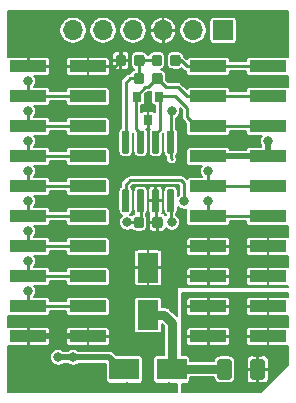
<source format=gbr>
G04 #@! TF.GenerationSoftware,KiCad,Pcbnew,(5.1.5)-3*
G04 #@! TF.CreationDate,2022-01-02T05:02:30+03:00*
G04 #@! TF.ProjectId,Test,54657374-2e6b-4696-9361-645f70636258,rev?*
G04 #@! TF.SameCoordinates,Original*
G04 #@! TF.FileFunction,Copper,L4,Bot*
G04 #@! TF.FilePolarity,Positive*
%FSLAX46Y46*%
G04 Gerber Fmt 4.6, Leading zero omitted, Abs format (unit mm)*
G04 Created by KiCad (PCBNEW (5.1.5)-3) date 2022-01-02 05:02:30*
%MOMM*%
%LPD*%
G04 APERTURE LIST*
%ADD10C,0.100000*%
%ADD11R,2.500000X1.800000*%
%ADD12R,1.800000X2.500000*%
%ADD13R,3.150000X1.000000*%
%ADD14R,1.700000X1.700000*%
%ADD15O,1.700000X1.700000*%
%ADD16R,0.800000X0.900000*%
%ADD17C,0.800000*%
%ADD18C,0.500000*%
%ADD19C,0.250000*%
%ADD20C,0.750000*%
%ADD21C,0.200000*%
G04 APERTURE END LIST*
G04 #@! TA.AperFunction,SMDPad,CuDef*
D10*
G36*
X32472691Y-77250053D02*
G01*
X32493926Y-77253203D01*
X32514750Y-77258419D01*
X32534962Y-77265651D01*
X32554368Y-77274830D01*
X32572781Y-77285866D01*
X32590024Y-77298654D01*
X32605930Y-77313070D01*
X32620346Y-77328976D01*
X32633134Y-77346219D01*
X32644170Y-77364632D01*
X32653349Y-77384038D01*
X32660581Y-77404250D01*
X32665797Y-77425074D01*
X32668947Y-77446309D01*
X32670000Y-77467750D01*
X32670000Y-77980250D01*
X32668947Y-78001691D01*
X32665797Y-78022926D01*
X32660581Y-78043750D01*
X32653349Y-78063962D01*
X32644170Y-78083368D01*
X32633134Y-78101781D01*
X32620346Y-78119024D01*
X32605930Y-78134930D01*
X32590024Y-78149346D01*
X32572781Y-78162134D01*
X32554368Y-78173170D01*
X32534962Y-78182349D01*
X32514750Y-78189581D01*
X32493926Y-78194797D01*
X32472691Y-78197947D01*
X32451250Y-78199000D01*
X32013750Y-78199000D01*
X31992309Y-78197947D01*
X31971074Y-78194797D01*
X31950250Y-78189581D01*
X31930038Y-78182349D01*
X31910632Y-78173170D01*
X31892219Y-78162134D01*
X31874976Y-78149346D01*
X31859070Y-78134930D01*
X31844654Y-78119024D01*
X31831866Y-78101781D01*
X31820830Y-78083368D01*
X31811651Y-78063962D01*
X31804419Y-78043750D01*
X31799203Y-78022926D01*
X31796053Y-78001691D01*
X31795000Y-77980250D01*
X31795000Y-77467750D01*
X31796053Y-77446309D01*
X31799203Y-77425074D01*
X31804419Y-77404250D01*
X31811651Y-77384038D01*
X31820830Y-77364632D01*
X31831866Y-77346219D01*
X31844654Y-77328976D01*
X31859070Y-77313070D01*
X31874976Y-77298654D01*
X31892219Y-77285866D01*
X31910632Y-77274830D01*
X31930038Y-77265651D01*
X31950250Y-77258419D01*
X31971074Y-77253203D01*
X31992309Y-77250053D01*
X32013750Y-77249000D01*
X32451250Y-77249000D01*
X32472691Y-77250053D01*
G37*
G04 #@! TD.AperFunction*
G04 #@! TA.AperFunction,SMDPad,CuDef*
G36*
X34047691Y-77250053D02*
G01*
X34068926Y-77253203D01*
X34089750Y-77258419D01*
X34109962Y-77265651D01*
X34129368Y-77274830D01*
X34147781Y-77285866D01*
X34165024Y-77298654D01*
X34180930Y-77313070D01*
X34195346Y-77328976D01*
X34208134Y-77346219D01*
X34219170Y-77364632D01*
X34228349Y-77384038D01*
X34235581Y-77404250D01*
X34240797Y-77425074D01*
X34243947Y-77446309D01*
X34245000Y-77467750D01*
X34245000Y-77980250D01*
X34243947Y-78001691D01*
X34240797Y-78022926D01*
X34235581Y-78043750D01*
X34228349Y-78063962D01*
X34219170Y-78083368D01*
X34208134Y-78101781D01*
X34195346Y-78119024D01*
X34180930Y-78134930D01*
X34165024Y-78149346D01*
X34147781Y-78162134D01*
X34129368Y-78173170D01*
X34109962Y-78182349D01*
X34089750Y-78189581D01*
X34068926Y-78194797D01*
X34047691Y-78197947D01*
X34026250Y-78199000D01*
X33588750Y-78199000D01*
X33567309Y-78197947D01*
X33546074Y-78194797D01*
X33525250Y-78189581D01*
X33505038Y-78182349D01*
X33485632Y-78173170D01*
X33467219Y-78162134D01*
X33449976Y-78149346D01*
X33434070Y-78134930D01*
X33419654Y-78119024D01*
X33406866Y-78101781D01*
X33395830Y-78083368D01*
X33386651Y-78063962D01*
X33379419Y-78043750D01*
X33374203Y-78022926D01*
X33371053Y-78001691D01*
X33370000Y-77980250D01*
X33370000Y-77467750D01*
X33371053Y-77446309D01*
X33374203Y-77425074D01*
X33379419Y-77404250D01*
X33386651Y-77384038D01*
X33395830Y-77364632D01*
X33406866Y-77346219D01*
X33419654Y-77328976D01*
X33434070Y-77313070D01*
X33449976Y-77298654D01*
X33467219Y-77285866D01*
X33485632Y-77274830D01*
X33505038Y-77265651D01*
X33525250Y-77258419D01*
X33546074Y-77253203D01*
X33567309Y-77250053D01*
X33588750Y-77249000D01*
X34026250Y-77249000D01*
X34047691Y-77250053D01*
G37*
G04 #@! TD.AperFunction*
G04 #@! TA.AperFunction,SMDPad,CuDef*
G36*
X30948691Y-63534053D02*
G01*
X30969926Y-63537203D01*
X30990750Y-63542419D01*
X31010962Y-63549651D01*
X31030368Y-63558830D01*
X31048781Y-63569866D01*
X31066024Y-63582654D01*
X31081930Y-63597070D01*
X31096346Y-63612976D01*
X31109134Y-63630219D01*
X31120170Y-63648632D01*
X31129349Y-63668038D01*
X31136581Y-63688250D01*
X31141797Y-63709074D01*
X31144947Y-63730309D01*
X31146000Y-63751750D01*
X31146000Y-64264250D01*
X31144947Y-64285691D01*
X31141797Y-64306926D01*
X31136581Y-64327750D01*
X31129349Y-64347962D01*
X31120170Y-64367368D01*
X31109134Y-64385781D01*
X31096346Y-64403024D01*
X31081930Y-64418930D01*
X31066024Y-64433346D01*
X31048781Y-64446134D01*
X31030368Y-64457170D01*
X31010962Y-64466349D01*
X30990750Y-64473581D01*
X30969926Y-64478797D01*
X30948691Y-64481947D01*
X30927250Y-64483000D01*
X30489750Y-64483000D01*
X30468309Y-64481947D01*
X30447074Y-64478797D01*
X30426250Y-64473581D01*
X30406038Y-64466349D01*
X30386632Y-64457170D01*
X30368219Y-64446134D01*
X30350976Y-64433346D01*
X30335070Y-64418930D01*
X30320654Y-64403024D01*
X30307866Y-64385781D01*
X30296830Y-64367368D01*
X30287651Y-64347962D01*
X30280419Y-64327750D01*
X30275203Y-64306926D01*
X30272053Y-64285691D01*
X30271000Y-64264250D01*
X30271000Y-63751750D01*
X30272053Y-63730309D01*
X30275203Y-63709074D01*
X30280419Y-63688250D01*
X30287651Y-63668038D01*
X30296830Y-63648632D01*
X30307866Y-63630219D01*
X30320654Y-63612976D01*
X30335070Y-63597070D01*
X30350976Y-63582654D01*
X30368219Y-63569866D01*
X30386632Y-63558830D01*
X30406038Y-63549651D01*
X30426250Y-63542419D01*
X30447074Y-63537203D01*
X30468309Y-63534053D01*
X30489750Y-63533000D01*
X30927250Y-63533000D01*
X30948691Y-63534053D01*
G37*
G04 #@! TD.AperFunction*
G04 #@! TA.AperFunction,SMDPad,CuDef*
G36*
X32523691Y-63534053D02*
G01*
X32544926Y-63537203D01*
X32565750Y-63542419D01*
X32585962Y-63549651D01*
X32605368Y-63558830D01*
X32623781Y-63569866D01*
X32641024Y-63582654D01*
X32656930Y-63597070D01*
X32671346Y-63612976D01*
X32684134Y-63630219D01*
X32695170Y-63648632D01*
X32704349Y-63668038D01*
X32711581Y-63688250D01*
X32716797Y-63709074D01*
X32719947Y-63730309D01*
X32721000Y-63751750D01*
X32721000Y-64264250D01*
X32719947Y-64285691D01*
X32716797Y-64306926D01*
X32711581Y-64327750D01*
X32704349Y-64347962D01*
X32695170Y-64367368D01*
X32684134Y-64385781D01*
X32671346Y-64403024D01*
X32656930Y-64418930D01*
X32641024Y-64433346D01*
X32623781Y-64446134D01*
X32605368Y-64457170D01*
X32585962Y-64466349D01*
X32565750Y-64473581D01*
X32544926Y-64478797D01*
X32523691Y-64481947D01*
X32502250Y-64483000D01*
X32064750Y-64483000D01*
X32043309Y-64481947D01*
X32022074Y-64478797D01*
X32001250Y-64473581D01*
X31981038Y-64466349D01*
X31961632Y-64457170D01*
X31943219Y-64446134D01*
X31925976Y-64433346D01*
X31910070Y-64418930D01*
X31895654Y-64403024D01*
X31882866Y-64385781D01*
X31871830Y-64367368D01*
X31862651Y-64347962D01*
X31855419Y-64327750D01*
X31850203Y-64306926D01*
X31847053Y-64285691D01*
X31846000Y-64264250D01*
X31846000Y-63751750D01*
X31847053Y-63730309D01*
X31850203Y-63709074D01*
X31855419Y-63688250D01*
X31862651Y-63668038D01*
X31871830Y-63648632D01*
X31882866Y-63630219D01*
X31895654Y-63612976D01*
X31910070Y-63597070D01*
X31925976Y-63582654D01*
X31943219Y-63569866D01*
X31961632Y-63558830D01*
X31981038Y-63549651D01*
X32001250Y-63542419D01*
X32022074Y-63537203D01*
X32043309Y-63534053D01*
X32064750Y-63533000D01*
X32502250Y-63533000D01*
X32523691Y-63534053D01*
G37*
G04 #@! TD.AperFunction*
D11*
X35020000Y-90170000D03*
X31020000Y-90170000D03*
D12*
X33020000Y-85566000D03*
X33020000Y-81566000D03*
G04 #@! TA.AperFunction,SMDPad,CuDef*
D10*
G36*
X42693504Y-89296204D02*
G01*
X42717773Y-89299804D01*
X42741571Y-89305765D01*
X42764671Y-89314030D01*
X42786849Y-89324520D01*
X42807893Y-89337133D01*
X42827598Y-89351747D01*
X42845777Y-89368223D01*
X42862253Y-89386402D01*
X42876867Y-89406107D01*
X42889480Y-89427151D01*
X42899970Y-89449329D01*
X42908235Y-89472429D01*
X42914196Y-89496227D01*
X42917796Y-89520496D01*
X42919000Y-89545000D01*
X42919000Y-90795000D01*
X42917796Y-90819504D01*
X42914196Y-90843773D01*
X42908235Y-90867571D01*
X42899970Y-90890671D01*
X42889480Y-90912849D01*
X42876867Y-90933893D01*
X42862253Y-90953598D01*
X42845777Y-90971777D01*
X42827598Y-90988253D01*
X42807893Y-91002867D01*
X42786849Y-91015480D01*
X42764671Y-91025970D01*
X42741571Y-91034235D01*
X42717773Y-91040196D01*
X42693504Y-91043796D01*
X42669000Y-91045000D01*
X41919000Y-91045000D01*
X41894496Y-91043796D01*
X41870227Y-91040196D01*
X41846429Y-91034235D01*
X41823329Y-91025970D01*
X41801151Y-91015480D01*
X41780107Y-91002867D01*
X41760402Y-90988253D01*
X41742223Y-90971777D01*
X41725747Y-90953598D01*
X41711133Y-90933893D01*
X41698520Y-90912849D01*
X41688030Y-90890671D01*
X41679765Y-90867571D01*
X41673804Y-90843773D01*
X41670204Y-90819504D01*
X41669000Y-90795000D01*
X41669000Y-89545000D01*
X41670204Y-89520496D01*
X41673804Y-89496227D01*
X41679765Y-89472429D01*
X41688030Y-89449329D01*
X41698520Y-89427151D01*
X41711133Y-89406107D01*
X41725747Y-89386402D01*
X41742223Y-89368223D01*
X41760402Y-89351747D01*
X41780107Y-89337133D01*
X41801151Y-89324520D01*
X41823329Y-89314030D01*
X41846429Y-89305765D01*
X41870227Y-89299804D01*
X41894496Y-89296204D01*
X41919000Y-89295000D01*
X42669000Y-89295000D01*
X42693504Y-89296204D01*
G37*
G04 #@! TD.AperFunction*
G04 #@! TA.AperFunction,SMDPad,CuDef*
G36*
X39893504Y-89296204D02*
G01*
X39917773Y-89299804D01*
X39941571Y-89305765D01*
X39964671Y-89314030D01*
X39986849Y-89324520D01*
X40007893Y-89337133D01*
X40027598Y-89351747D01*
X40045777Y-89368223D01*
X40062253Y-89386402D01*
X40076867Y-89406107D01*
X40089480Y-89427151D01*
X40099970Y-89449329D01*
X40108235Y-89472429D01*
X40114196Y-89496227D01*
X40117796Y-89520496D01*
X40119000Y-89545000D01*
X40119000Y-90795000D01*
X40117796Y-90819504D01*
X40114196Y-90843773D01*
X40108235Y-90867571D01*
X40099970Y-90890671D01*
X40089480Y-90912849D01*
X40076867Y-90933893D01*
X40062253Y-90953598D01*
X40045777Y-90971777D01*
X40027598Y-90988253D01*
X40007893Y-91002867D01*
X39986849Y-91015480D01*
X39964671Y-91025970D01*
X39941571Y-91034235D01*
X39917773Y-91040196D01*
X39893504Y-91043796D01*
X39869000Y-91045000D01*
X39119000Y-91045000D01*
X39094496Y-91043796D01*
X39070227Y-91040196D01*
X39046429Y-91034235D01*
X39023329Y-91025970D01*
X39001151Y-91015480D01*
X38980107Y-91002867D01*
X38960402Y-90988253D01*
X38942223Y-90971777D01*
X38925747Y-90953598D01*
X38911133Y-90933893D01*
X38898520Y-90912849D01*
X38888030Y-90890671D01*
X38879765Y-90867571D01*
X38873804Y-90843773D01*
X38870204Y-90819504D01*
X38869000Y-90795000D01*
X38869000Y-89545000D01*
X38870204Y-89520496D01*
X38873804Y-89496227D01*
X38879765Y-89472429D01*
X38888030Y-89449329D01*
X38898520Y-89427151D01*
X38911133Y-89406107D01*
X38925747Y-89386402D01*
X38942223Y-89368223D01*
X38960402Y-89351747D01*
X38980107Y-89337133D01*
X39001151Y-89324520D01*
X39023329Y-89314030D01*
X39046429Y-89305765D01*
X39070227Y-89299804D01*
X39094496Y-89296204D01*
X39119000Y-89295000D01*
X39869000Y-89295000D01*
X39893504Y-89296204D01*
G37*
G04 #@! TD.AperFunction*
D13*
X43165000Y-64516000D03*
X38115000Y-64516000D03*
X43165000Y-67056000D03*
X38115000Y-67056000D03*
X43165000Y-69596000D03*
X38115000Y-69596000D03*
X43165000Y-72136000D03*
X38115000Y-72136000D03*
X43165000Y-74676000D03*
X38115000Y-74676000D03*
X43165000Y-77216000D03*
X38115000Y-77216000D03*
X43165000Y-79756000D03*
X38115000Y-79756000D03*
X43165000Y-82296000D03*
X38115000Y-82296000D03*
X43165000Y-84836000D03*
X38115000Y-84836000D03*
X43165000Y-87376000D03*
X38115000Y-87376000D03*
X22875000Y-87376000D03*
X27925000Y-87376000D03*
X22875000Y-84836000D03*
X27925000Y-84836000D03*
X22875000Y-82296000D03*
X27925000Y-82296000D03*
X22875000Y-79756000D03*
X27925000Y-79756000D03*
X22875000Y-77216000D03*
X27925000Y-77216000D03*
X22875000Y-74676000D03*
X27925000Y-74676000D03*
X22875000Y-72136000D03*
X27925000Y-72136000D03*
X22875000Y-69596000D03*
X27925000Y-69596000D03*
X22875000Y-67056000D03*
X27925000Y-67056000D03*
X22875000Y-64516000D03*
X27925000Y-64516000D03*
D14*
X39370000Y-61468000D03*
D15*
X36830000Y-61468000D03*
X34290000Y-61468000D03*
X31750000Y-61468000D03*
X29210000Y-61468000D03*
X26670000Y-61468000D03*
G04 #@! TA.AperFunction,SMDPad,CuDef*
D10*
G36*
X33996691Y-63534053D02*
G01*
X34017926Y-63537203D01*
X34038750Y-63542419D01*
X34058962Y-63549651D01*
X34078368Y-63558830D01*
X34096781Y-63569866D01*
X34114024Y-63582654D01*
X34129930Y-63597070D01*
X34144346Y-63612976D01*
X34157134Y-63630219D01*
X34168170Y-63648632D01*
X34177349Y-63668038D01*
X34184581Y-63688250D01*
X34189797Y-63709074D01*
X34192947Y-63730309D01*
X34194000Y-63751750D01*
X34194000Y-64264250D01*
X34192947Y-64285691D01*
X34189797Y-64306926D01*
X34184581Y-64327750D01*
X34177349Y-64347962D01*
X34168170Y-64367368D01*
X34157134Y-64385781D01*
X34144346Y-64403024D01*
X34129930Y-64418930D01*
X34114024Y-64433346D01*
X34096781Y-64446134D01*
X34078368Y-64457170D01*
X34058962Y-64466349D01*
X34038750Y-64473581D01*
X34017926Y-64478797D01*
X33996691Y-64481947D01*
X33975250Y-64483000D01*
X33537750Y-64483000D01*
X33516309Y-64481947D01*
X33495074Y-64478797D01*
X33474250Y-64473581D01*
X33454038Y-64466349D01*
X33434632Y-64457170D01*
X33416219Y-64446134D01*
X33398976Y-64433346D01*
X33383070Y-64418930D01*
X33368654Y-64403024D01*
X33355866Y-64385781D01*
X33344830Y-64367368D01*
X33335651Y-64347962D01*
X33328419Y-64327750D01*
X33323203Y-64306926D01*
X33320053Y-64285691D01*
X33319000Y-64264250D01*
X33319000Y-63751750D01*
X33320053Y-63730309D01*
X33323203Y-63709074D01*
X33328419Y-63688250D01*
X33335651Y-63668038D01*
X33344830Y-63648632D01*
X33355866Y-63630219D01*
X33368654Y-63612976D01*
X33383070Y-63597070D01*
X33398976Y-63582654D01*
X33416219Y-63569866D01*
X33434632Y-63558830D01*
X33454038Y-63549651D01*
X33474250Y-63542419D01*
X33495074Y-63537203D01*
X33516309Y-63534053D01*
X33537750Y-63533000D01*
X33975250Y-63533000D01*
X33996691Y-63534053D01*
G37*
G04 #@! TD.AperFunction*
G04 #@! TA.AperFunction,SMDPad,CuDef*
G36*
X35571691Y-63534053D02*
G01*
X35592926Y-63537203D01*
X35613750Y-63542419D01*
X35633962Y-63549651D01*
X35653368Y-63558830D01*
X35671781Y-63569866D01*
X35689024Y-63582654D01*
X35704930Y-63597070D01*
X35719346Y-63612976D01*
X35732134Y-63630219D01*
X35743170Y-63648632D01*
X35752349Y-63668038D01*
X35759581Y-63688250D01*
X35764797Y-63709074D01*
X35767947Y-63730309D01*
X35769000Y-63751750D01*
X35769000Y-64264250D01*
X35767947Y-64285691D01*
X35764797Y-64306926D01*
X35759581Y-64327750D01*
X35752349Y-64347962D01*
X35743170Y-64367368D01*
X35732134Y-64385781D01*
X35719346Y-64403024D01*
X35704930Y-64418930D01*
X35689024Y-64433346D01*
X35671781Y-64446134D01*
X35653368Y-64457170D01*
X35633962Y-64466349D01*
X35613750Y-64473581D01*
X35592926Y-64478797D01*
X35571691Y-64481947D01*
X35550250Y-64483000D01*
X35112750Y-64483000D01*
X35091309Y-64481947D01*
X35070074Y-64478797D01*
X35049250Y-64473581D01*
X35029038Y-64466349D01*
X35009632Y-64457170D01*
X34991219Y-64446134D01*
X34973976Y-64433346D01*
X34958070Y-64418930D01*
X34943654Y-64403024D01*
X34930866Y-64385781D01*
X34919830Y-64367368D01*
X34910651Y-64347962D01*
X34903419Y-64327750D01*
X34898203Y-64306926D01*
X34895053Y-64285691D01*
X34894000Y-64264250D01*
X34894000Y-63751750D01*
X34895053Y-63730309D01*
X34898203Y-63709074D01*
X34903419Y-63688250D01*
X34910651Y-63668038D01*
X34919830Y-63648632D01*
X34930866Y-63630219D01*
X34943654Y-63612976D01*
X34958070Y-63597070D01*
X34973976Y-63582654D01*
X34991219Y-63569866D01*
X35009632Y-63558830D01*
X35029038Y-63549651D01*
X35049250Y-63542419D01*
X35070074Y-63537203D01*
X35091309Y-63534053D01*
X35112750Y-63533000D01*
X35550250Y-63533000D01*
X35571691Y-63534053D01*
G37*
G04 #@! TD.AperFunction*
G04 #@! TA.AperFunction,SMDPad,CuDef*
G36*
X34047691Y-65058053D02*
G01*
X34068926Y-65061203D01*
X34089750Y-65066419D01*
X34109962Y-65073651D01*
X34129368Y-65082830D01*
X34147781Y-65093866D01*
X34165024Y-65106654D01*
X34180930Y-65121070D01*
X34195346Y-65136976D01*
X34208134Y-65154219D01*
X34219170Y-65172632D01*
X34228349Y-65192038D01*
X34235581Y-65212250D01*
X34240797Y-65233074D01*
X34243947Y-65254309D01*
X34245000Y-65275750D01*
X34245000Y-65788250D01*
X34243947Y-65809691D01*
X34240797Y-65830926D01*
X34235581Y-65851750D01*
X34228349Y-65871962D01*
X34219170Y-65891368D01*
X34208134Y-65909781D01*
X34195346Y-65927024D01*
X34180930Y-65942930D01*
X34165024Y-65957346D01*
X34147781Y-65970134D01*
X34129368Y-65981170D01*
X34109962Y-65990349D01*
X34089750Y-65997581D01*
X34068926Y-66002797D01*
X34047691Y-66005947D01*
X34026250Y-66007000D01*
X33588750Y-66007000D01*
X33567309Y-66005947D01*
X33546074Y-66002797D01*
X33525250Y-65997581D01*
X33505038Y-65990349D01*
X33485632Y-65981170D01*
X33467219Y-65970134D01*
X33449976Y-65957346D01*
X33434070Y-65942930D01*
X33419654Y-65927024D01*
X33406866Y-65909781D01*
X33395830Y-65891368D01*
X33386651Y-65871962D01*
X33379419Y-65851750D01*
X33374203Y-65830926D01*
X33371053Y-65809691D01*
X33370000Y-65788250D01*
X33370000Y-65275750D01*
X33371053Y-65254309D01*
X33374203Y-65233074D01*
X33379419Y-65212250D01*
X33386651Y-65192038D01*
X33395830Y-65172632D01*
X33406866Y-65154219D01*
X33419654Y-65136976D01*
X33434070Y-65121070D01*
X33449976Y-65106654D01*
X33467219Y-65093866D01*
X33485632Y-65082830D01*
X33505038Y-65073651D01*
X33525250Y-65066419D01*
X33546074Y-65061203D01*
X33567309Y-65058053D01*
X33588750Y-65057000D01*
X34026250Y-65057000D01*
X34047691Y-65058053D01*
G37*
G04 #@! TD.AperFunction*
G04 #@! TA.AperFunction,SMDPad,CuDef*
G36*
X32472691Y-65058053D02*
G01*
X32493926Y-65061203D01*
X32514750Y-65066419D01*
X32534962Y-65073651D01*
X32554368Y-65082830D01*
X32572781Y-65093866D01*
X32590024Y-65106654D01*
X32605930Y-65121070D01*
X32620346Y-65136976D01*
X32633134Y-65154219D01*
X32644170Y-65172632D01*
X32653349Y-65192038D01*
X32660581Y-65212250D01*
X32665797Y-65233074D01*
X32668947Y-65254309D01*
X32670000Y-65275750D01*
X32670000Y-65788250D01*
X32668947Y-65809691D01*
X32665797Y-65830926D01*
X32660581Y-65851750D01*
X32653349Y-65871962D01*
X32644170Y-65891368D01*
X32633134Y-65909781D01*
X32620346Y-65927024D01*
X32605930Y-65942930D01*
X32590024Y-65957346D01*
X32572781Y-65970134D01*
X32554368Y-65981170D01*
X32534962Y-65990349D01*
X32514750Y-65997581D01*
X32493926Y-66002797D01*
X32472691Y-66005947D01*
X32451250Y-66007000D01*
X32013750Y-66007000D01*
X31992309Y-66005947D01*
X31971074Y-66002797D01*
X31950250Y-65997581D01*
X31930038Y-65990349D01*
X31910632Y-65981170D01*
X31892219Y-65970134D01*
X31874976Y-65957346D01*
X31859070Y-65942930D01*
X31844654Y-65927024D01*
X31831866Y-65909781D01*
X31820830Y-65891368D01*
X31811651Y-65871962D01*
X31804419Y-65851750D01*
X31799203Y-65830926D01*
X31796053Y-65809691D01*
X31795000Y-65788250D01*
X31795000Y-65275750D01*
X31796053Y-65254309D01*
X31799203Y-65233074D01*
X31804419Y-65212250D01*
X31811651Y-65192038D01*
X31820830Y-65172632D01*
X31831866Y-65154219D01*
X31844654Y-65136976D01*
X31859070Y-65121070D01*
X31874976Y-65106654D01*
X31892219Y-65093866D01*
X31910632Y-65082830D01*
X31930038Y-65073651D01*
X31950250Y-65066419D01*
X31971074Y-65061203D01*
X31992309Y-65058053D01*
X32013750Y-65057000D01*
X32451250Y-65057000D01*
X32472691Y-65058053D01*
G37*
G04 #@! TD.AperFunction*
G04 #@! TA.AperFunction,SMDPad,CuDef*
G36*
X35089703Y-74906722D02*
G01*
X35104264Y-74908882D01*
X35118543Y-74912459D01*
X35132403Y-74917418D01*
X35145710Y-74923712D01*
X35158336Y-74931280D01*
X35170159Y-74940048D01*
X35181066Y-74949934D01*
X35190952Y-74960841D01*
X35199720Y-74972664D01*
X35207288Y-74985290D01*
X35213582Y-74998597D01*
X35218541Y-75012457D01*
X35222118Y-75026736D01*
X35224278Y-75041297D01*
X35225000Y-75056000D01*
X35225000Y-76706000D01*
X35224278Y-76720703D01*
X35222118Y-76735264D01*
X35218541Y-76749543D01*
X35213582Y-76763403D01*
X35207288Y-76776710D01*
X35199720Y-76789336D01*
X35190952Y-76801159D01*
X35181066Y-76812066D01*
X35170159Y-76821952D01*
X35158336Y-76830720D01*
X35145710Y-76838288D01*
X35132403Y-76844582D01*
X35118543Y-76849541D01*
X35104264Y-76853118D01*
X35089703Y-76855278D01*
X35075000Y-76856000D01*
X34775000Y-76856000D01*
X34760297Y-76855278D01*
X34745736Y-76853118D01*
X34731457Y-76849541D01*
X34717597Y-76844582D01*
X34704290Y-76838288D01*
X34691664Y-76830720D01*
X34679841Y-76821952D01*
X34668934Y-76812066D01*
X34659048Y-76801159D01*
X34650280Y-76789336D01*
X34642712Y-76776710D01*
X34636418Y-76763403D01*
X34631459Y-76749543D01*
X34627882Y-76735264D01*
X34625722Y-76720703D01*
X34625000Y-76706000D01*
X34625000Y-75056000D01*
X34625722Y-75041297D01*
X34627882Y-75026736D01*
X34631459Y-75012457D01*
X34636418Y-74998597D01*
X34642712Y-74985290D01*
X34650280Y-74972664D01*
X34659048Y-74960841D01*
X34668934Y-74949934D01*
X34679841Y-74940048D01*
X34691664Y-74931280D01*
X34704290Y-74923712D01*
X34717597Y-74917418D01*
X34731457Y-74912459D01*
X34745736Y-74908882D01*
X34760297Y-74906722D01*
X34775000Y-74906000D01*
X35075000Y-74906000D01*
X35089703Y-74906722D01*
G37*
G04 #@! TD.AperFunction*
G04 #@! TA.AperFunction,SMDPad,CuDef*
G36*
X33819703Y-74906722D02*
G01*
X33834264Y-74908882D01*
X33848543Y-74912459D01*
X33862403Y-74917418D01*
X33875710Y-74923712D01*
X33888336Y-74931280D01*
X33900159Y-74940048D01*
X33911066Y-74949934D01*
X33920952Y-74960841D01*
X33929720Y-74972664D01*
X33937288Y-74985290D01*
X33943582Y-74998597D01*
X33948541Y-75012457D01*
X33952118Y-75026736D01*
X33954278Y-75041297D01*
X33955000Y-75056000D01*
X33955000Y-76706000D01*
X33954278Y-76720703D01*
X33952118Y-76735264D01*
X33948541Y-76749543D01*
X33943582Y-76763403D01*
X33937288Y-76776710D01*
X33929720Y-76789336D01*
X33920952Y-76801159D01*
X33911066Y-76812066D01*
X33900159Y-76821952D01*
X33888336Y-76830720D01*
X33875710Y-76838288D01*
X33862403Y-76844582D01*
X33848543Y-76849541D01*
X33834264Y-76853118D01*
X33819703Y-76855278D01*
X33805000Y-76856000D01*
X33505000Y-76856000D01*
X33490297Y-76855278D01*
X33475736Y-76853118D01*
X33461457Y-76849541D01*
X33447597Y-76844582D01*
X33434290Y-76838288D01*
X33421664Y-76830720D01*
X33409841Y-76821952D01*
X33398934Y-76812066D01*
X33389048Y-76801159D01*
X33380280Y-76789336D01*
X33372712Y-76776710D01*
X33366418Y-76763403D01*
X33361459Y-76749543D01*
X33357882Y-76735264D01*
X33355722Y-76720703D01*
X33355000Y-76706000D01*
X33355000Y-75056000D01*
X33355722Y-75041297D01*
X33357882Y-75026736D01*
X33361459Y-75012457D01*
X33366418Y-74998597D01*
X33372712Y-74985290D01*
X33380280Y-74972664D01*
X33389048Y-74960841D01*
X33398934Y-74949934D01*
X33409841Y-74940048D01*
X33421664Y-74931280D01*
X33434290Y-74923712D01*
X33447597Y-74917418D01*
X33461457Y-74912459D01*
X33475736Y-74908882D01*
X33490297Y-74906722D01*
X33505000Y-74906000D01*
X33805000Y-74906000D01*
X33819703Y-74906722D01*
G37*
G04 #@! TD.AperFunction*
G04 #@! TA.AperFunction,SMDPad,CuDef*
G36*
X32549703Y-74906722D02*
G01*
X32564264Y-74908882D01*
X32578543Y-74912459D01*
X32592403Y-74917418D01*
X32605710Y-74923712D01*
X32618336Y-74931280D01*
X32630159Y-74940048D01*
X32641066Y-74949934D01*
X32650952Y-74960841D01*
X32659720Y-74972664D01*
X32667288Y-74985290D01*
X32673582Y-74998597D01*
X32678541Y-75012457D01*
X32682118Y-75026736D01*
X32684278Y-75041297D01*
X32685000Y-75056000D01*
X32685000Y-76706000D01*
X32684278Y-76720703D01*
X32682118Y-76735264D01*
X32678541Y-76749543D01*
X32673582Y-76763403D01*
X32667288Y-76776710D01*
X32659720Y-76789336D01*
X32650952Y-76801159D01*
X32641066Y-76812066D01*
X32630159Y-76821952D01*
X32618336Y-76830720D01*
X32605710Y-76838288D01*
X32592403Y-76844582D01*
X32578543Y-76849541D01*
X32564264Y-76853118D01*
X32549703Y-76855278D01*
X32535000Y-76856000D01*
X32235000Y-76856000D01*
X32220297Y-76855278D01*
X32205736Y-76853118D01*
X32191457Y-76849541D01*
X32177597Y-76844582D01*
X32164290Y-76838288D01*
X32151664Y-76830720D01*
X32139841Y-76821952D01*
X32128934Y-76812066D01*
X32119048Y-76801159D01*
X32110280Y-76789336D01*
X32102712Y-76776710D01*
X32096418Y-76763403D01*
X32091459Y-76749543D01*
X32087882Y-76735264D01*
X32085722Y-76720703D01*
X32085000Y-76706000D01*
X32085000Y-75056000D01*
X32085722Y-75041297D01*
X32087882Y-75026736D01*
X32091459Y-75012457D01*
X32096418Y-74998597D01*
X32102712Y-74985290D01*
X32110280Y-74972664D01*
X32119048Y-74960841D01*
X32128934Y-74949934D01*
X32139841Y-74940048D01*
X32151664Y-74931280D01*
X32164290Y-74923712D01*
X32177597Y-74917418D01*
X32191457Y-74912459D01*
X32205736Y-74908882D01*
X32220297Y-74906722D01*
X32235000Y-74906000D01*
X32535000Y-74906000D01*
X32549703Y-74906722D01*
G37*
G04 #@! TD.AperFunction*
G04 #@! TA.AperFunction,SMDPad,CuDef*
G36*
X31279703Y-74906722D02*
G01*
X31294264Y-74908882D01*
X31308543Y-74912459D01*
X31322403Y-74917418D01*
X31335710Y-74923712D01*
X31348336Y-74931280D01*
X31360159Y-74940048D01*
X31371066Y-74949934D01*
X31380952Y-74960841D01*
X31389720Y-74972664D01*
X31397288Y-74985290D01*
X31403582Y-74998597D01*
X31408541Y-75012457D01*
X31412118Y-75026736D01*
X31414278Y-75041297D01*
X31415000Y-75056000D01*
X31415000Y-76706000D01*
X31414278Y-76720703D01*
X31412118Y-76735264D01*
X31408541Y-76749543D01*
X31403582Y-76763403D01*
X31397288Y-76776710D01*
X31389720Y-76789336D01*
X31380952Y-76801159D01*
X31371066Y-76812066D01*
X31360159Y-76821952D01*
X31348336Y-76830720D01*
X31335710Y-76838288D01*
X31322403Y-76844582D01*
X31308543Y-76849541D01*
X31294264Y-76853118D01*
X31279703Y-76855278D01*
X31265000Y-76856000D01*
X30965000Y-76856000D01*
X30950297Y-76855278D01*
X30935736Y-76853118D01*
X30921457Y-76849541D01*
X30907597Y-76844582D01*
X30894290Y-76838288D01*
X30881664Y-76830720D01*
X30869841Y-76821952D01*
X30858934Y-76812066D01*
X30849048Y-76801159D01*
X30840280Y-76789336D01*
X30832712Y-76776710D01*
X30826418Y-76763403D01*
X30821459Y-76749543D01*
X30817882Y-76735264D01*
X30815722Y-76720703D01*
X30815000Y-76706000D01*
X30815000Y-75056000D01*
X30815722Y-75041297D01*
X30817882Y-75026736D01*
X30821459Y-75012457D01*
X30826418Y-74998597D01*
X30832712Y-74985290D01*
X30840280Y-74972664D01*
X30849048Y-74960841D01*
X30858934Y-74949934D01*
X30869841Y-74940048D01*
X30881664Y-74931280D01*
X30894290Y-74923712D01*
X30907597Y-74917418D01*
X30921457Y-74912459D01*
X30935736Y-74908882D01*
X30950297Y-74906722D01*
X30965000Y-74906000D01*
X31265000Y-74906000D01*
X31279703Y-74906722D01*
G37*
G04 #@! TD.AperFunction*
G04 #@! TA.AperFunction,SMDPad,CuDef*
G36*
X31279703Y-69956722D02*
G01*
X31294264Y-69958882D01*
X31308543Y-69962459D01*
X31322403Y-69967418D01*
X31335710Y-69973712D01*
X31348336Y-69981280D01*
X31360159Y-69990048D01*
X31371066Y-69999934D01*
X31380952Y-70010841D01*
X31389720Y-70022664D01*
X31397288Y-70035290D01*
X31403582Y-70048597D01*
X31408541Y-70062457D01*
X31412118Y-70076736D01*
X31414278Y-70091297D01*
X31415000Y-70106000D01*
X31415000Y-71756000D01*
X31414278Y-71770703D01*
X31412118Y-71785264D01*
X31408541Y-71799543D01*
X31403582Y-71813403D01*
X31397288Y-71826710D01*
X31389720Y-71839336D01*
X31380952Y-71851159D01*
X31371066Y-71862066D01*
X31360159Y-71871952D01*
X31348336Y-71880720D01*
X31335710Y-71888288D01*
X31322403Y-71894582D01*
X31308543Y-71899541D01*
X31294264Y-71903118D01*
X31279703Y-71905278D01*
X31265000Y-71906000D01*
X30965000Y-71906000D01*
X30950297Y-71905278D01*
X30935736Y-71903118D01*
X30921457Y-71899541D01*
X30907597Y-71894582D01*
X30894290Y-71888288D01*
X30881664Y-71880720D01*
X30869841Y-71871952D01*
X30858934Y-71862066D01*
X30849048Y-71851159D01*
X30840280Y-71839336D01*
X30832712Y-71826710D01*
X30826418Y-71813403D01*
X30821459Y-71799543D01*
X30817882Y-71785264D01*
X30815722Y-71770703D01*
X30815000Y-71756000D01*
X30815000Y-70106000D01*
X30815722Y-70091297D01*
X30817882Y-70076736D01*
X30821459Y-70062457D01*
X30826418Y-70048597D01*
X30832712Y-70035290D01*
X30840280Y-70022664D01*
X30849048Y-70010841D01*
X30858934Y-69999934D01*
X30869841Y-69990048D01*
X30881664Y-69981280D01*
X30894290Y-69973712D01*
X30907597Y-69967418D01*
X30921457Y-69962459D01*
X30935736Y-69958882D01*
X30950297Y-69956722D01*
X30965000Y-69956000D01*
X31265000Y-69956000D01*
X31279703Y-69956722D01*
G37*
G04 #@! TD.AperFunction*
G04 #@! TA.AperFunction,SMDPad,CuDef*
G36*
X32549703Y-69956722D02*
G01*
X32564264Y-69958882D01*
X32578543Y-69962459D01*
X32592403Y-69967418D01*
X32605710Y-69973712D01*
X32618336Y-69981280D01*
X32630159Y-69990048D01*
X32641066Y-69999934D01*
X32650952Y-70010841D01*
X32659720Y-70022664D01*
X32667288Y-70035290D01*
X32673582Y-70048597D01*
X32678541Y-70062457D01*
X32682118Y-70076736D01*
X32684278Y-70091297D01*
X32685000Y-70106000D01*
X32685000Y-71756000D01*
X32684278Y-71770703D01*
X32682118Y-71785264D01*
X32678541Y-71799543D01*
X32673582Y-71813403D01*
X32667288Y-71826710D01*
X32659720Y-71839336D01*
X32650952Y-71851159D01*
X32641066Y-71862066D01*
X32630159Y-71871952D01*
X32618336Y-71880720D01*
X32605710Y-71888288D01*
X32592403Y-71894582D01*
X32578543Y-71899541D01*
X32564264Y-71903118D01*
X32549703Y-71905278D01*
X32535000Y-71906000D01*
X32235000Y-71906000D01*
X32220297Y-71905278D01*
X32205736Y-71903118D01*
X32191457Y-71899541D01*
X32177597Y-71894582D01*
X32164290Y-71888288D01*
X32151664Y-71880720D01*
X32139841Y-71871952D01*
X32128934Y-71862066D01*
X32119048Y-71851159D01*
X32110280Y-71839336D01*
X32102712Y-71826710D01*
X32096418Y-71813403D01*
X32091459Y-71799543D01*
X32087882Y-71785264D01*
X32085722Y-71770703D01*
X32085000Y-71756000D01*
X32085000Y-70106000D01*
X32085722Y-70091297D01*
X32087882Y-70076736D01*
X32091459Y-70062457D01*
X32096418Y-70048597D01*
X32102712Y-70035290D01*
X32110280Y-70022664D01*
X32119048Y-70010841D01*
X32128934Y-69999934D01*
X32139841Y-69990048D01*
X32151664Y-69981280D01*
X32164290Y-69973712D01*
X32177597Y-69967418D01*
X32191457Y-69962459D01*
X32205736Y-69958882D01*
X32220297Y-69956722D01*
X32235000Y-69956000D01*
X32535000Y-69956000D01*
X32549703Y-69956722D01*
G37*
G04 #@! TD.AperFunction*
G04 #@! TA.AperFunction,SMDPad,CuDef*
G36*
X33819703Y-69956722D02*
G01*
X33834264Y-69958882D01*
X33848543Y-69962459D01*
X33862403Y-69967418D01*
X33875710Y-69973712D01*
X33888336Y-69981280D01*
X33900159Y-69990048D01*
X33911066Y-69999934D01*
X33920952Y-70010841D01*
X33929720Y-70022664D01*
X33937288Y-70035290D01*
X33943582Y-70048597D01*
X33948541Y-70062457D01*
X33952118Y-70076736D01*
X33954278Y-70091297D01*
X33955000Y-70106000D01*
X33955000Y-71756000D01*
X33954278Y-71770703D01*
X33952118Y-71785264D01*
X33948541Y-71799543D01*
X33943582Y-71813403D01*
X33937288Y-71826710D01*
X33929720Y-71839336D01*
X33920952Y-71851159D01*
X33911066Y-71862066D01*
X33900159Y-71871952D01*
X33888336Y-71880720D01*
X33875710Y-71888288D01*
X33862403Y-71894582D01*
X33848543Y-71899541D01*
X33834264Y-71903118D01*
X33819703Y-71905278D01*
X33805000Y-71906000D01*
X33505000Y-71906000D01*
X33490297Y-71905278D01*
X33475736Y-71903118D01*
X33461457Y-71899541D01*
X33447597Y-71894582D01*
X33434290Y-71888288D01*
X33421664Y-71880720D01*
X33409841Y-71871952D01*
X33398934Y-71862066D01*
X33389048Y-71851159D01*
X33380280Y-71839336D01*
X33372712Y-71826710D01*
X33366418Y-71813403D01*
X33361459Y-71799543D01*
X33357882Y-71785264D01*
X33355722Y-71770703D01*
X33355000Y-71756000D01*
X33355000Y-70106000D01*
X33355722Y-70091297D01*
X33357882Y-70076736D01*
X33361459Y-70062457D01*
X33366418Y-70048597D01*
X33372712Y-70035290D01*
X33380280Y-70022664D01*
X33389048Y-70010841D01*
X33398934Y-69999934D01*
X33409841Y-69990048D01*
X33421664Y-69981280D01*
X33434290Y-69973712D01*
X33447597Y-69967418D01*
X33461457Y-69962459D01*
X33475736Y-69958882D01*
X33490297Y-69956722D01*
X33505000Y-69956000D01*
X33805000Y-69956000D01*
X33819703Y-69956722D01*
G37*
G04 #@! TD.AperFunction*
G04 #@! TA.AperFunction,SMDPad,CuDef*
G36*
X35089703Y-69956722D02*
G01*
X35104264Y-69958882D01*
X35118543Y-69962459D01*
X35132403Y-69967418D01*
X35145710Y-69973712D01*
X35158336Y-69981280D01*
X35170159Y-69990048D01*
X35181066Y-69999934D01*
X35190952Y-70010841D01*
X35199720Y-70022664D01*
X35207288Y-70035290D01*
X35213582Y-70048597D01*
X35218541Y-70062457D01*
X35222118Y-70076736D01*
X35224278Y-70091297D01*
X35225000Y-70106000D01*
X35225000Y-71756000D01*
X35224278Y-71770703D01*
X35222118Y-71785264D01*
X35218541Y-71799543D01*
X35213582Y-71813403D01*
X35207288Y-71826710D01*
X35199720Y-71839336D01*
X35190952Y-71851159D01*
X35181066Y-71862066D01*
X35170159Y-71871952D01*
X35158336Y-71880720D01*
X35145710Y-71888288D01*
X35132403Y-71894582D01*
X35118543Y-71899541D01*
X35104264Y-71903118D01*
X35089703Y-71905278D01*
X35075000Y-71906000D01*
X34775000Y-71906000D01*
X34760297Y-71905278D01*
X34745736Y-71903118D01*
X34731457Y-71899541D01*
X34717597Y-71894582D01*
X34704290Y-71888288D01*
X34691664Y-71880720D01*
X34679841Y-71871952D01*
X34668934Y-71862066D01*
X34659048Y-71851159D01*
X34650280Y-71839336D01*
X34642712Y-71826710D01*
X34636418Y-71813403D01*
X34631459Y-71799543D01*
X34627882Y-71785264D01*
X34625722Y-71770703D01*
X34625000Y-71756000D01*
X34625000Y-70106000D01*
X34625722Y-70091297D01*
X34627882Y-70076736D01*
X34631459Y-70062457D01*
X34636418Y-70048597D01*
X34642712Y-70035290D01*
X34650280Y-70022664D01*
X34659048Y-70010841D01*
X34668934Y-69999934D01*
X34679841Y-69990048D01*
X34691664Y-69981280D01*
X34704290Y-69973712D01*
X34717597Y-69967418D01*
X34731457Y-69962459D01*
X34745736Y-69958882D01*
X34760297Y-69956722D01*
X34775000Y-69956000D01*
X35075000Y-69956000D01*
X35089703Y-69956722D01*
G37*
G04 #@! TD.AperFunction*
D16*
X32070000Y-67072000D03*
X33970000Y-67072000D03*
X33020000Y-69072000D03*
D17*
X43180000Y-70866000D03*
X31242000Y-77724000D03*
X43180000Y-81026000D03*
X22352000Y-89154000D03*
X30480000Y-82296000D03*
X22860000Y-86106000D03*
X25400000Y-64516000D03*
X33020000Y-72390000D03*
X23876000Y-89154000D03*
X43180000Y-78486000D03*
X34798000Y-91694000D03*
X31242000Y-91694000D03*
X32766000Y-88646000D03*
X31242000Y-88646000D03*
X38608000Y-65786000D03*
X26670000Y-89154000D03*
X25400000Y-89154000D03*
X38100000Y-75946000D03*
X38100000Y-73406000D03*
X22860000Y-65786000D03*
X22860000Y-68326000D03*
X22860000Y-70866000D03*
X22860000Y-73406000D03*
X22860000Y-75946000D03*
X22860000Y-78486000D03*
X22860000Y-81026000D03*
X22860000Y-83566000D03*
X36068000Y-75946000D03*
X35052000Y-68326000D03*
X35036013Y-77723980D03*
D18*
X43165000Y-72136000D02*
X38115000Y-72136000D01*
D19*
X43165000Y-70881000D02*
X43180000Y-70866000D01*
D18*
X43165000Y-72136000D02*
X43165000Y-70881000D01*
D19*
X32385000Y-75881000D02*
X32385000Y-77597000D01*
X32258000Y-77724000D02*
X31242000Y-77724000D01*
X32385000Y-77597000D02*
X32258000Y-77724000D01*
X33020000Y-69072000D02*
X33020000Y-72390000D01*
X22875000Y-87376000D02*
X22860000Y-87376000D01*
X22860000Y-87376000D02*
X22860000Y-86106000D01*
X43165000Y-79756000D02*
X43180000Y-79756000D01*
X43165000Y-82296000D02*
X43180000Y-82296000D01*
X27940000Y-64516000D02*
X22875000Y-64516000D01*
X30226000Y-64516000D02*
X27940000Y-64516000D01*
X30708500Y-64008000D02*
X30708500Y-64033500D01*
X30708500Y-64033500D02*
X30226000Y-64516000D01*
X34290000Y-62670081D02*
X34290000Y-61468000D01*
X30988000Y-62992000D02*
X33968081Y-62992000D01*
X33968081Y-62992000D02*
X34290000Y-62670081D01*
X30708500Y-64008000D02*
X30708500Y-63271500D01*
X30708500Y-63271500D02*
X30988000Y-62992000D01*
D18*
X27925000Y-87376000D02*
X25400000Y-87376000D01*
X22875000Y-87376000D02*
X25400000Y-87376000D01*
X33020000Y-81566000D02*
X33020000Y-81534000D01*
X33020000Y-81534000D02*
X33528000Y-81026000D01*
D19*
X33655000Y-75881000D02*
X33655000Y-77597000D01*
X33782000Y-77724000D02*
X33655000Y-77597000D01*
X33807500Y-77724000D02*
X33782000Y-77724000D01*
X32283500Y-64008000D02*
X33020000Y-64008000D01*
X33756500Y-64008000D02*
X33020000Y-64008000D01*
X32232500Y-65532000D02*
X32232500Y-64033500D01*
X32232500Y-65532000D02*
X31496000Y-65532000D01*
X31496000Y-65532000D02*
X31115000Y-65913000D01*
X31115000Y-70931000D02*
X31115000Y-65913000D01*
D18*
X29718000Y-89154000D02*
X25654000Y-89154000D01*
X31020000Y-90170000D02*
X30734000Y-90170000D01*
X30734000Y-90170000D02*
X29718000Y-89154000D01*
D19*
X33655000Y-70231000D02*
X34036000Y-69850000D01*
X34036000Y-69850000D02*
X34036000Y-67056000D01*
X33655000Y-70931000D02*
X33655000Y-70231000D01*
X37084000Y-69596000D02*
X43180000Y-69596000D01*
X38115000Y-69596000D02*
X37084000Y-69596000D01*
X37084000Y-69596000D02*
X36322000Y-68834000D01*
X36322000Y-68834000D02*
X36322000Y-68072000D01*
X36322000Y-68072000D02*
X35306000Y-67056000D01*
X35306000Y-67056000D02*
X34052000Y-67056000D01*
X34036000Y-67072000D02*
X33970000Y-67072000D01*
X34052000Y-67056000D02*
X34036000Y-67072000D01*
X43180000Y-67056000D02*
X38100000Y-67056000D01*
X32004000Y-69850000D02*
X32004000Y-67056000D01*
X32385000Y-70931000D02*
X32385000Y-70231000D01*
X32385000Y-70231000D02*
X32004000Y-69850000D01*
X32766000Y-66294000D02*
X32070000Y-66990000D01*
X32070000Y-66990000D02*
X32070000Y-67072000D01*
X33020000Y-66294000D02*
X32766000Y-66294000D01*
X33807500Y-65532000D02*
X33782000Y-65532000D01*
X33782000Y-65532000D02*
X33020000Y-66294000D01*
X33807500Y-65532000D02*
X34540250Y-66264750D01*
X36322000Y-67056000D02*
X38115000Y-67056000D01*
X35530750Y-66264750D02*
X36322000Y-67056000D01*
X34540250Y-66264750D02*
X35530750Y-66264750D01*
D20*
X33020000Y-85566000D02*
X34384000Y-85566000D01*
X34384000Y-85566000D02*
X35052000Y-86234000D01*
X38869000Y-90170000D02*
X39494000Y-90170000D01*
X35020000Y-90170000D02*
X38869000Y-90170000D01*
X35052000Y-86234000D02*
X35052000Y-89916000D01*
D19*
X43180000Y-64516000D02*
X38100000Y-64516000D01*
X35769000Y-64008000D02*
X36277000Y-64516000D01*
X35331500Y-64008000D02*
X35769000Y-64008000D01*
X38115000Y-64516000D02*
X36277000Y-64516000D01*
X43165000Y-77216000D02*
X38115000Y-77216000D01*
X38115000Y-77216000D02*
X38100000Y-77216000D01*
X38100000Y-77216000D02*
X38100000Y-75946000D01*
X43165000Y-74676000D02*
X38115000Y-74676000D01*
X38115000Y-74676000D02*
X38100000Y-74676000D01*
X38100000Y-74676000D02*
X38100000Y-73406000D01*
X22875000Y-67056000D02*
X24700000Y-67056000D01*
X24700000Y-67056000D02*
X27940000Y-67056000D01*
X22875000Y-67056000D02*
X22860000Y-67056000D01*
X22860000Y-67056000D02*
X22860000Y-65786000D01*
X27925000Y-69596000D02*
X22875000Y-69596000D01*
X22875000Y-69596000D02*
X22860000Y-69596000D01*
X22860000Y-69596000D02*
X22860000Y-68326000D01*
X27925000Y-72136000D02*
X22875000Y-72136000D01*
X22875000Y-72136000D02*
X22860000Y-72136000D01*
X22860000Y-72136000D02*
X22860000Y-70866000D01*
X27925000Y-74676000D02*
X22875000Y-74676000D01*
X22875000Y-74676000D02*
X22860000Y-74676000D01*
X22860000Y-74676000D02*
X22860000Y-73406000D01*
X27925000Y-77216000D02*
X22875000Y-77216000D01*
X22875000Y-77216000D02*
X22860000Y-77216000D01*
X22860000Y-77216000D02*
X22860000Y-75946000D01*
X27925000Y-79756000D02*
X22875000Y-79756000D01*
X22875000Y-79756000D02*
X22860000Y-79756000D01*
X22860000Y-79756000D02*
X22860000Y-78486000D01*
X27925000Y-82296000D02*
X22875000Y-82296000D01*
X22875000Y-82296000D02*
X22860000Y-82296000D01*
X22860000Y-82296000D02*
X22860000Y-81026000D01*
X27925000Y-84836000D02*
X22875000Y-84836000D01*
X22875000Y-84836000D02*
X22860000Y-84836000D01*
X22860000Y-84836000D02*
X22860000Y-83566000D01*
X36068000Y-75946000D02*
X36068000Y-75946000D01*
X35814000Y-74168000D02*
X36068000Y-74422000D01*
X31496000Y-74168000D02*
X35814000Y-74168000D01*
X31115000Y-75881000D02*
X31115000Y-74549000D01*
X36068000Y-74422000D02*
X36068000Y-75946000D01*
X31115000Y-74549000D02*
X31496000Y-74168000D01*
X34925000Y-70931000D02*
X34925000Y-72263000D01*
X34925000Y-72263000D02*
X35052000Y-72390000D01*
X35052000Y-72390000D02*
X35052000Y-72390000D01*
X34925000Y-68453000D02*
X35052000Y-68326000D01*
X34925000Y-70931000D02*
X34925000Y-68453000D01*
X34925000Y-75881000D02*
X34925000Y-77612967D01*
X34925000Y-77612967D02*
X35036013Y-77723980D01*
D21*
G36*
X44858000Y-63738907D02*
G01*
X44855360Y-63737496D01*
X44798810Y-63720341D01*
X44740000Y-63714549D01*
X41590000Y-63714549D01*
X41531190Y-63720341D01*
X41474640Y-63737496D01*
X41422523Y-63765353D01*
X41376842Y-63802842D01*
X41339353Y-63848523D01*
X41311496Y-63900640D01*
X41294341Y-63957190D01*
X41288549Y-64016000D01*
X41288549Y-64091000D01*
X39991451Y-64091000D01*
X39991451Y-64016000D01*
X39985659Y-63957190D01*
X39968504Y-63900640D01*
X39940647Y-63848523D01*
X39903158Y-63802842D01*
X39857477Y-63765353D01*
X39805360Y-63737496D01*
X39748810Y-63720341D01*
X39690000Y-63714549D01*
X36540000Y-63714549D01*
X36481190Y-63720341D01*
X36424640Y-63737496D01*
X36372523Y-63765353D01*
X36326842Y-63802842D01*
X36289353Y-63848523D01*
X36261909Y-63899868D01*
X36084283Y-63722243D01*
X36070974Y-63706026D01*
X36065505Y-63701538D01*
X36060455Y-63650264D01*
X36030853Y-63552678D01*
X35982781Y-63462742D01*
X35918088Y-63383912D01*
X35839258Y-63319219D01*
X35749322Y-63271147D01*
X35651736Y-63241545D01*
X35550250Y-63231549D01*
X35112750Y-63231549D01*
X35011264Y-63241545D01*
X34913678Y-63271147D01*
X34823742Y-63319219D01*
X34744912Y-63383912D01*
X34680219Y-63462742D01*
X34632147Y-63552678D01*
X34602545Y-63650264D01*
X34592549Y-63751750D01*
X34592549Y-64264250D01*
X34602545Y-64365736D01*
X34632147Y-64463322D01*
X34680219Y-64553258D01*
X34744912Y-64632088D01*
X34823742Y-64696781D01*
X34913678Y-64744853D01*
X35011264Y-64774455D01*
X35112750Y-64784451D01*
X35550250Y-64784451D01*
X35651736Y-64774455D01*
X35749322Y-64744853D01*
X35839258Y-64696781D01*
X35848860Y-64688901D01*
X35961721Y-64801762D01*
X35975026Y-64817974D01*
X36039740Y-64871084D01*
X36113573Y-64910548D01*
X36169383Y-64927478D01*
X36193685Y-64934850D01*
X36202098Y-64935679D01*
X36238549Y-64939269D01*
X36238549Y-65016000D01*
X36244341Y-65074810D01*
X36261496Y-65131360D01*
X36289353Y-65183477D01*
X36326842Y-65229158D01*
X36372523Y-65266647D01*
X36424640Y-65294504D01*
X36481190Y-65311659D01*
X36540000Y-65317451D01*
X39690000Y-65317451D01*
X39748810Y-65311659D01*
X39805360Y-65294504D01*
X39857477Y-65266647D01*
X39903158Y-65229158D01*
X39940647Y-65183477D01*
X39968504Y-65131360D01*
X39985659Y-65074810D01*
X39991451Y-65016000D01*
X39991451Y-64941000D01*
X41288549Y-64941000D01*
X41288549Y-65016000D01*
X41294341Y-65074810D01*
X41311496Y-65131360D01*
X41339353Y-65183477D01*
X41376842Y-65229158D01*
X41422523Y-65266647D01*
X41474640Y-65294504D01*
X41531190Y-65311659D01*
X41590000Y-65317451D01*
X44740000Y-65317451D01*
X44798810Y-65311659D01*
X44855360Y-65294504D01*
X44858000Y-65293093D01*
X44858000Y-66278907D01*
X44855360Y-66277496D01*
X44798810Y-66260341D01*
X44740000Y-66254549D01*
X41590000Y-66254549D01*
X41531190Y-66260341D01*
X41474640Y-66277496D01*
X41422523Y-66305353D01*
X41376842Y-66342842D01*
X41339353Y-66388523D01*
X41311496Y-66440640D01*
X41294341Y-66497190D01*
X41288549Y-66556000D01*
X41288549Y-66631000D01*
X39991451Y-66631000D01*
X39991451Y-66556000D01*
X39985659Y-66497190D01*
X39968504Y-66440640D01*
X39940647Y-66388523D01*
X39903158Y-66342842D01*
X39857477Y-66305353D01*
X39805360Y-66277496D01*
X39748810Y-66260341D01*
X39690000Y-66254549D01*
X36540000Y-66254549D01*
X36481190Y-66260341D01*
X36424640Y-66277496D01*
X36372523Y-66305353D01*
X36326842Y-66342842D01*
X36289353Y-66388523D01*
X36277583Y-66410543D01*
X35846033Y-65978993D01*
X35832724Y-65962776D01*
X35768010Y-65909666D01*
X35694177Y-65870202D01*
X35614064Y-65845900D01*
X35551624Y-65839750D01*
X35551617Y-65839750D01*
X35530750Y-65837695D01*
X35509883Y-65839750D01*
X34716291Y-65839750D01*
X34546451Y-65669910D01*
X34546451Y-65275750D01*
X34536455Y-65174264D01*
X34506853Y-65076678D01*
X34458781Y-64986742D01*
X34394088Y-64907912D01*
X34315258Y-64843219D01*
X34225322Y-64795147D01*
X34127736Y-64765545D01*
X34111410Y-64763937D01*
X34174322Y-64744853D01*
X34264258Y-64696781D01*
X34343088Y-64632088D01*
X34407781Y-64553258D01*
X34455853Y-64463322D01*
X34485455Y-64365736D01*
X34495451Y-64264250D01*
X34495451Y-63751750D01*
X34485455Y-63650264D01*
X34455853Y-63552678D01*
X34407781Y-63462742D01*
X34343088Y-63383912D01*
X34264258Y-63319219D01*
X34174322Y-63271147D01*
X34076736Y-63241545D01*
X33975250Y-63231549D01*
X33537750Y-63231549D01*
X33436264Y-63241545D01*
X33338678Y-63271147D01*
X33248742Y-63319219D01*
X33169912Y-63383912D01*
X33105219Y-63462742D01*
X33057147Y-63552678D01*
X33047949Y-63583000D01*
X32992051Y-63583000D01*
X32982853Y-63552678D01*
X32934781Y-63462742D01*
X32870088Y-63383912D01*
X32791258Y-63319219D01*
X32701322Y-63271147D01*
X32603736Y-63241545D01*
X32502250Y-63231549D01*
X32064750Y-63231549D01*
X31963264Y-63241545D01*
X31865678Y-63271147D01*
X31775742Y-63319219D01*
X31696912Y-63383912D01*
X31632219Y-63462742D01*
X31584147Y-63552678D01*
X31554545Y-63650264D01*
X31544549Y-63751750D01*
X31544549Y-64264250D01*
X31554545Y-64365736D01*
X31584147Y-64463322D01*
X31632219Y-64553258D01*
X31696912Y-64632088D01*
X31775742Y-64696781D01*
X31807501Y-64713756D01*
X31807500Y-64798983D01*
X31724742Y-64843219D01*
X31645912Y-64907912D01*
X31581219Y-64986742D01*
X31533147Y-65076678D01*
X31523949Y-65107000D01*
X31516866Y-65107000D01*
X31495999Y-65104945D01*
X31475132Y-65107000D01*
X31475126Y-65107000D01*
X31421098Y-65112321D01*
X31412685Y-65113150D01*
X31388383Y-65120522D01*
X31332573Y-65137452D01*
X31258740Y-65176916D01*
X31194026Y-65230026D01*
X31180721Y-65246238D01*
X30829239Y-65597721D01*
X30813027Y-65611026D01*
X30759917Y-65675740D01*
X30720453Y-65749573D01*
X30696150Y-65829686D01*
X30687945Y-65913000D01*
X30690001Y-65933877D01*
X30690000Y-69750482D01*
X30645776Y-69786776D01*
X30589632Y-69855187D01*
X30547914Y-69933237D01*
X30522224Y-70017926D01*
X30513549Y-70106000D01*
X30513549Y-71756000D01*
X30522224Y-71844074D01*
X30547914Y-71928763D01*
X30589632Y-72006813D01*
X30645776Y-72075224D01*
X30714187Y-72131368D01*
X30792237Y-72173086D01*
X30876926Y-72198776D01*
X30965000Y-72207451D01*
X31265000Y-72207451D01*
X31353074Y-72198776D01*
X31437763Y-72173086D01*
X31515813Y-72131368D01*
X31584224Y-72075224D01*
X31640368Y-72006813D01*
X31682086Y-71928763D01*
X31707776Y-71844074D01*
X31716451Y-71756000D01*
X31716451Y-70163812D01*
X31718243Y-70165283D01*
X31783549Y-70230589D01*
X31783549Y-71756000D01*
X31792224Y-71844074D01*
X31817914Y-71928763D01*
X31859632Y-72006813D01*
X31915776Y-72075224D01*
X31984187Y-72131368D01*
X32062237Y-72173086D01*
X32146926Y-72198776D01*
X32235000Y-72207451D01*
X32535000Y-72207451D01*
X32623074Y-72198776D01*
X32707763Y-72173086D01*
X32785813Y-72131368D01*
X32854224Y-72075224D01*
X32910368Y-72006813D01*
X32952086Y-71928763D01*
X32977776Y-71844074D01*
X32986451Y-71756000D01*
X32986451Y-70106000D01*
X32977776Y-70017926D01*
X32952086Y-69933237D01*
X32910368Y-69855187D01*
X32883278Y-69822178D01*
X32920000Y-69822000D01*
X32995000Y-69747000D01*
X32995000Y-69097000D01*
X32975000Y-69097000D01*
X32975000Y-69047000D01*
X32995000Y-69047000D01*
X32995000Y-68397000D01*
X32920000Y-68322000D01*
X32620000Y-68320548D01*
X32561190Y-68326340D01*
X32504639Y-68343495D01*
X32452522Y-68371352D01*
X32429000Y-68390656D01*
X32429000Y-67823451D01*
X32470000Y-67823451D01*
X32528810Y-67817659D01*
X32585360Y-67800504D01*
X32637477Y-67772647D01*
X32683158Y-67735158D01*
X32720647Y-67689477D01*
X32748504Y-67637360D01*
X32765659Y-67580810D01*
X32771451Y-67522000D01*
X32771451Y-66889589D01*
X32942040Y-66719000D01*
X32999133Y-66719000D01*
X33020000Y-66721055D01*
X33040867Y-66719000D01*
X33040874Y-66719000D01*
X33103314Y-66712850D01*
X33183427Y-66688548D01*
X33257260Y-66649084D01*
X33268549Y-66639819D01*
X33268549Y-67522000D01*
X33274341Y-67580810D01*
X33291496Y-67637360D01*
X33319353Y-67689477D01*
X33356842Y-67735158D01*
X33402523Y-67772647D01*
X33454640Y-67800504D01*
X33511190Y-67817659D01*
X33570000Y-67823451D01*
X33611001Y-67823451D01*
X33611001Y-68390656D01*
X33587478Y-68371352D01*
X33535361Y-68343495D01*
X33478810Y-68326340D01*
X33420000Y-68320548D01*
X33120000Y-68322000D01*
X33045000Y-68397000D01*
X33045000Y-69047000D01*
X33065000Y-69047000D01*
X33065000Y-69097000D01*
X33045000Y-69097000D01*
X33045000Y-69747000D01*
X33120000Y-69822000D01*
X33156722Y-69822178D01*
X33129632Y-69855187D01*
X33087914Y-69933237D01*
X33062224Y-70017926D01*
X33053549Y-70106000D01*
X33053549Y-71756000D01*
X33062224Y-71844074D01*
X33087914Y-71928763D01*
X33129632Y-72006813D01*
X33185776Y-72075224D01*
X33254187Y-72131368D01*
X33332237Y-72173086D01*
X33416926Y-72198776D01*
X33505000Y-72207451D01*
X33805000Y-72207451D01*
X33893074Y-72198776D01*
X33977763Y-72173086D01*
X34055813Y-72131368D01*
X34124224Y-72075224D01*
X34180368Y-72006813D01*
X34222086Y-71928763D01*
X34247776Y-71844074D01*
X34256451Y-71756000D01*
X34256451Y-70230590D01*
X34321763Y-70165278D01*
X34323549Y-70163812D01*
X34323549Y-71756000D01*
X34332224Y-71844074D01*
X34357914Y-71928763D01*
X34399632Y-72006813D01*
X34455776Y-72075224D01*
X34500001Y-72111519D01*
X34500001Y-72242124D01*
X34497945Y-72263000D01*
X34506150Y-72346314D01*
X34519403Y-72390000D01*
X34530453Y-72426427D01*
X34569917Y-72500260D01*
X34623027Y-72564974D01*
X34639239Y-72578279D01*
X34736716Y-72675756D01*
X34750026Y-72691974D01*
X34814740Y-72745084D01*
X34888573Y-72784548D01*
X34950039Y-72803194D01*
X34968685Y-72808850D01*
X34977098Y-72809679D01*
X35031126Y-72815000D01*
X35031132Y-72815000D01*
X35051999Y-72817055D01*
X35072866Y-72815000D01*
X35072874Y-72815000D01*
X35135314Y-72808850D01*
X35215427Y-72784548D01*
X35289260Y-72745084D01*
X35353974Y-72691974D01*
X35407084Y-72627260D01*
X35446548Y-72553427D01*
X35470850Y-72473314D01*
X35479056Y-72390000D01*
X35470850Y-72306686D01*
X35446548Y-72226573D01*
X35407084Y-72152740D01*
X35363895Y-72100115D01*
X35394224Y-72075224D01*
X35450368Y-72006813D01*
X35492086Y-71928763D01*
X35517776Y-71844074D01*
X35526451Y-71756000D01*
X35526451Y-70106000D01*
X35517776Y-70017926D01*
X35492086Y-69933237D01*
X35450368Y-69855187D01*
X35394224Y-69786776D01*
X35350000Y-69750482D01*
X35350000Y-68960239D01*
X35383574Y-68946332D01*
X35498224Y-68869726D01*
X35595726Y-68772224D01*
X35672332Y-68657574D01*
X35725099Y-68530182D01*
X35752000Y-68394944D01*
X35752000Y-68257056D01*
X35725099Y-68121818D01*
X35692800Y-68043841D01*
X35897001Y-68248042D01*
X35897000Y-68813133D01*
X35894945Y-68834000D01*
X35897000Y-68854867D01*
X35897000Y-68854873D01*
X35899755Y-68882842D01*
X35903150Y-68917314D01*
X35910522Y-68941616D01*
X35927452Y-68997426D01*
X35966916Y-69071259D01*
X36020026Y-69135974D01*
X36036243Y-69149283D01*
X36238549Y-69351589D01*
X36238549Y-70096000D01*
X36244341Y-70154810D01*
X36261496Y-70211360D01*
X36289353Y-70263477D01*
X36326842Y-70309158D01*
X36372523Y-70346647D01*
X36424640Y-70374504D01*
X36481190Y-70391659D01*
X36540000Y-70397451D01*
X39690000Y-70397451D01*
X39748810Y-70391659D01*
X39805360Y-70374504D01*
X39857477Y-70346647D01*
X39903158Y-70309158D01*
X39940647Y-70263477D01*
X39968504Y-70211360D01*
X39985659Y-70154810D01*
X39991451Y-70096000D01*
X39991451Y-70021000D01*
X41288549Y-70021000D01*
X41288549Y-70096000D01*
X41294341Y-70154810D01*
X41311496Y-70211360D01*
X41339353Y-70263477D01*
X41376842Y-70309158D01*
X41422523Y-70346647D01*
X41474640Y-70374504D01*
X41531190Y-70391659D01*
X41590000Y-70397451D01*
X42658599Y-70397451D01*
X42636274Y-70419776D01*
X42559668Y-70534426D01*
X42506901Y-70661818D01*
X42480000Y-70797056D01*
X42480000Y-70934944D01*
X42506901Y-71070182D01*
X42559668Y-71197574D01*
X42615001Y-71280386D01*
X42615001Y-71334549D01*
X41590000Y-71334549D01*
X41531190Y-71340341D01*
X41474640Y-71357496D01*
X41422523Y-71385353D01*
X41376842Y-71422842D01*
X41339353Y-71468523D01*
X41311496Y-71520640D01*
X41294341Y-71577190D01*
X41293473Y-71586000D01*
X39986527Y-71586000D01*
X39985659Y-71577190D01*
X39968504Y-71520640D01*
X39940647Y-71468523D01*
X39903158Y-71422842D01*
X39857477Y-71385353D01*
X39805360Y-71357496D01*
X39748810Y-71340341D01*
X39690000Y-71334549D01*
X36540000Y-71334549D01*
X36481190Y-71340341D01*
X36424640Y-71357496D01*
X36372523Y-71385353D01*
X36326842Y-71422842D01*
X36289353Y-71468523D01*
X36261496Y-71520640D01*
X36244341Y-71577190D01*
X36238549Y-71636000D01*
X36238549Y-72636000D01*
X36244341Y-72694810D01*
X36261496Y-72751360D01*
X36289353Y-72803477D01*
X36326842Y-72849158D01*
X36372523Y-72886647D01*
X36424640Y-72914504D01*
X36481190Y-72931659D01*
X36540000Y-72937451D01*
X37578599Y-72937451D01*
X37556274Y-72959776D01*
X37479668Y-73074426D01*
X37426901Y-73201818D01*
X37400000Y-73337056D01*
X37400000Y-73474944D01*
X37426901Y-73610182D01*
X37479668Y-73737574D01*
X37556274Y-73852224D01*
X37578599Y-73874549D01*
X36540000Y-73874549D01*
X36481190Y-73880341D01*
X36424640Y-73897496D01*
X36372523Y-73925353D01*
X36326842Y-73962842D01*
X36289353Y-74008523D01*
X36277583Y-74030543D01*
X36129284Y-73882244D01*
X36115974Y-73866026D01*
X36051260Y-73812916D01*
X35977427Y-73773452D01*
X35897314Y-73749150D01*
X35834874Y-73743000D01*
X35834867Y-73743000D01*
X35814000Y-73740945D01*
X35793133Y-73743000D01*
X31516866Y-73743000D01*
X31495999Y-73740945D01*
X31475132Y-73743000D01*
X31475126Y-73743000D01*
X31421098Y-73748321D01*
X31412685Y-73749150D01*
X31388383Y-73756522D01*
X31332573Y-73773452D01*
X31258740Y-73812916D01*
X31258738Y-73812917D01*
X31258739Y-73812917D01*
X31210844Y-73852224D01*
X31194026Y-73866026D01*
X31180721Y-73882238D01*
X30829239Y-74233721D01*
X30813027Y-74247026D01*
X30759917Y-74311740D01*
X30745514Y-74338687D01*
X30720453Y-74385573D01*
X30696150Y-74465686D01*
X30687945Y-74549000D01*
X30690001Y-74569876D01*
X30690001Y-74700481D01*
X30645776Y-74736776D01*
X30589632Y-74805187D01*
X30547914Y-74883237D01*
X30522224Y-74967926D01*
X30513549Y-75056000D01*
X30513549Y-76706000D01*
X30522224Y-76794074D01*
X30547914Y-76878763D01*
X30589632Y-76956813D01*
X30645776Y-77025224D01*
X30714187Y-77081368D01*
X30792237Y-77123086D01*
X30853536Y-77141681D01*
X30795776Y-77180274D01*
X30698274Y-77277776D01*
X30621668Y-77392426D01*
X30568901Y-77519818D01*
X30542000Y-77655056D01*
X30542000Y-77792944D01*
X30568901Y-77928182D01*
X30621668Y-78055574D01*
X30698274Y-78170224D01*
X30795776Y-78267726D01*
X30910426Y-78344332D01*
X31037818Y-78397099D01*
X31173056Y-78424000D01*
X31310944Y-78424000D01*
X31446182Y-78397099D01*
X31573574Y-78344332D01*
X31618303Y-78314445D01*
X31645912Y-78348088D01*
X31724742Y-78412781D01*
X31814678Y-78460853D01*
X31912264Y-78490455D01*
X32013750Y-78500451D01*
X32451250Y-78500451D01*
X32552736Y-78490455D01*
X32650322Y-78460853D01*
X32740258Y-78412781D01*
X32819088Y-78348088D01*
X32883781Y-78269258D01*
X32921334Y-78199000D01*
X33068548Y-78199000D01*
X33074340Y-78257810D01*
X33091495Y-78314361D01*
X33119352Y-78366478D01*
X33156841Y-78412159D01*
X33202522Y-78449648D01*
X33254639Y-78477505D01*
X33311190Y-78494660D01*
X33370000Y-78500452D01*
X33707500Y-78499000D01*
X33782500Y-78424000D01*
X33782500Y-77749000D01*
X33145000Y-77749000D01*
X33070000Y-77824000D01*
X33068548Y-78199000D01*
X32921334Y-78199000D01*
X32931853Y-78179322D01*
X32961455Y-78081736D01*
X32971451Y-77980250D01*
X32971451Y-77467750D01*
X32961455Y-77366264D01*
X32931853Y-77268678D01*
X32883781Y-77178742D01*
X32819088Y-77099912D01*
X32810000Y-77092454D01*
X32810000Y-77061518D01*
X32854224Y-77025224D01*
X32910368Y-76956813D01*
X32952086Y-76878763D01*
X32977776Y-76794074D01*
X32986451Y-76706000D01*
X32986451Y-75056000D01*
X32977776Y-74967926D01*
X32958992Y-74906000D01*
X33053548Y-74906000D01*
X33055000Y-75781000D01*
X33130000Y-75856000D01*
X33630000Y-75856000D01*
X33630000Y-74681000D01*
X33680000Y-74681000D01*
X33680000Y-75856000D01*
X34180000Y-75856000D01*
X34255000Y-75781000D01*
X34256452Y-74906000D01*
X34250660Y-74847190D01*
X34233505Y-74790639D01*
X34205648Y-74738522D01*
X34168159Y-74692841D01*
X34122478Y-74655352D01*
X34070361Y-74627495D01*
X34013810Y-74610340D01*
X33955000Y-74604548D01*
X33755000Y-74606000D01*
X33680000Y-74681000D01*
X33630000Y-74681000D01*
X33555000Y-74606000D01*
X33355000Y-74604548D01*
X33296190Y-74610340D01*
X33239639Y-74627495D01*
X33187522Y-74655352D01*
X33141841Y-74692841D01*
X33104352Y-74738522D01*
X33076495Y-74790639D01*
X33059340Y-74847190D01*
X33053548Y-74906000D01*
X32958992Y-74906000D01*
X32952086Y-74883237D01*
X32910368Y-74805187D01*
X32854224Y-74736776D01*
X32785813Y-74680632D01*
X32707763Y-74638914D01*
X32623074Y-74613224D01*
X32535000Y-74604549D01*
X32235000Y-74604549D01*
X32146926Y-74613224D01*
X32062237Y-74638914D01*
X31984187Y-74680632D01*
X31915776Y-74736776D01*
X31859632Y-74805187D01*
X31817914Y-74883237D01*
X31792224Y-74967926D01*
X31783549Y-75056000D01*
X31783549Y-76706000D01*
X31792224Y-76794074D01*
X31817914Y-76878763D01*
X31859632Y-76956813D01*
X31870604Y-76970182D01*
X31814678Y-76987147D01*
X31724742Y-77035219D01*
X31645912Y-77099912D01*
X31618303Y-77133555D01*
X31573574Y-77103668D01*
X31517129Y-77080288D01*
X31584224Y-77025224D01*
X31640368Y-76956813D01*
X31682086Y-76878763D01*
X31707776Y-76794074D01*
X31716451Y-76706000D01*
X31716451Y-75056000D01*
X31707776Y-74967926D01*
X31682086Y-74883237D01*
X31640368Y-74805187D01*
X31584224Y-74736776D01*
X31553489Y-74711552D01*
X31672041Y-74593000D01*
X35637960Y-74593000D01*
X35643000Y-74598040D01*
X35643001Y-75388092D01*
X35621776Y-75402274D01*
X35526451Y-75497599D01*
X35526451Y-75056000D01*
X35517776Y-74967926D01*
X35492086Y-74883237D01*
X35450368Y-74805187D01*
X35394224Y-74736776D01*
X35325813Y-74680632D01*
X35247763Y-74638914D01*
X35163074Y-74613224D01*
X35075000Y-74604549D01*
X34775000Y-74604549D01*
X34686926Y-74613224D01*
X34602237Y-74638914D01*
X34524187Y-74680632D01*
X34455776Y-74736776D01*
X34399632Y-74805187D01*
X34357914Y-74883237D01*
X34332224Y-74967926D01*
X34323549Y-75056000D01*
X34323549Y-76706000D01*
X34332224Y-76794074D01*
X34357914Y-76878763D01*
X34399632Y-76956813D01*
X34455776Y-77025224D01*
X34500001Y-77061519D01*
X34500001Y-77089665D01*
X34495648Y-77081522D01*
X34458159Y-77035841D01*
X34412478Y-76998352D01*
X34360361Y-76970495D01*
X34303810Y-76953340D01*
X34245000Y-76947548D01*
X34240723Y-76947566D01*
X34250660Y-76914810D01*
X34256452Y-76856000D01*
X34255000Y-75981000D01*
X34180000Y-75906000D01*
X33680000Y-75906000D01*
X33680000Y-75926000D01*
X33630000Y-75926000D01*
X33630000Y-75906000D01*
X33130000Y-75906000D01*
X33055000Y-75981000D01*
X33053548Y-76856000D01*
X33059340Y-76914810D01*
X33076495Y-76971361D01*
X33104352Y-77023478D01*
X33135669Y-77061639D01*
X33119352Y-77081522D01*
X33091495Y-77133639D01*
X33074340Y-77190190D01*
X33068548Y-77249000D01*
X33070000Y-77624000D01*
X33145000Y-77699000D01*
X33782500Y-77699000D01*
X33782500Y-77679000D01*
X33832500Y-77679000D01*
X33832500Y-77699000D01*
X33852500Y-77699000D01*
X33852500Y-77749000D01*
X33832500Y-77749000D01*
X33832500Y-78424000D01*
X33907500Y-78499000D01*
X34245000Y-78500452D01*
X34303810Y-78494660D01*
X34360361Y-78477505D01*
X34412478Y-78449648D01*
X34458159Y-78412159D01*
X34495648Y-78366478D01*
X34523505Y-78314361D01*
X34540660Y-78257810D01*
X34544178Y-78222095D01*
X34589789Y-78267706D01*
X34704439Y-78344312D01*
X34831831Y-78397079D01*
X34967069Y-78423980D01*
X35104957Y-78423980D01*
X35240195Y-78397079D01*
X35367587Y-78344312D01*
X35482237Y-78267706D01*
X35579739Y-78170204D01*
X35656345Y-78055554D01*
X35709112Y-77928162D01*
X35736013Y-77792924D01*
X35736013Y-77655036D01*
X35709112Y-77519798D01*
X35656345Y-77392406D01*
X35579739Y-77277756D01*
X35482237Y-77180254D01*
X35367587Y-77103648D01*
X35350000Y-77096363D01*
X35350000Y-77061518D01*
X35394224Y-77025224D01*
X35450368Y-76956813D01*
X35492086Y-76878763D01*
X35517776Y-76794074D01*
X35526451Y-76706000D01*
X35526451Y-76394401D01*
X35621776Y-76489726D01*
X35736426Y-76566332D01*
X35863818Y-76619099D01*
X35999056Y-76646000D01*
X36136944Y-76646000D01*
X36254850Y-76622547D01*
X36244341Y-76657190D01*
X36238549Y-76716000D01*
X36238549Y-77716000D01*
X36244341Y-77774810D01*
X36261496Y-77831360D01*
X36289353Y-77883477D01*
X36326842Y-77929158D01*
X36372523Y-77966647D01*
X36424640Y-77994504D01*
X36481190Y-78011659D01*
X36540000Y-78017451D01*
X39690000Y-78017451D01*
X39748810Y-78011659D01*
X39805360Y-77994504D01*
X39857477Y-77966647D01*
X39903158Y-77929158D01*
X39940647Y-77883477D01*
X39968504Y-77831360D01*
X39985659Y-77774810D01*
X39991451Y-77716000D01*
X39991451Y-77641000D01*
X41288549Y-77641000D01*
X41288549Y-77716000D01*
X41294341Y-77774810D01*
X41311496Y-77831360D01*
X41339353Y-77883477D01*
X41376842Y-77929158D01*
X41422523Y-77966647D01*
X41474640Y-77994504D01*
X41531190Y-78011659D01*
X41590000Y-78017451D01*
X44740000Y-78017451D01*
X44798810Y-78011659D01*
X44855360Y-77994504D01*
X44858000Y-77993093D01*
X44858000Y-78978906D01*
X44855361Y-78977495D01*
X44798810Y-78960340D01*
X44740000Y-78954548D01*
X43265000Y-78956000D01*
X43190000Y-79031000D01*
X43190000Y-79731000D01*
X43210000Y-79731000D01*
X43210000Y-79781000D01*
X43190000Y-79781000D01*
X43190000Y-80481000D01*
X43265000Y-80556000D01*
X44740000Y-80557452D01*
X44798810Y-80551660D01*
X44855361Y-80534505D01*
X44858000Y-80533094D01*
X44858000Y-81518906D01*
X44855361Y-81517495D01*
X44798810Y-81500340D01*
X44740000Y-81494548D01*
X43265000Y-81496000D01*
X43190000Y-81571000D01*
X43190000Y-82271000D01*
X43210000Y-82271000D01*
X43210000Y-82321000D01*
X43190000Y-82321000D01*
X43190000Y-83021000D01*
X43265000Y-83096000D01*
X44740000Y-83097452D01*
X44798810Y-83091660D01*
X44855361Y-83074505D01*
X44858000Y-83073094D01*
X44858000Y-83212000D01*
X35560000Y-83212000D01*
X35540491Y-83213921D01*
X35521732Y-83219612D01*
X35504443Y-83228853D01*
X35489289Y-83241289D01*
X35476853Y-83256443D01*
X35467612Y-83273732D01*
X35461921Y-83292491D01*
X35460000Y-83312000D01*
X35460000Y-85687406D01*
X34884742Y-85112148D01*
X34863606Y-85086394D01*
X34760824Y-85002042D01*
X34643561Y-84939364D01*
X34516323Y-84900767D01*
X34417159Y-84891000D01*
X34417152Y-84891000D01*
X34384000Y-84887735D01*
X34350848Y-84891000D01*
X34221451Y-84891000D01*
X34221451Y-84316000D01*
X34215659Y-84257190D01*
X34198504Y-84200640D01*
X34170647Y-84148523D01*
X34133158Y-84102842D01*
X34087477Y-84065353D01*
X34035360Y-84037496D01*
X33978810Y-84020341D01*
X33920000Y-84014549D01*
X32120000Y-84014549D01*
X32061190Y-84020341D01*
X32004640Y-84037496D01*
X31952523Y-84065353D01*
X31906842Y-84102842D01*
X31869353Y-84148523D01*
X31841496Y-84200640D01*
X31824341Y-84257190D01*
X31818549Y-84316000D01*
X31818549Y-86816000D01*
X31824341Y-86874810D01*
X31841496Y-86931360D01*
X31869353Y-86983477D01*
X31906842Y-87029158D01*
X31952523Y-87066647D01*
X32004640Y-87094504D01*
X32061190Y-87111659D01*
X32120000Y-87117451D01*
X33920000Y-87117451D01*
X33978810Y-87111659D01*
X34035360Y-87094504D01*
X34087477Y-87066647D01*
X34133158Y-87029158D01*
X34170647Y-86983477D01*
X34198504Y-86931360D01*
X34215659Y-86874810D01*
X34221451Y-86816000D01*
X34221451Y-86358045D01*
X34377000Y-86513594D01*
X34377001Y-88968549D01*
X33770000Y-88968549D01*
X33711190Y-88974341D01*
X33654640Y-88991496D01*
X33602523Y-89019353D01*
X33556842Y-89056842D01*
X33519353Y-89102523D01*
X33491496Y-89154640D01*
X33474341Y-89211190D01*
X33468549Y-89270000D01*
X33468549Y-91070000D01*
X33474341Y-91128810D01*
X33491496Y-91185360D01*
X33519353Y-91237477D01*
X33556842Y-91283158D01*
X33602523Y-91320647D01*
X33654640Y-91348504D01*
X33711190Y-91365659D01*
X33770000Y-91371451D01*
X35460000Y-91371451D01*
X35460000Y-92102000D01*
X21182000Y-92102000D01*
X21182000Y-89085056D01*
X24700000Y-89085056D01*
X24700000Y-89222944D01*
X24726901Y-89358182D01*
X24779668Y-89485574D01*
X24856274Y-89600224D01*
X24953776Y-89697726D01*
X25068426Y-89774332D01*
X25195818Y-89827099D01*
X25331056Y-89854000D01*
X25468944Y-89854000D01*
X25604182Y-89827099D01*
X25731574Y-89774332D01*
X25836834Y-89704000D01*
X26233166Y-89704000D01*
X26338426Y-89774332D01*
X26465818Y-89827099D01*
X26601056Y-89854000D01*
X26738944Y-89854000D01*
X26874182Y-89827099D01*
X27001574Y-89774332D01*
X27106834Y-89704000D01*
X29468549Y-89704000D01*
X29468549Y-91070000D01*
X29474341Y-91128810D01*
X29491496Y-91185360D01*
X29519353Y-91237477D01*
X29556842Y-91283158D01*
X29602523Y-91320647D01*
X29654640Y-91348504D01*
X29711190Y-91365659D01*
X29770000Y-91371451D01*
X32270000Y-91371451D01*
X32328810Y-91365659D01*
X32385360Y-91348504D01*
X32437477Y-91320647D01*
X32483158Y-91283158D01*
X32520647Y-91237477D01*
X32548504Y-91185360D01*
X32565659Y-91128810D01*
X32571451Y-91070000D01*
X32571451Y-89270000D01*
X32565659Y-89211190D01*
X32548504Y-89154640D01*
X32520647Y-89102523D01*
X32483158Y-89056842D01*
X32437477Y-89019353D01*
X32385360Y-88991496D01*
X32328810Y-88974341D01*
X32270000Y-88968549D01*
X30310366Y-88968549D01*
X30126013Y-88784196D01*
X30108790Y-88763210D01*
X30025042Y-88694479D01*
X29929494Y-88643408D01*
X29825819Y-88611958D01*
X29745018Y-88604000D01*
X29745008Y-88604000D01*
X29718000Y-88601340D01*
X29690992Y-88604000D01*
X27106834Y-88604000D01*
X27001574Y-88533668D01*
X26874182Y-88480901D01*
X26738944Y-88454000D01*
X26601056Y-88454000D01*
X26465818Y-88480901D01*
X26338426Y-88533668D01*
X26233166Y-88604000D01*
X25836834Y-88604000D01*
X25731574Y-88533668D01*
X25604182Y-88480901D01*
X25468944Y-88454000D01*
X25331056Y-88454000D01*
X25195818Y-88480901D01*
X25068426Y-88533668D01*
X24953776Y-88610274D01*
X24856274Y-88707776D01*
X24779668Y-88822426D01*
X24726901Y-88949818D01*
X24700000Y-89085056D01*
X21182000Y-89085056D01*
X21182000Y-88153094D01*
X21184639Y-88154505D01*
X21241190Y-88171660D01*
X21300000Y-88177452D01*
X22775000Y-88176000D01*
X22850000Y-88101000D01*
X22850000Y-87401000D01*
X22900000Y-87401000D01*
X22900000Y-88101000D01*
X22975000Y-88176000D01*
X24450000Y-88177452D01*
X24508810Y-88171660D01*
X24565361Y-88154505D01*
X24617478Y-88126648D01*
X24663159Y-88089159D01*
X24700648Y-88043478D01*
X24728505Y-87991361D01*
X24745660Y-87934810D01*
X24751452Y-87876000D01*
X26048548Y-87876000D01*
X26054340Y-87934810D01*
X26071495Y-87991361D01*
X26099352Y-88043478D01*
X26136841Y-88089159D01*
X26182522Y-88126648D01*
X26234639Y-88154505D01*
X26291190Y-88171660D01*
X26350000Y-88177452D01*
X27825000Y-88176000D01*
X27900000Y-88101000D01*
X27900000Y-87401000D01*
X27950000Y-87401000D01*
X27950000Y-88101000D01*
X28025000Y-88176000D01*
X29500000Y-88177452D01*
X29558810Y-88171660D01*
X29615361Y-88154505D01*
X29667478Y-88126648D01*
X29713159Y-88089159D01*
X29750648Y-88043478D01*
X29778505Y-87991361D01*
X29795660Y-87934810D01*
X29801452Y-87876000D01*
X29800000Y-87476000D01*
X29725000Y-87401000D01*
X27950000Y-87401000D01*
X27900000Y-87401000D01*
X26125000Y-87401000D01*
X26050000Y-87476000D01*
X26048548Y-87876000D01*
X24751452Y-87876000D01*
X24750000Y-87476000D01*
X24675000Y-87401000D01*
X22900000Y-87401000D01*
X22850000Y-87401000D01*
X22830000Y-87401000D01*
X22830000Y-87351000D01*
X22850000Y-87351000D01*
X22850000Y-86651000D01*
X22900000Y-86651000D01*
X22900000Y-87351000D01*
X24675000Y-87351000D01*
X24750000Y-87276000D01*
X24751452Y-86876000D01*
X26048548Y-86876000D01*
X26050000Y-87276000D01*
X26125000Y-87351000D01*
X27900000Y-87351000D01*
X27900000Y-86651000D01*
X27950000Y-86651000D01*
X27950000Y-87351000D01*
X29725000Y-87351000D01*
X29800000Y-87276000D01*
X29801452Y-86876000D01*
X29795660Y-86817190D01*
X29778505Y-86760639D01*
X29750648Y-86708522D01*
X29713159Y-86662841D01*
X29667478Y-86625352D01*
X29615361Y-86597495D01*
X29558810Y-86580340D01*
X29500000Y-86574548D01*
X28025000Y-86576000D01*
X27950000Y-86651000D01*
X27900000Y-86651000D01*
X27825000Y-86576000D01*
X26350000Y-86574548D01*
X26291190Y-86580340D01*
X26234639Y-86597495D01*
X26182522Y-86625352D01*
X26136841Y-86662841D01*
X26099352Y-86708522D01*
X26071495Y-86760639D01*
X26054340Y-86817190D01*
X26048548Y-86876000D01*
X24751452Y-86876000D01*
X24745660Y-86817190D01*
X24728505Y-86760639D01*
X24700648Y-86708522D01*
X24663159Y-86662841D01*
X24617478Y-86625352D01*
X24565361Y-86597495D01*
X24508810Y-86580340D01*
X24450000Y-86574548D01*
X22975000Y-86576000D01*
X22900000Y-86651000D01*
X22850000Y-86651000D01*
X22775000Y-86576000D01*
X21300000Y-86574548D01*
X21241190Y-86580340D01*
X21184639Y-86597495D01*
X21182000Y-86598906D01*
X21182000Y-85613093D01*
X21184640Y-85614504D01*
X21241190Y-85631659D01*
X21300000Y-85637451D01*
X24450000Y-85637451D01*
X24508810Y-85631659D01*
X24565360Y-85614504D01*
X24617477Y-85586647D01*
X24663158Y-85549158D01*
X24700647Y-85503477D01*
X24728504Y-85451360D01*
X24745659Y-85394810D01*
X24751451Y-85336000D01*
X24751451Y-85261000D01*
X26048549Y-85261000D01*
X26048549Y-85336000D01*
X26054341Y-85394810D01*
X26071496Y-85451360D01*
X26099353Y-85503477D01*
X26136842Y-85549158D01*
X26182523Y-85586647D01*
X26234640Y-85614504D01*
X26291190Y-85631659D01*
X26350000Y-85637451D01*
X29500000Y-85637451D01*
X29558810Y-85631659D01*
X29615360Y-85614504D01*
X29667477Y-85586647D01*
X29713158Y-85549158D01*
X29750647Y-85503477D01*
X29778504Y-85451360D01*
X29795659Y-85394810D01*
X29801451Y-85336000D01*
X29801451Y-84336000D01*
X29795659Y-84277190D01*
X29778504Y-84220640D01*
X29750647Y-84168523D01*
X29713158Y-84122842D01*
X29667477Y-84085353D01*
X29615360Y-84057496D01*
X29558810Y-84040341D01*
X29500000Y-84034549D01*
X26350000Y-84034549D01*
X26291190Y-84040341D01*
X26234640Y-84057496D01*
X26182523Y-84085353D01*
X26136842Y-84122842D01*
X26099353Y-84168523D01*
X26071496Y-84220640D01*
X26054341Y-84277190D01*
X26048549Y-84336000D01*
X26048549Y-84411000D01*
X24751451Y-84411000D01*
X24751451Y-84336000D01*
X24745659Y-84277190D01*
X24728504Y-84220640D01*
X24700647Y-84168523D01*
X24663158Y-84122842D01*
X24617477Y-84085353D01*
X24565360Y-84057496D01*
X24508810Y-84040341D01*
X24450000Y-84034549D01*
X23381401Y-84034549D01*
X23403726Y-84012224D01*
X23480332Y-83897574D01*
X23533099Y-83770182D01*
X23560000Y-83634944D01*
X23560000Y-83497056D01*
X23533099Y-83361818D01*
X23480332Y-83234426D01*
X23403726Y-83119776D01*
X23381401Y-83097451D01*
X24450000Y-83097451D01*
X24508810Y-83091659D01*
X24565360Y-83074504D01*
X24617477Y-83046647D01*
X24663158Y-83009158D01*
X24700647Y-82963477D01*
X24728504Y-82911360D01*
X24745659Y-82854810D01*
X24751451Y-82796000D01*
X24751451Y-82721000D01*
X26048549Y-82721000D01*
X26048549Y-82796000D01*
X26054341Y-82854810D01*
X26071496Y-82911360D01*
X26099353Y-82963477D01*
X26136842Y-83009158D01*
X26182523Y-83046647D01*
X26234640Y-83074504D01*
X26291190Y-83091659D01*
X26350000Y-83097451D01*
X29500000Y-83097451D01*
X29558810Y-83091659D01*
X29615360Y-83074504D01*
X29667477Y-83046647D01*
X29713158Y-83009158D01*
X29750647Y-82963477D01*
X29778504Y-82911360D01*
X29795659Y-82854810D01*
X29799481Y-82816000D01*
X31818548Y-82816000D01*
X31824340Y-82874810D01*
X31841495Y-82931361D01*
X31869352Y-82983478D01*
X31906841Y-83029159D01*
X31952522Y-83066648D01*
X32004639Y-83094505D01*
X32061190Y-83111660D01*
X32120000Y-83117452D01*
X32920000Y-83116000D01*
X32995000Y-83041000D01*
X32995000Y-81591000D01*
X33045000Y-81591000D01*
X33045000Y-83041000D01*
X33120000Y-83116000D01*
X33920000Y-83117452D01*
X33978810Y-83111660D01*
X34035361Y-83094505D01*
X34087478Y-83066648D01*
X34133159Y-83029159D01*
X34170648Y-82983478D01*
X34198505Y-82931361D01*
X34215660Y-82874810D01*
X34221452Y-82816000D01*
X34221427Y-82796000D01*
X36238548Y-82796000D01*
X36244340Y-82854810D01*
X36261495Y-82911361D01*
X36289352Y-82963478D01*
X36326841Y-83009159D01*
X36372522Y-83046648D01*
X36424639Y-83074505D01*
X36481190Y-83091660D01*
X36540000Y-83097452D01*
X38015000Y-83096000D01*
X38090000Y-83021000D01*
X38090000Y-82321000D01*
X38140000Y-82321000D01*
X38140000Y-83021000D01*
X38215000Y-83096000D01*
X39690000Y-83097452D01*
X39748810Y-83091660D01*
X39805361Y-83074505D01*
X39857478Y-83046648D01*
X39903159Y-83009159D01*
X39940648Y-82963478D01*
X39968505Y-82911361D01*
X39985660Y-82854810D01*
X39991452Y-82796000D01*
X41288548Y-82796000D01*
X41294340Y-82854810D01*
X41311495Y-82911361D01*
X41339352Y-82963478D01*
X41376841Y-83009159D01*
X41422522Y-83046648D01*
X41474639Y-83074505D01*
X41531190Y-83091660D01*
X41590000Y-83097452D01*
X43065000Y-83096000D01*
X43140000Y-83021000D01*
X43140000Y-82321000D01*
X41365000Y-82321000D01*
X41290000Y-82396000D01*
X41288548Y-82796000D01*
X39991452Y-82796000D01*
X39990000Y-82396000D01*
X39915000Y-82321000D01*
X38140000Y-82321000D01*
X38090000Y-82321000D01*
X36315000Y-82321000D01*
X36240000Y-82396000D01*
X36238548Y-82796000D01*
X34221427Y-82796000D01*
X34220165Y-81796000D01*
X36238548Y-81796000D01*
X36240000Y-82196000D01*
X36315000Y-82271000D01*
X38090000Y-82271000D01*
X38090000Y-81571000D01*
X38140000Y-81571000D01*
X38140000Y-82271000D01*
X39915000Y-82271000D01*
X39990000Y-82196000D01*
X39991452Y-81796000D01*
X41288548Y-81796000D01*
X41290000Y-82196000D01*
X41365000Y-82271000D01*
X43140000Y-82271000D01*
X43140000Y-81571000D01*
X43065000Y-81496000D01*
X41590000Y-81494548D01*
X41531190Y-81500340D01*
X41474639Y-81517495D01*
X41422522Y-81545352D01*
X41376841Y-81582841D01*
X41339352Y-81628522D01*
X41311495Y-81680639D01*
X41294340Y-81737190D01*
X41288548Y-81796000D01*
X39991452Y-81796000D01*
X39985660Y-81737190D01*
X39968505Y-81680639D01*
X39940648Y-81628522D01*
X39903159Y-81582841D01*
X39857478Y-81545352D01*
X39805361Y-81517495D01*
X39748810Y-81500340D01*
X39690000Y-81494548D01*
X38215000Y-81496000D01*
X38140000Y-81571000D01*
X38090000Y-81571000D01*
X38015000Y-81496000D01*
X36540000Y-81494548D01*
X36481190Y-81500340D01*
X36424639Y-81517495D01*
X36372522Y-81545352D01*
X36326841Y-81582841D01*
X36289352Y-81628522D01*
X36261495Y-81680639D01*
X36244340Y-81737190D01*
X36238548Y-81796000D01*
X34220165Y-81796000D01*
X34220000Y-81666000D01*
X34145000Y-81591000D01*
X33045000Y-81591000D01*
X32995000Y-81591000D01*
X31895000Y-81591000D01*
X31820000Y-81666000D01*
X31818548Y-82816000D01*
X29799481Y-82816000D01*
X29801451Y-82796000D01*
X29801451Y-81796000D01*
X29795659Y-81737190D01*
X29778504Y-81680640D01*
X29750647Y-81628523D01*
X29713158Y-81582842D01*
X29667477Y-81545353D01*
X29615360Y-81517496D01*
X29558810Y-81500341D01*
X29500000Y-81494549D01*
X26350000Y-81494549D01*
X26291190Y-81500341D01*
X26234640Y-81517496D01*
X26182523Y-81545353D01*
X26136842Y-81582842D01*
X26099353Y-81628523D01*
X26071496Y-81680640D01*
X26054341Y-81737190D01*
X26048549Y-81796000D01*
X26048549Y-81871000D01*
X24751451Y-81871000D01*
X24751451Y-81796000D01*
X24745659Y-81737190D01*
X24728504Y-81680640D01*
X24700647Y-81628523D01*
X24663158Y-81582842D01*
X24617477Y-81545353D01*
X24565360Y-81517496D01*
X24508810Y-81500341D01*
X24450000Y-81494549D01*
X23381401Y-81494549D01*
X23403726Y-81472224D01*
X23480332Y-81357574D01*
X23533099Y-81230182D01*
X23560000Y-81094944D01*
X23560000Y-80957056D01*
X23533099Y-80821818D01*
X23480332Y-80694426D01*
X23403726Y-80579776D01*
X23381401Y-80557451D01*
X24450000Y-80557451D01*
X24508810Y-80551659D01*
X24565360Y-80534504D01*
X24617477Y-80506647D01*
X24663158Y-80469158D01*
X24700647Y-80423477D01*
X24728504Y-80371360D01*
X24745659Y-80314810D01*
X24751451Y-80256000D01*
X24751451Y-80181000D01*
X26048549Y-80181000D01*
X26048549Y-80256000D01*
X26054341Y-80314810D01*
X26071496Y-80371360D01*
X26099353Y-80423477D01*
X26136842Y-80469158D01*
X26182523Y-80506647D01*
X26234640Y-80534504D01*
X26291190Y-80551659D01*
X26350000Y-80557451D01*
X29500000Y-80557451D01*
X29558810Y-80551659D01*
X29615360Y-80534504D01*
X29667477Y-80506647D01*
X29713158Y-80469158D01*
X29750647Y-80423477D01*
X29778504Y-80371360D01*
X29795298Y-80316000D01*
X31818548Y-80316000D01*
X31820000Y-81466000D01*
X31895000Y-81541000D01*
X32995000Y-81541000D01*
X32995000Y-80091000D01*
X33045000Y-80091000D01*
X33045000Y-81541000D01*
X34145000Y-81541000D01*
X34220000Y-81466000D01*
X34221452Y-80316000D01*
X34215660Y-80257190D01*
X34215300Y-80256000D01*
X36238548Y-80256000D01*
X36244340Y-80314810D01*
X36261495Y-80371361D01*
X36289352Y-80423478D01*
X36326841Y-80469159D01*
X36372522Y-80506648D01*
X36424639Y-80534505D01*
X36481190Y-80551660D01*
X36540000Y-80557452D01*
X38015000Y-80556000D01*
X38090000Y-80481000D01*
X38090000Y-79781000D01*
X38140000Y-79781000D01*
X38140000Y-80481000D01*
X38215000Y-80556000D01*
X39690000Y-80557452D01*
X39748810Y-80551660D01*
X39805361Y-80534505D01*
X39857478Y-80506648D01*
X39903159Y-80469159D01*
X39940648Y-80423478D01*
X39968505Y-80371361D01*
X39985660Y-80314810D01*
X39991452Y-80256000D01*
X41288548Y-80256000D01*
X41294340Y-80314810D01*
X41311495Y-80371361D01*
X41339352Y-80423478D01*
X41376841Y-80469159D01*
X41422522Y-80506648D01*
X41474639Y-80534505D01*
X41531190Y-80551660D01*
X41590000Y-80557452D01*
X43065000Y-80556000D01*
X43140000Y-80481000D01*
X43140000Y-79781000D01*
X41365000Y-79781000D01*
X41290000Y-79856000D01*
X41288548Y-80256000D01*
X39991452Y-80256000D01*
X39990000Y-79856000D01*
X39915000Y-79781000D01*
X38140000Y-79781000D01*
X38090000Y-79781000D01*
X36315000Y-79781000D01*
X36240000Y-79856000D01*
X36238548Y-80256000D01*
X34215300Y-80256000D01*
X34198505Y-80200639D01*
X34170648Y-80148522D01*
X34133159Y-80102841D01*
X34087478Y-80065352D01*
X34035361Y-80037495D01*
X33978810Y-80020340D01*
X33920000Y-80014548D01*
X33120000Y-80016000D01*
X33045000Y-80091000D01*
X32995000Y-80091000D01*
X32920000Y-80016000D01*
X32120000Y-80014548D01*
X32061190Y-80020340D01*
X32004639Y-80037495D01*
X31952522Y-80065352D01*
X31906841Y-80102841D01*
X31869352Y-80148522D01*
X31841495Y-80200639D01*
X31824340Y-80257190D01*
X31818548Y-80316000D01*
X29795298Y-80316000D01*
X29795659Y-80314810D01*
X29801451Y-80256000D01*
X29801451Y-79256000D01*
X36238548Y-79256000D01*
X36240000Y-79656000D01*
X36315000Y-79731000D01*
X38090000Y-79731000D01*
X38090000Y-79031000D01*
X38140000Y-79031000D01*
X38140000Y-79731000D01*
X39915000Y-79731000D01*
X39990000Y-79656000D01*
X39991452Y-79256000D01*
X41288548Y-79256000D01*
X41290000Y-79656000D01*
X41365000Y-79731000D01*
X43140000Y-79731000D01*
X43140000Y-79031000D01*
X43065000Y-78956000D01*
X41590000Y-78954548D01*
X41531190Y-78960340D01*
X41474639Y-78977495D01*
X41422522Y-79005352D01*
X41376841Y-79042841D01*
X41339352Y-79088522D01*
X41311495Y-79140639D01*
X41294340Y-79197190D01*
X41288548Y-79256000D01*
X39991452Y-79256000D01*
X39985660Y-79197190D01*
X39968505Y-79140639D01*
X39940648Y-79088522D01*
X39903159Y-79042841D01*
X39857478Y-79005352D01*
X39805361Y-78977495D01*
X39748810Y-78960340D01*
X39690000Y-78954548D01*
X38215000Y-78956000D01*
X38140000Y-79031000D01*
X38090000Y-79031000D01*
X38015000Y-78956000D01*
X36540000Y-78954548D01*
X36481190Y-78960340D01*
X36424639Y-78977495D01*
X36372522Y-79005352D01*
X36326841Y-79042841D01*
X36289352Y-79088522D01*
X36261495Y-79140639D01*
X36244340Y-79197190D01*
X36238548Y-79256000D01*
X29801451Y-79256000D01*
X29795659Y-79197190D01*
X29778504Y-79140640D01*
X29750647Y-79088523D01*
X29713158Y-79042842D01*
X29667477Y-79005353D01*
X29615360Y-78977496D01*
X29558810Y-78960341D01*
X29500000Y-78954549D01*
X26350000Y-78954549D01*
X26291190Y-78960341D01*
X26234640Y-78977496D01*
X26182523Y-79005353D01*
X26136842Y-79042842D01*
X26099353Y-79088523D01*
X26071496Y-79140640D01*
X26054341Y-79197190D01*
X26048549Y-79256000D01*
X26048549Y-79331000D01*
X24751451Y-79331000D01*
X24751451Y-79256000D01*
X24745659Y-79197190D01*
X24728504Y-79140640D01*
X24700647Y-79088523D01*
X24663158Y-79042842D01*
X24617477Y-79005353D01*
X24565360Y-78977496D01*
X24508810Y-78960341D01*
X24450000Y-78954549D01*
X23381401Y-78954549D01*
X23403726Y-78932224D01*
X23480332Y-78817574D01*
X23533099Y-78690182D01*
X23560000Y-78554944D01*
X23560000Y-78417056D01*
X23533099Y-78281818D01*
X23480332Y-78154426D01*
X23403726Y-78039776D01*
X23381401Y-78017451D01*
X24450000Y-78017451D01*
X24508810Y-78011659D01*
X24565360Y-77994504D01*
X24617477Y-77966647D01*
X24663158Y-77929158D01*
X24700647Y-77883477D01*
X24728504Y-77831360D01*
X24745659Y-77774810D01*
X24751451Y-77716000D01*
X24751451Y-77641000D01*
X26048549Y-77641000D01*
X26048549Y-77716000D01*
X26054341Y-77774810D01*
X26071496Y-77831360D01*
X26099353Y-77883477D01*
X26136842Y-77929158D01*
X26182523Y-77966647D01*
X26234640Y-77994504D01*
X26291190Y-78011659D01*
X26350000Y-78017451D01*
X29500000Y-78017451D01*
X29558810Y-78011659D01*
X29615360Y-77994504D01*
X29667477Y-77966647D01*
X29713158Y-77929158D01*
X29750647Y-77883477D01*
X29778504Y-77831360D01*
X29795659Y-77774810D01*
X29801451Y-77716000D01*
X29801451Y-76716000D01*
X29795659Y-76657190D01*
X29778504Y-76600640D01*
X29750647Y-76548523D01*
X29713158Y-76502842D01*
X29667477Y-76465353D01*
X29615360Y-76437496D01*
X29558810Y-76420341D01*
X29500000Y-76414549D01*
X26350000Y-76414549D01*
X26291190Y-76420341D01*
X26234640Y-76437496D01*
X26182523Y-76465353D01*
X26136842Y-76502842D01*
X26099353Y-76548523D01*
X26071496Y-76600640D01*
X26054341Y-76657190D01*
X26048549Y-76716000D01*
X26048549Y-76791000D01*
X24751451Y-76791000D01*
X24751451Y-76716000D01*
X24745659Y-76657190D01*
X24728504Y-76600640D01*
X24700647Y-76548523D01*
X24663158Y-76502842D01*
X24617477Y-76465353D01*
X24565360Y-76437496D01*
X24508810Y-76420341D01*
X24450000Y-76414549D01*
X23381401Y-76414549D01*
X23403726Y-76392224D01*
X23480332Y-76277574D01*
X23533099Y-76150182D01*
X23560000Y-76014944D01*
X23560000Y-75877056D01*
X23533099Y-75741818D01*
X23480332Y-75614426D01*
X23403726Y-75499776D01*
X23381401Y-75477451D01*
X24450000Y-75477451D01*
X24508810Y-75471659D01*
X24565360Y-75454504D01*
X24617477Y-75426647D01*
X24663158Y-75389158D01*
X24700647Y-75343477D01*
X24728504Y-75291360D01*
X24745659Y-75234810D01*
X24751451Y-75176000D01*
X24751451Y-75101000D01*
X26048549Y-75101000D01*
X26048549Y-75176000D01*
X26054341Y-75234810D01*
X26071496Y-75291360D01*
X26099353Y-75343477D01*
X26136842Y-75389158D01*
X26182523Y-75426647D01*
X26234640Y-75454504D01*
X26291190Y-75471659D01*
X26350000Y-75477451D01*
X29500000Y-75477451D01*
X29558810Y-75471659D01*
X29615360Y-75454504D01*
X29667477Y-75426647D01*
X29713158Y-75389158D01*
X29750647Y-75343477D01*
X29778504Y-75291360D01*
X29795659Y-75234810D01*
X29801451Y-75176000D01*
X29801451Y-74176000D01*
X29795659Y-74117190D01*
X29778504Y-74060640D01*
X29750647Y-74008523D01*
X29713158Y-73962842D01*
X29667477Y-73925353D01*
X29615360Y-73897496D01*
X29558810Y-73880341D01*
X29500000Y-73874549D01*
X26350000Y-73874549D01*
X26291190Y-73880341D01*
X26234640Y-73897496D01*
X26182523Y-73925353D01*
X26136842Y-73962842D01*
X26099353Y-74008523D01*
X26071496Y-74060640D01*
X26054341Y-74117190D01*
X26048549Y-74176000D01*
X26048549Y-74251000D01*
X24751451Y-74251000D01*
X24751451Y-74176000D01*
X24745659Y-74117190D01*
X24728504Y-74060640D01*
X24700647Y-74008523D01*
X24663158Y-73962842D01*
X24617477Y-73925353D01*
X24565360Y-73897496D01*
X24508810Y-73880341D01*
X24450000Y-73874549D01*
X23381401Y-73874549D01*
X23403726Y-73852224D01*
X23480332Y-73737574D01*
X23533099Y-73610182D01*
X23560000Y-73474944D01*
X23560000Y-73337056D01*
X23533099Y-73201818D01*
X23480332Y-73074426D01*
X23403726Y-72959776D01*
X23381401Y-72937451D01*
X24450000Y-72937451D01*
X24508810Y-72931659D01*
X24565360Y-72914504D01*
X24617477Y-72886647D01*
X24663158Y-72849158D01*
X24700647Y-72803477D01*
X24728504Y-72751360D01*
X24745659Y-72694810D01*
X24751451Y-72636000D01*
X24751451Y-72561000D01*
X26048549Y-72561000D01*
X26048549Y-72636000D01*
X26054341Y-72694810D01*
X26071496Y-72751360D01*
X26099353Y-72803477D01*
X26136842Y-72849158D01*
X26182523Y-72886647D01*
X26234640Y-72914504D01*
X26291190Y-72931659D01*
X26350000Y-72937451D01*
X29500000Y-72937451D01*
X29558810Y-72931659D01*
X29615360Y-72914504D01*
X29667477Y-72886647D01*
X29713158Y-72849158D01*
X29750647Y-72803477D01*
X29778504Y-72751360D01*
X29795659Y-72694810D01*
X29801451Y-72636000D01*
X29801451Y-71636000D01*
X29795659Y-71577190D01*
X29778504Y-71520640D01*
X29750647Y-71468523D01*
X29713158Y-71422842D01*
X29667477Y-71385353D01*
X29615360Y-71357496D01*
X29558810Y-71340341D01*
X29500000Y-71334549D01*
X26350000Y-71334549D01*
X26291190Y-71340341D01*
X26234640Y-71357496D01*
X26182523Y-71385353D01*
X26136842Y-71422842D01*
X26099353Y-71468523D01*
X26071496Y-71520640D01*
X26054341Y-71577190D01*
X26048549Y-71636000D01*
X26048549Y-71711000D01*
X24751451Y-71711000D01*
X24751451Y-71636000D01*
X24745659Y-71577190D01*
X24728504Y-71520640D01*
X24700647Y-71468523D01*
X24663158Y-71422842D01*
X24617477Y-71385353D01*
X24565360Y-71357496D01*
X24508810Y-71340341D01*
X24450000Y-71334549D01*
X23381401Y-71334549D01*
X23403726Y-71312224D01*
X23480332Y-71197574D01*
X23533099Y-71070182D01*
X23560000Y-70934944D01*
X23560000Y-70797056D01*
X23533099Y-70661818D01*
X23480332Y-70534426D01*
X23403726Y-70419776D01*
X23381401Y-70397451D01*
X24450000Y-70397451D01*
X24508810Y-70391659D01*
X24565360Y-70374504D01*
X24617477Y-70346647D01*
X24663158Y-70309158D01*
X24700647Y-70263477D01*
X24728504Y-70211360D01*
X24745659Y-70154810D01*
X24751451Y-70096000D01*
X24751451Y-70021000D01*
X26048549Y-70021000D01*
X26048549Y-70096000D01*
X26054341Y-70154810D01*
X26071496Y-70211360D01*
X26099353Y-70263477D01*
X26136842Y-70309158D01*
X26182523Y-70346647D01*
X26234640Y-70374504D01*
X26291190Y-70391659D01*
X26350000Y-70397451D01*
X29500000Y-70397451D01*
X29558810Y-70391659D01*
X29615360Y-70374504D01*
X29667477Y-70346647D01*
X29713158Y-70309158D01*
X29750647Y-70263477D01*
X29778504Y-70211360D01*
X29795659Y-70154810D01*
X29801451Y-70096000D01*
X29801451Y-69096000D01*
X29795659Y-69037190D01*
X29778504Y-68980640D01*
X29750647Y-68928523D01*
X29713158Y-68882842D01*
X29667477Y-68845353D01*
X29615360Y-68817496D01*
X29558810Y-68800341D01*
X29500000Y-68794549D01*
X26350000Y-68794549D01*
X26291190Y-68800341D01*
X26234640Y-68817496D01*
X26182523Y-68845353D01*
X26136842Y-68882842D01*
X26099353Y-68928523D01*
X26071496Y-68980640D01*
X26054341Y-69037190D01*
X26048549Y-69096000D01*
X26048549Y-69171000D01*
X24751451Y-69171000D01*
X24751451Y-69096000D01*
X24745659Y-69037190D01*
X24728504Y-68980640D01*
X24700647Y-68928523D01*
X24663158Y-68882842D01*
X24617477Y-68845353D01*
X24565360Y-68817496D01*
X24508810Y-68800341D01*
X24450000Y-68794549D01*
X23381401Y-68794549D01*
X23403726Y-68772224D01*
X23480332Y-68657574D01*
X23533099Y-68530182D01*
X23560000Y-68394944D01*
X23560000Y-68257056D01*
X23533099Y-68121818D01*
X23480332Y-67994426D01*
X23403726Y-67879776D01*
X23381401Y-67857451D01*
X24450000Y-67857451D01*
X24508810Y-67851659D01*
X24565360Y-67834504D01*
X24617477Y-67806647D01*
X24663158Y-67769158D01*
X24700647Y-67723477D01*
X24728504Y-67671360D01*
X24745659Y-67614810D01*
X24751451Y-67556000D01*
X24751451Y-67481000D01*
X26048549Y-67481000D01*
X26048549Y-67556000D01*
X26054341Y-67614810D01*
X26071496Y-67671360D01*
X26099353Y-67723477D01*
X26136842Y-67769158D01*
X26182523Y-67806647D01*
X26234640Y-67834504D01*
X26291190Y-67851659D01*
X26350000Y-67857451D01*
X29500000Y-67857451D01*
X29558810Y-67851659D01*
X29615360Y-67834504D01*
X29667477Y-67806647D01*
X29713158Y-67769158D01*
X29750647Y-67723477D01*
X29778504Y-67671360D01*
X29795659Y-67614810D01*
X29801451Y-67556000D01*
X29801451Y-66556000D01*
X29795659Y-66497190D01*
X29778504Y-66440640D01*
X29750647Y-66388523D01*
X29713158Y-66342842D01*
X29667477Y-66305353D01*
X29615360Y-66277496D01*
X29558810Y-66260341D01*
X29500000Y-66254549D01*
X26350000Y-66254549D01*
X26291190Y-66260341D01*
X26234640Y-66277496D01*
X26182523Y-66305353D01*
X26136842Y-66342842D01*
X26099353Y-66388523D01*
X26071496Y-66440640D01*
X26054341Y-66497190D01*
X26048549Y-66556000D01*
X26048549Y-66631000D01*
X24751451Y-66631000D01*
X24751451Y-66556000D01*
X24745659Y-66497190D01*
X24728504Y-66440640D01*
X24700647Y-66388523D01*
X24663158Y-66342842D01*
X24617477Y-66305353D01*
X24565360Y-66277496D01*
X24508810Y-66260341D01*
X24450000Y-66254549D01*
X23381401Y-66254549D01*
X23403726Y-66232224D01*
X23480332Y-66117574D01*
X23533099Y-65990182D01*
X23560000Y-65854944D01*
X23560000Y-65717056D01*
X23533099Y-65581818D01*
X23480332Y-65454426D01*
X23403726Y-65339776D01*
X23380349Y-65316399D01*
X24450000Y-65317452D01*
X24508810Y-65311660D01*
X24565361Y-65294505D01*
X24617478Y-65266648D01*
X24663159Y-65229159D01*
X24700648Y-65183478D01*
X24728505Y-65131361D01*
X24745660Y-65074810D01*
X24751452Y-65016000D01*
X26048548Y-65016000D01*
X26054340Y-65074810D01*
X26071495Y-65131361D01*
X26099352Y-65183478D01*
X26136841Y-65229159D01*
X26182522Y-65266648D01*
X26234639Y-65294505D01*
X26291190Y-65311660D01*
X26350000Y-65317452D01*
X27825000Y-65316000D01*
X27900000Y-65241000D01*
X27900000Y-64541000D01*
X27950000Y-64541000D01*
X27950000Y-65241000D01*
X28025000Y-65316000D01*
X29500000Y-65317452D01*
X29558810Y-65311660D01*
X29615361Y-65294505D01*
X29667478Y-65266648D01*
X29713159Y-65229159D01*
X29750648Y-65183478D01*
X29778505Y-65131361D01*
X29795660Y-65074810D01*
X29801452Y-65016000D01*
X29800000Y-64616000D01*
X29725000Y-64541000D01*
X27950000Y-64541000D01*
X27900000Y-64541000D01*
X26125000Y-64541000D01*
X26050000Y-64616000D01*
X26048548Y-65016000D01*
X24751452Y-65016000D01*
X24750000Y-64616000D01*
X24675000Y-64541000D01*
X22900000Y-64541000D01*
X22900000Y-64561000D01*
X22850000Y-64561000D01*
X22850000Y-64541000D01*
X22830000Y-64541000D01*
X22830000Y-64491000D01*
X22850000Y-64491000D01*
X22850000Y-63791000D01*
X22900000Y-63791000D01*
X22900000Y-64491000D01*
X24675000Y-64491000D01*
X24750000Y-64416000D01*
X24751452Y-64016000D01*
X26048548Y-64016000D01*
X26050000Y-64416000D01*
X26125000Y-64491000D01*
X27900000Y-64491000D01*
X27900000Y-63791000D01*
X27950000Y-63791000D01*
X27950000Y-64491000D01*
X29725000Y-64491000D01*
X29733000Y-64483000D01*
X29969548Y-64483000D01*
X29975340Y-64541810D01*
X29992495Y-64598361D01*
X30020352Y-64650478D01*
X30057841Y-64696159D01*
X30103522Y-64733648D01*
X30155639Y-64761505D01*
X30212190Y-64778660D01*
X30271000Y-64784452D01*
X30608500Y-64783000D01*
X30683500Y-64708000D01*
X30683500Y-64033000D01*
X30733500Y-64033000D01*
X30733500Y-64708000D01*
X30808500Y-64783000D01*
X31146000Y-64784452D01*
X31204810Y-64778660D01*
X31261361Y-64761505D01*
X31313478Y-64733648D01*
X31359159Y-64696159D01*
X31396648Y-64650478D01*
X31424505Y-64598361D01*
X31441660Y-64541810D01*
X31447452Y-64483000D01*
X31446000Y-64108000D01*
X31371000Y-64033000D01*
X30733500Y-64033000D01*
X30683500Y-64033000D01*
X30046000Y-64033000D01*
X29971000Y-64108000D01*
X29969548Y-64483000D01*
X29733000Y-64483000D01*
X29800000Y-64416000D01*
X29801452Y-64016000D01*
X29795660Y-63957190D01*
X29778505Y-63900639D01*
X29750648Y-63848522D01*
X29713159Y-63802841D01*
X29667478Y-63765352D01*
X29615361Y-63737495D01*
X29558810Y-63720340D01*
X29500000Y-63714548D01*
X28025000Y-63716000D01*
X27950000Y-63791000D01*
X27900000Y-63791000D01*
X27825000Y-63716000D01*
X26350000Y-63714548D01*
X26291190Y-63720340D01*
X26234639Y-63737495D01*
X26182522Y-63765352D01*
X26136841Y-63802841D01*
X26099352Y-63848522D01*
X26071495Y-63900639D01*
X26054340Y-63957190D01*
X26048548Y-64016000D01*
X24751452Y-64016000D01*
X24745660Y-63957190D01*
X24728505Y-63900639D01*
X24700648Y-63848522D01*
X24663159Y-63802841D01*
X24617478Y-63765352D01*
X24565361Y-63737495D01*
X24508810Y-63720340D01*
X24450000Y-63714548D01*
X22975000Y-63716000D01*
X22900000Y-63791000D01*
X22850000Y-63791000D01*
X22775000Y-63716000D01*
X21300000Y-63714548D01*
X21241190Y-63720340D01*
X21184639Y-63737495D01*
X21182000Y-63738906D01*
X21182000Y-63533000D01*
X29969548Y-63533000D01*
X29971000Y-63908000D01*
X30046000Y-63983000D01*
X30683500Y-63983000D01*
X30683500Y-63308000D01*
X30733500Y-63308000D01*
X30733500Y-63983000D01*
X31371000Y-63983000D01*
X31446000Y-63908000D01*
X31447452Y-63533000D01*
X31441660Y-63474190D01*
X31424505Y-63417639D01*
X31396648Y-63365522D01*
X31359159Y-63319841D01*
X31313478Y-63282352D01*
X31261361Y-63254495D01*
X31204810Y-63237340D01*
X31146000Y-63231548D01*
X30808500Y-63233000D01*
X30733500Y-63308000D01*
X30683500Y-63308000D01*
X30608500Y-63233000D01*
X30271000Y-63231548D01*
X30212190Y-63237340D01*
X30155639Y-63254495D01*
X30103522Y-63282352D01*
X30057841Y-63319841D01*
X30020352Y-63365522D01*
X29992495Y-63417639D01*
X29975340Y-63474190D01*
X29969548Y-63533000D01*
X21182000Y-63533000D01*
X21182000Y-61354735D01*
X25520000Y-61354735D01*
X25520000Y-61581265D01*
X25564194Y-61803443D01*
X25650884Y-62012729D01*
X25776737Y-62201082D01*
X25936918Y-62361263D01*
X26125271Y-62487116D01*
X26334557Y-62573806D01*
X26556735Y-62618000D01*
X26783265Y-62618000D01*
X27005443Y-62573806D01*
X27214729Y-62487116D01*
X27403082Y-62361263D01*
X27563263Y-62201082D01*
X27689116Y-62012729D01*
X27775806Y-61803443D01*
X27820000Y-61581265D01*
X27820000Y-61354735D01*
X28060000Y-61354735D01*
X28060000Y-61581265D01*
X28104194Y-61803443D01*
X28190884Y-62012729D01*
X28316737Y-62201082D01*
X28476918Y-62361263D01*
X28665271Y-62487116D01*
X28874557Y-62573806D01*
X29096735Y-62618000D01*
X29323265Y-62618000D01*
X29545443Y-62573806D01*
X29754729Y-62487116D01*
X29943082Y-62361263D01*
X30103263Y-62201082D01*
X30229116Y-62012729D01*
X30315806Y-61803443D01*
X30360000Y-61581265D01*
X30360000Y-61354735D01*
X30600000Y-61354735D01*
X30600000Y-61581265D01*
X30644194Y-61803443D01*
X30730884Y-62012729D01*
X30856737Y-62201082D01*
X31016918Y-62361263D01*
X31205271Y-62487116D01*
X31414557Y-62573806D01*
X31636735Y-62618000D01*
X31863265Y-62618000D01*
X32085443Y-62573806D01*
X32294729Y-62487116D01*
X32483082Y-62361263D01*
X32643263Y-62201082D01*
X32769116Y-62012729D01*
X32855806Y-61803443D01*
X32881842Y-61672549D01*
X33158337Y-61672549D01*
X33219987Y-61889395D01*
X33322757Y-62090047D01*
X33462698Y-62266794D01*
X33634431Y-62412844D01*
X33831357Y-62522584D01*
X34045909Y-62591797D01*
X34085451Y-62599662D01*
X34265000Y-62542709D01*
X34265000Y-61493000D01*
X34315000Y-61493000D01*
X34315000Y-62542709D01*
X34494549Y-62599662D01*
X34534091Y-62591797D01*
X34748643Y-62522584D01*
X34945569Y-62412844D01*
X35117302Y-62266794D01*
X35257243Y-62090047D01*
X35360013Y-61889395D01*
X35421663Y-61672549D01*
X35364729Y-61493000D01*
X34315000Y-61493000D01*
X34265000Y-61493000D01*
X33215271Y-61493000D01*
X33158337Y-61672549D01*
X32881842Y-61672549D01*
X32900000Y-61581265D01*
X32900000Y-61354735D01*
X32881843Y-61263451D01*
X33158337Y-61263451D01*
X33215271Y-61443000D01*
X34265000Y-61443000D01*
X34265000Y-60393291D01*
X34315000Y-60393291D01*
X34315000Y-61443000D01*
X35364729Y-61443000D01*
X35392717Y-61354735D01*
X35680000Y-61354735D01*
X35680000Y-61581265D01*
X35724194Y-61803443D01*
X35810884Y-62012729D01*
X35936737Y-62201082D01*
X36096918Y-62361263D01*
X36285271Y-62487116D01*
X36494557Y-62573806D01*
X36716735Y-62618000D01*
X36943265Y-62618000D01*
X37165443Y-62573806D01*
X37374729Y-62487116D01*
X37563082Y-62361263D01*
X37723263Y-62201082D01*
X37849116Y-62012729D01*
X37935806Y-61803443D01*
X37980000Y-61581265D01*
X37980000Y-61354735D01*
X37935806Y-61132557D01*
X37849116Y-60923271D01*
X37723263Y-60734918D01*
X37606345Y-60618000D01*
X38218549Y-60618000D01*
X38218549Y-62318000D01*
X38224341Y-62376810D01*
X38241496Y-62433360D01*
X38269353Y-62485477D01*
X38306842Y-62531158D01*
X38352523Y-62568647D01*
X38404640Y-62596504D01*
X38461190Y-62613659D01*
X38520000Y-62619451D01*
X40220000Y-62619451D01*
X40278810Y-62613659D01*
X40335360Y-62596504D01*
X40387477Y-62568647D01*
X40433158Y-62531158D01*
X40470647Y-62485477D01*
X40498504Y-62433360D01*
X40515659Y-62376810D01*
X40521451Y-62318000D01*
X40521451Y-60618000D01*
X40515659Y-60559190D01*
X40498504Y-60502640D01*
X40470647Y-60450523D01*
X40433158Y-60404842D01*
X40387477Y-60367353D01*
X40335360Y-60339496D01*
X40278810Y-60322341D01*
X40220000Y-60316549D01*
X38520000Y-60316549D01*
X38461190Y-60322341D01*
X38404640Y-60339496D01*
X38352523Y-60367353D01*
X38306842Y-60404842D01*
X38269353Y-60450523D01*
X38241496Y-60502640D01*
X38224341Y-60559190D01*
X38218549Y-60618000D01*
X37606345Y-60618000D01*
X37563082Y-60574737D01*
X37374729Y-60448884D01*
X37165443Y-60362194D01*
X36943265Y-60318000D01*
X36716735Y-60318000D01*
X36494557Y-60362194D01*
X36285271Y-60448884D01*
X36096918Y-60574737D01*
X35936737Y-60734918D01*
X35810884Y-60923271D01*
X35724194Y-61132557D01*
X35680000Y-61354735D01*
X35392717Y-61354735D01*
X35421663Y-61263451D01*
X35360013Y-61046605D01*
X35257243Y-60845953D01*
X35117302Y-60669206D01*
X34945569Y-60523156D01*
X34748643Y-60413416D01*
X34534091Y-60344203D01*
X34494549Y-60336338D01*
X34315000Y-60393291D01*
X34265000Y-60393291D01*
X34085451Y-60336338D01*
X34045909Y-60344203D01*
X33831357Y-60413416D01*
X33634431Y-60523156D01*
X33462698Y-60669206D01*
X33322757Y-60845953D01*
X33219987Y-61046605D01*
X33158337Y-61263451D01*
X32881843Y-61263451D01*
X32855806Y-61132557D01*
X32769116Y-60923271D01*
X32643263Y-60734918D01*
X32483082Y-60574737D01*
X32294729Y-60448884D01*
X32085443Y-60362194D01*
X31863265Y-60318000D01*
X31636735Y-60318000D01*
X31414557Y-60362194D01*
X31205271Y-60448884D01*
X31016918Y-60574737D01*
X30856737Y-60734918D01*
X30730884Y-60923271D01*
X30644194Y-61132557D01*
X30600000Y-61354735D01*
X30360000Y-61354735D01*
X30315806Y-61132557D01*
X30229116Y-60923271D01*
X30103263Y-60734918D01*
X29943082Y-60574737D01*
X29754729Y-60448884D01*
X29545443Y-60362194D01*
X29323265Y-60318000D01*
X29096735Y-60318000D01*
X28874557Y-60362194D01*
X28665271Y-60448884D01*
X28476918Y-60574737D01*
X28316737Y-60734918D01*
X28190884Y-60923271D01*
X28104194Y-61132557D01*
X28060000Y-61354735D01*
X27820000Y-61354735D01*
X27775806Y-61132557D01*
X27689116Y-60923271D01*
X27563263Y-60734918D01*
X27403082Y-60574737D01*
X27214729Y-60448884D01*
X27005443Y-60362194D01*
X26783265Y-60318000D01*
X26556735Y-60318000D01*
X26334557Y-60362194D01*
X26125271Y-60448884D01*
X25936918Y-60574737D01*
X25776737Y-60734918D01*
X25650884Y-60923271D01*
X25564194Y-61132557D01*
X25520000Y-61354735D01*
X21182000Y-61354735D01*
X21182000Y-59790000D01*
X44858000Y-59790000D01*
X44858000Y-63738907D01*
G37*
X44858000Y-63738907D02*
X44855360Y-63737496D01*
X44798810Y-63720341D01*
X44740000Y-63714549D01*
X41590000Y-63714549D01*
X41531190Y-63720341D01*
X41474640Y-63737496D01*
X41422523Y-63765353D01*
X41376842Y-63802842D01*
X41339353Y-63848523D01*
X41311496Y-63900640D01*
X41294341Y-63957190D01*
X41288549Y-64016000D01*
X41288549Y-64091000D01*
X39991451Y-64091000D01*
X39991451Y-64016000D01*
X39985659Y-63957190D01*
X39968504Y-63900640D01*
X39940647Y-63848523D01*
X39903158Y-63802842D01*
X39857477Y-63765353D01*
X39805360Y-63737496D01*
X39748810Y-63720341D01*
X39690000Y-63714549D01*
X36540000Y-63714549D01*
X36481190Y-63720341D01*
X36424640Y-63737496D01*
X36372523Y-63765353D01*
X36326842Y-63802842D01*
X36289353Y-63848523D01*
X36261909Y-63899868D01*
X36084283Y-63722243D01*
X36070974Y-63706026D01*
X36065505Y-63701538D01*
X36060455Y-63650264D01*
X36030853Y-63552678D01*
X35982781Y-63462742D01*
X35918088Y-63383912D01*
X35839258Y-63319219D01*
X35749322Y-63271147D01*
X35651736Y-63241545D01*
X35550250Y-63231549D01*
X35112750Y-63231549D01*
X35011264Y-63241545D01*
X34913678Y-63271147D01*
X34823742Y-63319219D01*
X34744912Y-63383912D01*
X34680219Y-63462742D01*
X34632147Y-63552678D01*
X34602545Y-63650264D01*
X34592549Y-63751750D01*
X34592549Y-64264250D01*
X34602545Y-64365736D01*
X34632147Y-64463322D01*
X34680219Y-64553258D01*
X34744912Y-64632088D01*
X34823742Y-64696781D01*
X34913678Y-64744853D01*
X35011264Y-64774455D01*
X35112750Y-64784451D01*
X35550250Y-64784451D01*
X35651736Y-64774455D01*
X35749322Y-64744853D01*
X35839258Y-64696781D01*
X35848860Y-64688901D01*
X35961721Y-64801762D01*
X35975026Y-64817974D01*
X36039740Y-64871084D01*
X36113573Y-64910548D01*
X36169383Y-64927478D01*
X36193685Y-64934850D01*
X36202098Y-64935679D01*
X36238549Y-64939269D01*
X36238549Y-65016000D01*
X36244341Y-65074810D01*
X36261496Y-65131360D01*
X36289353Y-65183477D01*
X36326842Y-65229158D01*
X36372523Y-65266647D01*
X36424640Y-65294504D01*
X36481190Y-65311659D01*
X36540000Y-65317451D01*
X39690000Y-65317451D01*
X39748810Y-65311659D01*
X39805360Y-65294504D01*
X39857477Y-65266647D01*
X39903158Y-65229158D01*
X39940647Y-65183477D01*
X39968504Y-65131360D01*
X39985659Y-65074810D01*
X39991451Y-65016000D01*
X39991451Y-64941000D01*
X41288549Y-64941000D01*
X41288549Y-65016000D01*
X41294341Y-65074810D01*
X41311496Y-65131360D01*
X41339353Y-65183477D01*
X41376842Y-65229158D01*
X41422523Y-65266647D01*
X41474640Y-65294504D01*
X41531190Y-65311659D01*
X41590000Y-65317451D01*
X44740000Y-65317451D01*
X44798810Y-65311659D01*
X44855360Y-65294504D01*
X44858000Y-65293093D01*
X44858000Y-66278907D01*
X44855360Y-66277496D01*
X44798810Y-66260341D01*
X44740000Y-66254549D01*
X41590000Y-66254549D01*
X41531190Y-66260341D01*
X41474640Y-66277496D01*
X41422523Y-66305353D01*
X41376842Y-66342842D01*
X41339353Y-66388523D01*
X41311496Y-66440640D01*
X41294341Y-66497190D01*
X41288549Y-66556000D01*
X41288549Y-66631000D01*
X39991451Y-66631000D01*
X39991451Y-66556000D01*
X39985659Y-66497190D01*
X39968504Y-66440640D01*
X39940647Y-66388523D01*
X39903158Y-66342842D01*
X39857477Y-66305353D01*
X39805360Y-66277496D01*
X39748810Y-66260341D01*
X39690000Y-66254549D01*
X36540000Y-66254549D01*
X36481190Y-66260341D01*
X36424640Y-66277496D01*
X36372523Y-66305353D01*
X36326842Y-66342842D01*
X36289353Y-66388523D01*
X36277583Y-66410543D01*
X35846033Y-65978993D01*
X35832724Y-65962776D01*
X35768010Y-65909666D01*
X35694177Y-65870202D01*
X35614064Y-65845900D01*
X35551624Y-65839750D01*
X35551617Y-65839750D01*
X35530750Y-65837695D01*
X35509883Y-65839750D01*
X34716291Y-65839750D01*
X34546451Y-65669910D01*
X34546451Y-65275750D01*
X34536455Y-65174264D01*
X34506853Y-65076678D01*
X34458781Y-64986742D01*
X34394088Y-64907912D01*
X34315258Y-64843219D01*
X34225322Y-64795147D01*
X34127736Y-64765545D01*
X34111410Y-64763937D01*
X34174322Y-64744853D01*
X34264258Y-64696781D01*
X34343088Y-64632088D01*
X34407781Y-64553258D01*
X34455853Y-64463322D01*
X34485455Y-64365736D01*
X34495451Y-64264250D01*
X34495451Y-63751750D01*
X34485455Y-63650264D01*
X34455853Y-63552678D01*
X34407781Y-63462742D01*
X34343088Y-63383912D01*
X34264258Y-63319219D01*
X34174322Y-63271147D01*
X34076736Y-63241545D01*
X33975250Y-63231549D01*
X33537750Y-63231549D01*
X33436264Y-63241545D01*
X33338678Y-63271147D01*
X33248742Y-63319219D01*
X33169912Y-63383912D01*
X33105219Y-63462742D01*
X33057147Y-63552678D01*
X33047949Y-63583000D01*
X32992051Y-63583000D01*
X32982853Y-63552678D01*
X32934781Y-63462742D01*
X32870088Y-63383912D01*
X32791258Y-63319219D01*
X32701322Y-63271147D01*
X32603736Y-63241545D01*
X32502250Y-63231549D01*
X32064750Y-63231549D01*
X31963264Y-63241545D01*
X31865678Y-63271147D01*
X31775742Y-63319219D01*
X31696912Y-63383912D01*
X31632219Y-63462742D01*
X31584147Y-63552678D01*
X31554545Y-63650264D01*
X31544549Y-63751750D01*
X31544549Y-64264250D01*
X31554545Y-64365736D01*
X31584147Y-64463322D01*
X31632219Y-64553258D01*
X31696912Y-64632088D01*
X31775742Y-64696781D01*
X31807501Y-64713756D01*
X31807500Y-64798983D01*
X31724742Y-64843219D01*
X31645912Y-64907912D01*
X31581219Y-64986742D01*
X31533147Y-65076678D01*
X31523949Y-65107000D01*
X31516866Y-65107000D01*
X31495999Y-65104945D01*
X31475132Y-65107000D01*
X31475126Y-65107000D01*
X31421098Y-65112321D01*
X31412685Y-65113150D01*
X31388383Y-65120522D01*
X31332573Y-65137452D01*
X31258740Y-65176916D01*
X31194026Y-65230026D01*
X31180721Y-65246238D01*
X30829239Y-65597721D01*
X30813027Y-65611026D01*
X30759917Y-65675740D01*
X30720453Y-65749573D01*
X30696150Y-65829686D01*
X30687945Y-65913000D01*
X30690001Y-65933877D01*
X30690000Y-69750482D01*
X30645776Y-69786776D01*
X30589632Y-69855187D01*
X30547914Y-69933237D01*
X30522224Y-70017926D01*
X30513549Y-70106000D01*
X30513549Y-71756000D01*
X30522224Y-71844074D01*
X30547914Y-71928763D01*
X30589632Y-72006813D01*
X30645776Y-72075224D01*
X30714187Y-72131368D01*
X30792237Y-72173086D01*
X30876926Y-72198776D01*
X30965000Y-72207451D01*
X31265000Y-72207451D01*
X31353074Y-72198776D01*
X31437763Y-72173086D01*
X31515813Y-72131368D01*
X31584224Y-72075224D01*
X31640368Y-72006813D01*
X31682086Y-71928763D01*
X31707776Y-71844074D01*
X31716451Y-71756000D01*
X31716451Y-70163812D01*
X31718243Y-70165283D01*
X31783549Y-70230589D01*
X31783549Y-71756000D01*
X31792224Y-71844074D01*
X31817914Y-71928763D01*
X31859632Y-72006813D01*
X31915776Y-72075224D01*
X31984187Y-72131368D01*
X32062237Y-72173086D01*
X32146926Y-72198776D01*
X32235000Y-72207451D01*
X32535000Y-72207451D01*
X32623074Y-72198776D01*
X32707763Y-72173086D01*
X32785813Y-72131368D01*
X32854224Y-72075224D01*
X32910368Y-72006813D01*
X32952086Y-71928763D01*
X32977776Y-71844074D01*
X32986451Y-71756000D01*
X32986451Y-70106000D01*
X32977776Y-70017926D01*
X32952086Y-69933237D01*
X32910368Y-69855187D01*
X32883278Y-69822178D01*
X32920000Y-69822000D01*
X32995000Y-69747000D01*
X32995000Y-69097000D01*
X32975000Y-69097000D01*
X32975000Y-69047000D01*
X32995000Y-69047000D01*
X32995000Y-68397000D01*
X32920000Y-68322000D01*
X32620000Y-68320548D01*
X32561190Y-68326340D01*
X32504639Y-68343495D01*
X32452522Y-68371352D01*
X32429000Y-68390656D01*
X32429000Y-67823451D01*
X32470000Y-67823451D01*
X32528810Y-67817659D01*
X32585360Y-67800504D01*
X32637477Y-67772647D01*
X32683158Y-67735158D01*
X32720647Y-67689477D01*
X32748504Y-67637360D01*
X32765659Y-67580810D01*
X32771451Y-67522000D01*
X32771451Y-66889589D01*
X32942040Y-66719000D01*
X32999133Y-66719000D01*
X33020000Y-66721055D01*
X33040867Y-66719000D01*
X33040874Y-66719000D01*
X33103314Y-66712850D01*
X33183427Y-66688548D01*
X33257260Y-66649084D01*
X33268549Y-66639819D01*
X33268549Y-67522000D01*
X33274341Y-67580810D01*
X33291496Y-67637360D01*
X33319353Y-67689477D01*
X33356842Y-67735158D01*
X33402523Y-67772647D01*
X33454640Y-67800504D01*
X33511190Y-67817659D01*
X33570000Y-67823451D01*
X33611001Y-67823451D01*
X33611001Y-68390656D01*
X33587478Y-68371352D01*
X33535361Y-68343495D01*
X33478810Y-68326340D01*
X33420000Y-68320548D01*
X33120000Y-68322000D01*
X33045000Y-68397000D01*
X33045000Y-69047000D01*
X33065000Y-69047000D01*
X33065000Y-69097000D01*
X33045000Y-69097000D01*
X33045000Y-69747000D01*
X33120000Y-69822000D01*
X33156722Y-69822178D01*
X33129632Y-69855187D01*
X33087914Y-69933237D01*
X33062224Y-70017926D01*
X33053549Y-70106000D01*
X33053549Y-71756000D01*
X33062224Y-71844074D01*
X33087914Y-71928763D01*
X33129632Y-72006813D01*
X33185776Y-72075224D01*
X33254187Y-72131368D01*
X33332237Y-72173086D01*
X33416926Y-72198776D01*
X33505000Y-72207451D01*
X33805000Y-72207451D01*
X33893074Y-72198776D01*
X33977763Y-72173086D01*
X34055813Y-72131368D01*
X34124224Y-72075224D01*
X34180368Y-72006813D01*
X34222086Y-71928763D01*
X34247776Y-71844074D01*
X34256451Y-71756000D01*
X34256451Y-70230590D01*
X34321763Y-70165278D01*
X34323549Y-70163812D01*
X34323549Y-71756000D01*
X34332224Y-71844074D01*
X34357914Y-71928763D01*
X34399632Y-72006813D01*
X34455776Y-72075224D01*
X34500001Y-72111519D01*
X34500001Y-72242124D01*
X34497945Y-72263000D01*
X34506150Y-72346314D01*
X34519403Y-72390000D01*
X34530453Y-72426427D01*
X34569917Y-72500260D01*
X34623027Y-72564974D01*
X34639239Y-72578279D01*
X34736716Y-72675756D01*
X34750026Y-72691974D01*
X34814740Y-72745084D01*
X34888573Y-72784548D01*
X34950039Y-72803194D01*
X34968685Y-72808850D01*
X34977098Y-72809679D01*
X35031126Y-72815000D01*
X35031132Y-72815000D01*
X35051999Y-72817055D01*
X35072866Y-72815000D01*
X35072874Y-72815000D01*
X35135314Y-72808850D01*
X35215427Y-72784548D01*
X35289260Y-72745084D01*
X35353974Y-72691974D01*
X35407084Y-72627260D01*
X35446548Y-72553427D01*
X35470850Y-72473314D01*
X35479056Y-72390000D01*
X35470850Y-72306686D01*
X35446548Y-72226573D01*
X35407084Y-72152740D01*
X35363895Y-72100115D01*
X35394224Y-72075224D01*
X35450368Y-72006813D01*
X35492086Y-71928763D01*
X35517776Y-71844074D01*
X35526451Y-71756000D01*
X35526451Y-70106000D01*
X35517776Y-70017926D01*
X35492086Y-69933237D01*
X35450368Y-69855187D01*
X35394224Y-69786776D01*
X35350000Y-69750482D01*
X35350000Y-68960239D01*
X35383574Y-68946332D01*
X35498224Y-68869726D01*
X35595726Y-68772224D01*
X35672332Y-68657574D01*
X35725099Y-68530182D01*
X35752000Y-68394944D01*
X35752000Y-68257056D01*
X35725099Y-68121818D01*
X35692800Y-68043841D01*
X35897001Y-68248042D01*
X35897000Y-68813133D01*
X35894945Y-68834000D01*
X35897000Y-68854867D01*
X35897000Y-68854873D01*
X35899755Y-68882842D01*
X35903150Y-68917314D01*
X35910522Y-68941616D01*
X35927452Y-68997426D01*
X35966916Y-69071259D01*
X36020026Y-69135974D01*
X36036243Y-69149283D01*
X36238549Y-69351589D01*
X36238549Y-70096000D01*
X36244341Y-70154810D01*
X36261496Y-70211360D01*
X36289353Y-70263477D01*
X36326842Y-70309158D01*
X36372523Y-70346647D01*
X36424640Y-70374504D01*
X36481190Y-70391659D01*
X36540000Y-70397451D01*
X39690000Y-70397451D01*
X39748810Y-70391659D01*
X39805360Y-70374504D01*
X39857477Y-70346647D01*
X39903158Y-70309158D01*
X39940647Y-70263477D01*
X39968504Y-70211360D01*
X39985659Y-70154810D01*
X39991451Y-70096000D01*
X39991451Y-70021000D01*
X41288549Y-70021000D01*
X41288549Y-70096000D01*
X41294341Y-70154810D01*
X41311496Y-70211360D01*
X41339353Y-70263477D01*
X41376842Y-70309158D01*
X41422523Y-70346647D01*
X41474640Y-70374504D01*
X41531190Y-70391659D01*
X41590000Y-70397451D01*
X42658599Y-70397451D01*
X42636274Y-70419776D01*
X42559668Y-70534426D01*
X42506901Y-70661818D01*
X42480000Y-70797056D01*
X42480000Y-70934944D01*
X42506901Y-71070182D01*
X42559668Y-71197574D01*
X42615001Y-71280386D01*
X42615001Y-71334549D01*
X41590000Y-71334549D01*
X41531190Y-71340341D01*
X41474640Y-71357496D01*
X41422523Y-71385353D01*
X41376842Y-71422842D01*
X41339353Y-71468523D01*
X41311496Y-71520640D01*
X41294341Y-71577190D01*
X41293473Y-71586000D01*
X39986527Y-71586000D01*
X39985659Y-71577190D01*
X39968504Y-71520640D01*
X39940647Y-71468523D01*
X39903158Y-71422842D01*
X39857477Y-71385353D01*
X39805360Y-71357496D01*
X39748810Y-71340341D01*
X39690000Y-71334549D01*
X36540000Y-71334549D01*
X36481190Y-71340341D01*
X36424640Y-71357496D01*
X36372523Y-71385353D01*
X36326842Y-71422842D01*
X36289353Y-71468523D01*
X36261496Y-71520640D01*
X36244341Y-71577190D01*
X36238549Y-71636000D01*
X36238549Y-72636000D01*
X36244341Y-72694810D01*
X36261496Y-72751360D01*
X36289353Y-72803477D01*
X36326842Y-72849158D01*
X36372523Y-72886647D01*
X36424640Y-72914504D01*
X36481190Y-72931659D01*
X36540000Y-72937451D01*
X37578599Y-72937451D01*
X37556274Y-72959776D01*
X37479668Y-73074426D01*
X37426901Y-73201818D01*
X37400000Y-73337056D01*
X37400000Y-73474944D01*
X37426901Y-73610182D01*
X37479668Y-73737574D01*
X37556274Y-73852224D01*
X37578599Y-73874549D01*
X36540000Y-73874549D01*
X36481190Y-73880341D01*
X36424640Y-73897496D01*
X36372523Y-73925353D01*
X36326842Y-73962842D01*
X36289353Y-74008523D01*
X36277583Y-74030543D01*
X36129284Y-73882244D01*
X36115974Y-73866026D01*
X36051260Y-73812916D01*
X35977427Y-73773452D01*
X35897314Y-73749150D01*
X35834874Y-73743000D01*
X35834867Y-73743000D01*
X35814000Y-73740945D01*
X35793133Y-73743000D01*
X31516866Y-73743000D01*
X31495999Y-73740945D01*
X31475132Y-73743000D01*
X31475126Y-73743000D01*
X31421098Y-73748321D01*
X31412685Y-73749150D01*
X31388383Y-73756522D01*
X31332573Y-73773452D01*
X31258740Y-73812916D01*
X31258738Y-73812917D01*
X31258739Y-73812917D01*
X31210844Y-73852224D01*
X31194026Y-73866026D01*
X31180721Y-73882238D01*
X30829239Y-74233721D01*
X30813027Y-74247026D01*
X30759917Y-74311740D01*
X30745514Y-74338687D01*
X30720453Y-74385573D01*
X30696150Y-74465686D01*
X30687945Y-74549000D01*
X30690001Y-74569876D01*
X30690001Y-74700481D01*
X30645776Y-74736776D01*
X30589632Y-74805187D01*
X30547914Y-74883237D01*
X30522224Y-74967926D01*
X30513549Y-75056000D01*
X30513549Y-76706000D01*
X30522224Y-76794074D01*
X30547914Y-76878763D01*
X30589632Y-76956813D01*
X30645776Y-77025224D01*
X30714187Y-77081368D01*
X30792237Y-77123086D01*
X30853536Y-77141681D01*
X30795776Y-77180274D01*
X30698274Y-77277776D01*
X30621668Y-77392426D01*
X30568901Y-77519818D01*
X30542000Y-77655056D01*
X30542000Y-77792944D01*
X30568901Y-77928182D01*
X30621668Y-78055574D01*
X30698274Y-78170224D01*
X30795776Y-78267726D01*
X30910426Y-78344332D01*
X31037818Y-78397099D01*
X31173056Y-78424000D01*
X31310944Y-78424000D01*
X31446182Y-78397099D01*
X31573574Y-78344332D01*
X31618303Y-78314445D01*
X31645912Y-78348088D01*
X31724742Y-78412781D01*
X31814678Y-78460853D01*
X31912264Y-78490455D01*
X32013750Y-78500451D01*
X32451250Y-78500451D01*
X32552736Y-78490455D01*
X32650322Y-78460853D01*
X32740258Y-78412781D01*
X32819088Y-78348088D01*
X32883781Y-78269258D01*
X32921334Y-78199000D01*
X33068548Y-78199000D01*
X33074340Y-78257810D01*
X33091495Y-78314361D01*
X33119352Y-78366478D01*
X33156841Y-78412159D01*
X33202522Y-78449648D01*
X33254639Y-78477505D01*
X33311190Y-78494660D01*
X33370000Y-78500452D01*
X33707500Y-78499000D01*
X33782500Y-78424000D01*
X33782500Y-77749000D01*
X33145000Y-77749000D01*
X33070000Y-77824000D01*
X33068548Y-78199000D01*
X32921334Y-78199000D01*
X32931853Y-78179322D01*
X32961455Y-78081736D01*
X32971451Y-77980250D01*
X32971451Y-77467750D01*
X32961455Y-77366264D01*
X32931853Y-77268678D01*
X32883781Y-77178742D01*
X32819088Y-77099912D01*
X32810000Y-77092454D01*
X32810000Y-77061518D01*
X32854224Y-77025224D01*
X32910368Y-76956813D01*
X32952086Y-76878763D01*
X32977776Y-76794074D01*
X32986451Y-76706000D01*
X32986451Y-75056000D01*
X32977776Y-74967926D01*
X32958992Y-74906000D01*
X33053548Y-74906000D01*
X33055000Y-75781000D01*
X33130000Y-75856000D01*
X33630000Y-75856000D01*
X33630000Y-74681000D01*
X33680000Y-74681000D01*
X33680000Y-75856000D01*
X34180000Y-75856000D01*
X34255000Y-75781000D01*
X34256452Y-74906000D01*
X34250660Y-74847190D01*
X34233505Y-74790639D01*
X34205648Y-74738522D01*
X34168159Y-74692841D01*
X34122478Y-74655352D01*
X34070361Y-74627495D01*
X34013810Y-74610340D01*
X33955000Y-74604548D01*
X33755000Y-74606000D01*
X33680000Y-74681000D01*
X33630000Y-74681000D01*
X33555000Y-74606000D01*
X33355000Y-74604548D01*
X33296190Y-74610340D01*
X33239639Y-74627495D01*
X33187522Y-74655352D01*
X33141841Y-74692841D01*
X33104352Y-74738522D01*
X33076495Y-74790639D01*
X33059340Y-74847190D01*
X33053548Y-74906000D01*
X32958992Y-74906000D01*
X32952086Y-74883237D01*
X32910368Y-74805187D01*
X32854224Y-74736776D01*
X32785813Y-74680632D01*
X32707763Y-74638914D01*
X32623074Y-74613224D01*
X32535000Y-74604549D01*
X32235000Y-74604549D01*
X32146926Y-74613224D01*
X32062237Y-74638914D01*
X31984187Y-74680632D01*
X31915776Y-74736776D01*
X31859632Y-74805187D01*
X31817914Y-74883237D01*
X31792224Y-74967926D01*
X31783549Y-75056000D01*
X31783549Y-76706000D01*
X31792224Y-76794074D01*
X31817914Y-76878763D01*
X31859632Y-76956813D01*
X31870604Y-76970182D01*
X31814678Y-76987147D01*
X31724742Y-77035219D01*
X31645912Y-77099912D01*
X31618303Y-77133555D01*
X31573574Y-77103668D01*
X31517129Y-77080288D01*
X31584224Y-77025224D01*
X31640368Y-76956813D01*
X31682086Y-76878763D01*
X31707776Y-76794074D01*
X31716451Y-76706000D01*
X31716451Y-75056000D01*
X31707776Y-74967926D01*
X31682086Y-74883237D01*
X31640368Y-74805187D01*
X31584224Y-74736776D01*
X31553489Y-74711552D01*
X31672041Y-74593000D01*
X35637960Y-74593000D01*
X35643000Y-74598040D01*
X35643001Y-75388092D01*
X35621776Y-75402274D01*
X35526451Y-75497599D01*
X35526451Y-75056000D01*
X35517776Y-74967926D01*
X35492086Y-74883237D01*
X35450368Y-74805187D01*
X35394224Y-74736776D01*
X35325813Y-74680632D01*
X35247763Y-74638914D01*
X35163074Y-74613224D01*
X35075000Y-74604549D01*
X34775000Y-74604549D01*
X34686926Y-74613224D01*
X34602237Y-74638914D01*
X34524187Y-74680632D01*
X34455776Y-74736776D01*
X34399632Y-74805187D01*
X34357914Y-74883237D01*
X34332224Y-74967926D01*
X34323549Y-75056000D01*
X34323549Y-76706000D01*
X34332224Y-76794074D01*
X34357914Y-76878763D01*
X34399632Y-76956813D01*
X34455776Y-77025224D01*
X34500001Y-77061519D01*
X34500001Y-77089665D01*
X34495648Y-77081522D01*
X34458159Y-77035841D01*
X34412478Y-76998352D01*
X34360361Y-76970495D01*
X34303810Y-76953340D01*
X34245000Y-76947548D01*
X34240723Y-76947566D01*
X34250660Y-76914810D01*
X34256452Y-76856000D01*
X34255000Y-75981000D01*
X34180000Y-75906000D01*
X33680000Y-75906000D01*
X33680000Y-75926000D01*
X33630000Y-75926000D01*
X33630000Y-75906000D01*
X33130000Y-75906000D01*
X33055000Y-75981000D01*
X33053548Y-76856000D01*
X33059340Y-76914810D01*
X33076495Y-76971361D01*
X33104352Y-77023478D01*
X33135669Y-77061639D01*
X33119352Y-77081522D01*
X33091495Y-77133639D01*
X33074340Y-77190190D01*
X33068548Y-77249000D01*
X33070000Y-77624000D01*
X33145000Y-77699000D01*
X33782500Y-77699000D01*
X33782500Y-77679000D01*
X33832500Y-77679000D01*
X33832500Y-77699000D01*
X33852500Y-77699000D01*
X33852500Y-77749000D01*
X33832500Y-77749000D01*
X33832500Y-78424000D01*
X33907500Y-78499000D01*
X34245000Y-78500452D01*
X34303810Y-78494660D01*
X34360361Y-78477505D01*
X34412478Y-78449648D01*
X34458159Y-78412159D01*
X34495648Y-78366478D01*
X34523505Y-78314361D01*
X34540660Y-78257810D01*
X34544178Y-78222095D01*
X34589789Y-78267706D01*
X34704439Y-78344312D01*
X34831831Y-78397079D01*
X34967069Y-78423980D01*
X35104957Y-78423980D01*
X35240195Y-78397079D01*
X35367587Y-78344312D01*
X35482237Y-78267706D01*
X35579739Y-78170204D01*
X35656345Y-78055554D01*
X35709112Y-77928162D01*
X35736013Y-77792924D01*
X35736013Y-77655036D01*
X35709112Y-77519798D01*
X35656345Y-77392406D01*
X35579739Y-77277756D01*
X35482237Y-77180254D01*
X35367587Y-77103648D01*
X35350000Y-77096363D01*
X35350000Y-77061518D01*
X35394224Y-77025224D01*
X35450368Y-76956813D01*
X35492086Y-76878763D01*
X35517776Y-76794074D01*
X35526451Y-76706000D01*
X35526451Y-76394401D01*
X35621776Y-76489726D01*
X35736426Y-76566332D01*
X35863818Y-76619099D01*
X35999056Y-76646000D01*
X36136944Y-76646000D01*
X36254850Y-76622547D01*
X36244341Y-76657190D01*
X36238549Y-76716000D01*
X36238549Y-77716000D01*
X36244341Y-77774810D01*
X36261496Y-77831360D01*
X36289353Y-77883477D01*
X36326842Y-77929158D01*
X36372523Y-77966647D01*
X36424640Y-77994504D01*
X36481190Y-78011659D01*
X36540000Y-78017451D01*
X39690000Y-78017451D01*
X39748810Y-78011659D01*
X39805360Y-77994504D01*
X39857477Y-77966647D01*
X39903158Y-77929158D01*
X39940647Y-77883477D01*
X39968504Y-77831360D01*
X39985659Y-77774810D01*
X39991451Y-77716000D01*
X39991451Y-77641000D01*
X41288549Y-77641000D01*
X41288549Y-77716000D01*
X41294341Y-77774810D01*
X41311496Y-77831360D01*
X41339353Y-77883477D01*
X41376842Y-77929158D01*
X41422523Y-77966647D01*
X41474640Y-77994504D01*
X41531190Y-78011659D01*
X41590000Y-78017451D01*
X44740000Y-78017451D01*
X44798810Y-78011659D01*
X44855360Y-77994504D01*
X44858000Y-77993093D01*
X44858000Y-78978906D01*
X44855361Y-78977495D01*
X44798810Y-78960340D01*
X44740000Y-78954548D01*
X43265000Y-78956000D01*
X43190000Y-79031000D01*
X43190000Y-79731000D01*
X43210000Y-79731000D01*
X43210000Y-79781000D01*
X43190000Y-79781000D01*
X43190000Y-80481000D01*
X43265000Y-80556000D01*
X44740000Y-80557452D01*
X44798810Y-80551660D01*
X44855361Y-80534505D01*
X44858000Y-80533094D01*
X44858000Y-81518906D01*
X44855361Y-81517495D01*
X44798810Y-81500340D01*
X44740000Y-81494548D01*
X43265000Y-81496000D01*
X43190000Y-81571000D01*
X43190000Y-82271000D01*
X43210000Y-82271000D01*
X43210000Y-82321000D01*
X43190000Y-82321000D01*
X43190000Y-83021000D01*
X43265000Y-83096000D01*
X44740000Y-83097452D01*
X44798810Y-83091660D01*
X44855361Y-83074505D01*
X44858000Y-83073094D01*
X44858000Y-83212000D01*
X35560000Y-83212000D01*
X35540491Y-83213921D01*
X35521732Y-83219612D01*
X35504443Y-83228853D01*
X35489289Y-83241289D01*
X35476853Y-83256443D01*
X35467612Y-83273732D01*
X35461921Y-83292491D01*
X35460000Y-83312000D01*
X35460000Y-85687406D01*
X34884742Y-85112148D01*
X34863606Y-85086394D01*
X34760824Y-85002042D01*
X34643561Y-84939364D01*
X34516323Y-84900767D01*
X34417159Y-84891000D01*
X34417152Y-84891000D01*
X34384000Y-84887735D01*
X34350848Y-84891000D01*
X34221451Y-84891000D01*
X34221451Y-84316000D01*
X34215659Y-84257190D01*
X34198504Y-84200640D01*
X34170647Y-84148523D01*
X34133158Y-84102842D01*
X34087477Y-84065353D01*
X34035360Y-84037496D01*
X33978810Y-84020341D01*
X33920000Y-84014549D01*
X32120000Y-84014549D01*
X32061190Y-84020341D01*
X32004640Y-84037496D01*
X31952523Y-84065353D01*
X31906842Y-84102842D01*
X31869353Y-84148523D01*
X31841496Y-84200640D01*
X31824341Y-84257190D01*
X31818549Y-84316000D01*
X31818549Y-86816000D01*
X31824341Y-86874810D01*
X31841496Y-86931360D01*
X31869353Y-86983477D01*
X31906842Y-87029158D01*
X31952523Y-87066647D01*
X32004640Y-87094504D01*
X32061190Y-87111659D01*
X32120000Y-87117451D01*
X33920000Y-87117451D01*
X33978810Y-87111659D01*
X34035360Y-87094504D01*
X34087477Y-87066647D01*
X34133158Y-87029158D01*
X34170647Y-86983477D01*
X34198504Y-86931360D01*
X34215659Y-86874810D01*
X34221451Y-86816000D01*
X34221451Y-86358045D01*
X34377000Y-86513594D01*
X34377001Y-88968549D01*
X33770000Y-88968549D01*
X33711190Y-88974341D01*
X33654640Y-88991496D01*
X33602523Y-89019353D01*
X33556842Y-89056842D01*
X33519353Y-89102523D01*
X33491496Y-89154640D01*
X33474341Y-89211190D01*
X33468549Y-89270000D01*
X33468549Y-91070000D01*
X33474341Y-91128810D01*
X33491496Y-91185360D01*
X33519353Y-91237477D01*
X33556842Y-91283158D01*
X33602523Y-91320647D01*
X33654640Y-91348504D01*
X33711190Y-91365659D01*
X33770000Y-91371451D01*
X35460000Y-91371451D01*
X35460000Y-92102000D01*
X21182000Y-92102000D01*
X21182000Y-89085056D01*
X24700000Y-89085056D01*
X24700000Y-89222944D01*
X24726901Y-89358182D01*
X24779668Y-89485574D01*
X24856274Y-89600224D01*
X24953776Y-89697726D01*
X25068426Y-89774332D01*
X25195818Y-89827099D01*
X25331056Y-89854000D01*
X25468944Y-89854000D01*
X25604182Y-89827099D01*
X25731574Y-89774332D01*
X25836834Y-89704000D01*
X26233166Y-89704000D01*
X26338426Y-89774332D01*
X26465818Y-89827099D01*
X26601056Y-89854000D01*
X26738944Y-89854000D01*
X26874182Y-89827099D01*
X27001574Y-89774332D01*
X27106834Y-89704000D01*
X29468549Y-89704000D01*
X29468549Y-91070000D01*
X29474341Y-91128810D01*
X29491496Y-91185360D01*
X29519353Y-91237477D01*
X29556842Y-91283158D01*
X29602523Y-91320647D01*
X29654640Y-91348504D01*
X29711190Y-91365659D01*
X29770000Y-91371451D01*
X32270000Y-91371451D01*
X32328810Y-91365659D01*
X32385360Y-91348504D01*
X32437477Y-91320647D01*
X32483158Y-91283158D01*
X32520647Y-91237477D01*
X32548504Y-91185360D01*
X32565659Y-91128810D01*
X32571451Y-91070000D01*
X32571451Y-89270000D01*
X32565659Y-89211190D01*
X32548504Y-89154640D01*
X32520647Y-89102523D01*
X32483158Y-89056842D01*
X32437477Y-89019353D01*
X32385360Y-88991496D01*
X32328810Y-88974341D01*
X32270000Y-88968549D01*
X30310366Y-88968549D01*
X30126013Y-88784196D01*
X30108790Y-88763210D01*
X30025042Y-88694479D01*
X29929494Y-88643408D01*
X29825819Y-88611958D01*
X29745018Y-88604000D01*
X29745008Y-88604000D01*
X29718000Y-88601340D01*
X29690992Y-88604000D01*
X27106834Y-88604000D01*
X27001574Y-88533668D01*
X26874182Y-88480901D01*
X26738944Y-88454000D01*
X26601056Y-88454000D01*
X26465818Y-88480901D01*
X26338426Y-88533668D01*
X26233166Y-88604000D01*
X25836834Y-88604000D01*
X25731574Y-88533668D01*
X25604182Y-88480901D01*
X25468944Y-88454000D01*
X25331056Y-88454000D01*
X25195818Y-88480901D01*
X25068426Y-88533668D01*
X24953776Y-88610274D01*
X24856274Y-88707776D01*
X24779668Y-88822426D01*
X24726901Y-88949818D01*
X24700000Y-89085056D01*
X21182000Y-89085056D01*
X21182000Y-88153094D01*
X21184639Y-88154505D01*
X21241190Y-88171660D01*
X21300000Y-88177452D01*
X22775000Y-88176000D01*
X22850000Y-88101000D01*
X22850000Y-87401000D01*
X22900000Y-87401000D01*
X22900000Y-88101000D01*
X22975000Y-88176000D01*
X24450000Y-88177452D01*
X24508810Y-88171660D01*
X24565361Y-88154505D01*
X24617478Y-88126648D01*
X24663159Y-88089159D01*
X24700648Y-88043478D01*
X24728505Y-87991361D01*
X24745660Y-87934810D01*
X24751452Y-87876000D01*
X26048548Y-87876000D01*
X26054340Y-87934810D01*
X26071495Y-87991361D01*
X26099352Y-88043478D01*
X26136841Y-88089159D01*
X26182522Y-88126648D01*
X26234639Y-88154505D01*
X26291190Y-88171660D01*
X26350000Y-88177452D01*
X27825000Y-88176000D01*
X27900000Y-88101000D01*
X27900000Y-87401000D01*
X27950000Y-87401000D01*
X27950000Y-88101000D01*
X28025000Y-88176000D01*
X29500000Y-88177452D01*
X29558810Y-88171660D01*
X29615361Y-88154505D01*
X29667478Y-88126648D01*
X29713159Y-88089159D01*
X29750648Y-88043478D01*
X29778505Y-87991361D01*
X29795660Y-87934810D01*
X29801452Y-87876000D01*
X29800000Y-87476000D01*
X29725000Y-87401000D01*
X27950000Y-87401000D01*
X27900000Y-87401000D01*
X26125000Y-87401000D01*
X26050000Y-87476000D01*
X26048548Y-87876000D01*
X24751452Y-87876000D01*
X24750000Y-87476000D01*
X24675000Y-87401000D01*
X22900000Y-87401000D01*
X22850000Y-87401000D01*
X22830000Y-87401000D01*
X22830000Y-87351000D01*
X22850000Y-87351000D01*
X22850000Y-86651000D01*
X22900000Y-86651000D01*
X22900000Y-87351000D01*
X24675000Y-87351000D01*
X24750000Y-87276000D01*
X24751452Y-86876000D01*
X26048548Y-86876000D01*
X26050000Y-87276000D01*
X26125000Y-87351000D01*
X27900000Y-87351000D01*
X27900000Y-86651000D01*
X27950000Y-86651000D01*
X27950000Y-87351000D01*
X29725000Y-87351000D01*
X29800000Y-87276000D01*
X29801452Y-86876000D01*
X29795660Y-86817190D01*
X29778505Y-86760639D01*
X29750648Y-86708522D01*
X29713159Y-86662841D01*
X29667478Y-86625352D01*
X29615361Y-86597495D01*
X29558810Y-86580340D01*
X29500000Y-86574548D01*
X28025000Y-86576000D01*
X27950000Y-86651000D01*
X27900000Y-86651000D01*
X27825000Y-86576000D01*
X26350000Y-86574548D01*
X26291190Y-86580340D01*
X26234639Y-86597495D01*
X26182522Y-86625352D01*
X26136841Y-86662841D01*
X26099352Y-86708522D01*
X26071495Y-86760639D01*
X26054340Y-86817190D01*
X26048548Y-86876000D01*
X24751452Y-86876000D01*
X24745660Y-86817190D01*
X24728505Y-86760639D01*
X24700648Y-86708522D01*
X24663159Y-86662841D01*
X24617478Y-86625352D01*
X24565361Y-86597495D01*
X24508810Y-86580340D01*
X24450000Y-86574548D01*
X22975000Y-86576000D01*
X22900000Y-86651000D01*
X22850000Y-86651000D01*
X22775000Y-86576000D01*
X21300000Y-86574548D01*
X21241190Y-86580340D01*
X21184639Y-86597495D01*
X21182000Y-86598906D01*
X21182000Y-85613093D01*
X21184640Y-85614504D01*
X21241190Y-85631659D01*
X21300000Y-85637451D01*
X24450000Y-85637451D01*
X24508810Y-85631659D01*
X24565360Y-85614504D01*
X24617477Y-85586647D01*
X24663158Y-85549158D01*
X24700647Y-85503477D01*
X24728504Y-85451360D01*
X24745659Y-85394810D01*
X24751451Y-85336000D01*
X24751451Y-85261000D01*
X26048549Y-85261000D01*
X26048549Y-85336000D01*
X26054341Y-85394810D01*
X26071496Y-85451360D01*
X26099353Y-85503477D01*
X26136842Y-85549158D01*
X26182523Y-85586647D01*
X26234640Y-85614504D01*
X26291190Y-85631659D01*
X26350000Y-85637451D01*
X29500000Y-85637451D01*
X29558810Y-85631659D01*
X29615360Y-85614504D01*
X29667477Y-85586647D01*
X29713158Y-85549158D01*
X29750647Y-85503477D01*
X29778504Y-85451360D01*
X29795659Y-85394810D01*
X29801451Y-85336000D01*
X29801451Y-84336000D01*
X29795659Y-84277190D01*
X29778504Y-84220640D01*
X29750647Y-84168523D01*
X29713158Y-84122842D01*
X29667477Y-84085353D01*
X29615360Y-84057496D01*
X29558810Y-84040341D01*
X29500000Y-84034549D01*
X26350000Y-84034549D01*
X26291190Y-84040341D01*
X26234640Y-84057496D01*
X26182523Y-84085353D01*
X26136842Y-84122842D01*
X26099353Y-84168523D01*
X26071496Y-84220640D01*
X26054341Y-84277190D01*
X26048549Y-84336000D01*
X26048549Y-84411000D01*
X24751451Y-84411000D01*
X24751451Y-84336000D01*
X24745659Y-84277190D01*
X24728504Y-84220640D01*
X24700647Y-84168523D01*
X24663158Y-84122842D01*
X24617477Y-84085353D01*
X24565360Y-84057496D01*
X24508810Y-84040341D01*
X24450000Y-84034549D01*
X23381401Y-84034549D01*
X23403726Y-84012224D01*
X23480332Y-83897574D01*
X23533099Y-83770182D01*
X23560000Y-83634944D01*
X23560000Y-83497056D01*
X23533099Y-83361818D01*
X23480332Y-83234426D01*
X23403726Y-83119776D01*
X23381401Y-83097451D01*
X24450000Y-83097451D01*
X24508810Y-83091659D01*
X24565360Y-83074504D01*
X24617477Y-83046647D01*
X24663158Y-83009158D01*
X24700647Y-82963477D01*
X24728504Y-82911360D01*
X24745659Y-82854810D01*
X24751451Y-82796000D01*
X24751451Y-82721000D01*
X26048549Y-82721000D01*
X26048549Y-82796000D01*
X26054341Y-82854810D01*
X26071496Y-82911360D01*
X26099353Y-82963477D01*
X26136842Y-83009158D01*
X26182523Y-83046647D01*
X26234640Y-83074504D01*
X26291190Y-83091659D01*
X26350000Y-83097451D01*
X29500000Y-83097451D01*
X29558810Y-83091659D01*
X29615360Y-83074504D01*
X29667477Y-83046647D01*
X29713158Y-83009158D01*
X29750647Y-82963477D01*
X29778504Y-82911360D01*
X29795659Y-82854810D01*
X29799481Y-82816000D01*
X31818548Y-82816000D01*
X31824340Y-82874810D01*
X31841495Y-82931361D01*
X31869352Y-82983478D01*
X31906841Y-83029159D01*
X31952522Y-83066648D01*
X32004639Y-83094505D01*
X32061190Y-83111660D01*
X32120000Y-83117452D01*
X32920000Y-83116000D01*
X32995000Y-83041000D01*
X32995000Y-81591000D01*
X33045000Y-81591000D01*
X33045000Y-83041000D01*
X33120000Y-83116000D01*
X33920000Y-83117452D01*
X33978810Y-83111660D01*
X34035361Y-83094505D01*
X34087478Y-83066648D01*
X34133159Y-83029159D01*
X34170648Y-82983478D01*
X34198505Y-82931361D01*
X34215660Y-82874810D01*
X34221452Y-82816000D01*
X34221427Y-82796000D01*
X36238548Y-82796000D01*
X36244340Y-82854810D01*
X36261495Y-82911361D01*
X36289352Y-82963478D01*
X36326841Y-83009159D01*
X36372522Y-83046648D01*
X36424639Y-83074505D01*
X36481190Y-83091660D01*
X36540000Y-83097452D01*
X38015000Y-83096000D01*
X38090000Y-83021000D01*
X38090000Y-82321000D01*
X38140000Y-82321000D01*
X38140000Y-83021000D01*
X38215000Y-83096000D01*
X39690000Y-83097452D01*
X39748810Y-83091660D01*
X39805361Y-83074505D01*
X39857478Y-83046648D01*
X39903159Y-83009159D01*
X39940648Y-82963478D01*
X39968505Y-82911361D01*
X39985660Y-82854810D01*
X39991452Y-82796000D01*
X41288548Y-82796000D01*
X41294340Y-82854810D01*
X41311495Y-82911361D01*
X41339352Y-82963478D01*
X41376841Y-83009159D01*
X41422522Y-83046648D01*
X41474639Y-83074505D01*
X41531190Y-83091660D01*
X41590000Y-83097452D01*
X43065000Y-83096000D01*
X43140000Y-83021000D01*
X43140000Y-82321000D01*
X41365000Y-82321000D01*
X41290000Y-82396000D01*
X41288548Y-82796000D01*
X39991452Y-82796000D01*
X39990000Y-82396000D01*
X39915000Y-82321000D01*
X38140000Y-82321000D01*
X38090000Y-82321000D01*
X36315000Y-82321000D01*
X36240000Y-82396000D01*
X36238548Y-82796000D01*
X34221427Y-82796000D01*
X34220165Y-81796000D01*
X36238548Y-81796000D01*
X36240000Y-82196000D01*
X36315000Y-82271000D01*
X38090000Y-82271000D01*
X38090000Y-81571000D01*
X38140000Y-81571000D01*
X38140000Y-82271000D01*
X39915000Y-82271000D01*
X39990000Y-82196000D01*
X39991452Y-81796000D01*
X41288548Y-81796000D01*
X41290000Y-82196000D01*
X41365000Y-82271000D01*
X43140000Y-82271000D01*
X43140000Y-81571000D01*
X43065000Y-81496000D01*
X41590000Y-81494548D01*
X41531190Y-81500340D01*
X41474639Y-81517495D01*
X41422522Y-81545352D01*
X41376841Y-81582841D01*
X41339352Y-81628522D01*
X41311495Y-81680639D01*
X41294340Y-81737190D01*
X41288548Y-81796000D01*
X39991452Y-81796000D01*
X39985660Y-81737190D01*
X39968505Y-81680639D01*
X39940648Y-81628522D01*
X39903159Y-81582841D01*
X39857478Y-81545352D01*
X39805361Y-81517495D01*
X39748810Y-81500340D01*
X39690000Y-81494548D01*
X38215000Y-81496000D01*
X38140000Y-81571000D01*
X38090000Y-81571000D01*
X38015000Y-81496000D01*
X36540000Y-81494548D01*
X36481190Y-81500340D01*
X36424639Y-81517495D01*
X36372522Y-81545352D01*
X36326841Y-81582841D01*
X36289352Y-81628522D01*
X36261495Y-81680639D01*
X36244340Y-81737190D01*
X36238548Y-81796000D01*
X34220165Y-81796000D01*
X34220000Y-81666000D01*
X34145000Y-81591000D01*
X33045000Y-81591000D01*
X32995000Y-81591000D01*
X31895000Y-81591000D01*
X31820000Y-81666000D01*
X31818548Y-82816000D01*
X29799481Y-82816000D01*
X29801451Y-82796000D01*
X29801451Y-81796000D01*
X29795659Y-81737190D01*
X29778504Y-81680640D01*
X29750647Y-81628523D01*
X29713158Y-81582842D01*
X29667477Y-81545353D01*
X29615360Y-81517496D01*
X29558810Y-81500341D01*
X29500000Y-81494549D01*
X26350000Y-81494549D01*
X26291190Y-81500341D01*
X26234640Y-81517496D01*
X26182523Y-81545353D01*
X26136842Y-81582842D01*
X26099353Y-81628523D01*
X26071496Y-81680640D01*
X26054341Y-81737190D01*
X26048549Y-81796000D01*
X26048549Y-81871000D01*
X24751451Y-81871000D01*
X24751451Y-81796000D01*
X24745659Y-81737190D01*
X24728504Y-81680640D01*
X24700647Y-81628523D01*
X24663158Y-81582842D01*
X24617477Y-81545353D01*
X24565360Y-81517496D01*
X24508810Y-81500341D01*
X24450000Y-81494549D01*
X23381401Y-81494549D01*
X23403726Y-81472224D01*
X23480332Y-81357574D01*
X23533099Y-81230182D01*
X23560000Y-81094944D01*
X23560000Y-80957056D01*
X23533099Y-80821818D01*
X23480332Y-80694426D01*
X23403726Y-80579776D01*
X23381401Y-80557451D01*
X24450000Y-80557451D01*
X24508810Y-80551659D01*
X24565360Y-80534504D01*
X24617477Y-80506647D01*
X24663158Y-80469158D01*
X24700647Y-80423477D01*
X24728504Y-80371360D01*
X24745659Y-80314810D01*
X24751451Y-80256000D01*
X24751451Y-80181000D01*
X26048549Y-80181000D01*
X26048549Y-80256000D01*
X26054341Y-80314810D01*
X26071496Y-80371360D01*
X26099353Y-80423477D01*
X26136842Y-80469158D01*
X26182523Y-80506647D01*
X26234640Y-80534504D01*
X26291190Y-80551659D01*
X26350000Y-80557451D01*
X29500000Y-80557451D01*
X29558810Y-80551659D01*
X29615360Y-80534504D01*
X29667477Y-80506647D01*
X29713158Y-80469158D01*
X29750647Y-80423477D01*
X29778504Y-80371360D01*
X29795298Y-80316000D01*
X31818548Y-80316000D01*
X31820000Y-81466000D01*
X31895000Y-81541000D01*
X32995000Y-81541000D01*
X32995000Y-80091000D01*
X33045000Y-80091000D01*
X33045000Y-81541000D01*
X34145000Y-81541000D01*
X34220000Y-81466000D01*
X34221452Y-80316000D01*
X34215660Y-80257190D01*
X34215300Y-80256000D01*
X36238548Y-80256000D01*
X36244340Y-80314810D01*
X36261495Y-80371361D01*
X36289352Y-80423478D01*
X36326841Y-80469159D01*
X36372522Y-80506648D01*
X36424639Y-80534505D01*
X36481190Y-80551660D01*
X36540000Y-80557452D01*
X38015000Y-80556000D01*
X38090000Y-80481000D01*
X38090000Y-79781000D01*
X38140000Y-79781000D01*
X38140000Y-80481000D01*
X38215000Y-80556000D01*
X39690000Y-80557452D01*
X39748810Y-80551660D01*
X39805361Y-80534505D01*
X39857478Y-80506648D01*
X39903159Y-80469159D01*
X39940648Y-80423478D01*
X39968505Y-80371361D01*
X39985660Y-80314810D01*
X39991452Y-80256000D01*
X41288548Y-80256000D01*
X41294340Y-80314810D01*
X41311495Y-80371361D01*
X41339352Y-80423478D01*
X41376841Y-80469159D01*
X41422522Y-80506648D01*
X41474639Y-80534505D01*
X41531190Y-80551660D01*
X41590000Y-80557452D01*
X43065000Y-80556000D01*
X43140000Y-80481000D01*
X43140000Y-79781000D01*
X41365000Y-79781000D01*
X41290000Y-79856000D01*
X41288548Y-80256000D01*
X39991452Y-80256000D01*
X39990000Y-79856000D01*
X39915000Y-79781000D01*
X38140000Y-79781000D01*
X38090000Y-79781000D01*
X36315000Y-79781000D01*
X36240000Y-79856000D01*
X36238548Y-80256000D01*
X34215300Y-80256000D01*
X34198505Y-80200639D01*
X34170648Y-80148522D01*
X34133159Y-80102841D01*
X34087478Y-80065352D01*
X34035361Y-80037495D01*
X33978810Y-80020340D01*
X33920000Y-80014548D01*
X33120000Y-80016000D01*
X33045000Y-80091000D01*
X32995000Y-80091000D01*
X32920000Y-80016000D01*
X32120000Y-80014548D01*
X32061190Y-80020340D01*
X32004639Y-80037495D01*
X31952522Y-80065352D01*
X31906841Y-80102841D01*
X31869352Y-80148522D01*
X31841495Y-80200639D01*
X31824340Y-80257190D01*
X31818548Y-80316000D01*
X29795298Y-80316000D01*
X29795659Y-80314810D01*
X29801451Y-80256000D01*
X29801451Y-79256000D01*
X36238548Y-79256000D01*
X36240000Y-79656000D01*
X36315000Y-79731000D01*
X38090000Y-79731000D01*
X38090000Y-79031000D01*
X38140000Y-79031000D01*
X38140000Y-79731000D01*
X39915000Y-79731000D01*
X39990000Y-79656000D01*
X39991452Y-79256000D01*
X41288548Y-79256000D01*
X41290000Y-79656000D01*
X41365000Y-79731000D01*
X43140000Y-79731000D01*
X43140000Y-79031000D01*
X43065000Y-78956000D01*
X41590000Y-78954548D01*
X41531190Y-78960340D01*
X41474639Y-78977495D01*
X41422522Y-79005352D01*
X41376841Y-79042841D01*
X41339352Y-79088522D01*
X41311495Y-79140639D01*
X41294340Y-79197190D01*
X41288548Y-79256000D01*
X39991452Y-79256000D01*
X39985660Y-79197190D01*
X39968505Y-79140639D01*
X39940648Y-79088522D01*
X39903159Y-79042841D01*
X39857478Y-79005352D01*
X39805361Y-78977495D01*
X39748810Y-78960340D01*
X39690000Y-78954548D01*
X38215000Y-78956000D01*
X38140000Y-79031000D01*
X38090000Y-79031000D01*
X38015000Y-78956000D01*
X36540000Y-78954548D01*
X36481190Y-78960340D01*
X36424639Y-78977495D01*
X36372522Y-79005352D01*
X36326841Y-79042841D01*
X36289352Y-79088522D01*
X36261495Y-79140639D01*
X36244340Y-79197190D01*
X36238548Y-79256000D01*
X29801451Y-79256000D01*
X29795659Y-79197190D01*
X29778504Y-79140640D01*
X29750647Y-79088523D01*
X29713158Y-79042842D01*
X29667477Y-79005353D01*
X29615360Y-78977496D01*
X29558810Y-78960341D01*
X29500000Y-78954549D01*
X26350000Y-78954549D01*
X26291190Y-78960341D01*
X26234640Y-78977496D01*
X26182523Y-79005353D01*
X26136842Y-79042842D01*
X26099353Y-79088523D01*
X26071496Y-79140640D01*
X26054341Y-79197190D01*
X26048549Y-79256000D01*
X26048549Y-79331000D01*
X24751451Y-79331000D01*
X24751451Y-79256000D01*
X24745659Y-79197190D01*
X24728504Y-79140640D01*
X24700647Y-79088523D01*
X24663158Y-79042842D01*
X24617477Y-79005353D01*
X24565360Y-78977496D01*
X24508810Y-78960341D01*
X24450000Y-78954549D01*
X23381401Y-78954549D01*
X23403726Y-78932224D01*
X23480332Y-78817574D01*
X23533099Y-78690182D01*
X23560000Y-78554944D01*
X23560000Y-78417056D01*
X23533099Y-78281818D01*
X23480332Y-78154426D01*
X23403726Y-78039776D01*
X23381401Y-78017451D01*
X24450000Y-78017451D01*
X24508810Y-78011659D01*
X24565360Y-77994504D01*
X24617477Y-77966647D01*
X24663158Y-77929158D01*
X24700647Y-77883477D01*
X24728504Y-77831360D01*
X24745659Y-77774810D01*
X24751451Y-77716000D01*
X24751451Y-77641000D01*
X26048549Y-77641000D01*
X26048549Y-77716000D01*
X26054341Y-77774810D01*
X26071496Y-77831360D01*
X26099353Y-77883477D01*
X26136842Y-77929158D01*
X26182523Y-77966647D01*
X26234640Y-77994504D01*
X26291190Y-78011659D01*
X26350000Y-78017451D01*
X29500000Y-78017451D01*
X29558810Y-78011659D01*
X29615360Y-77994504D01*
X29667477Y-77966647D01*
X29713158Y-77929158D01*
X29750647Y-77883477D01*
X29778504Y-77831360D01*
X29795659Y-77774810D01*
X29801451Y-77716000D01*
X29801451Y-76716000D01*
X29795659Y-76657190D01*
X29778504Y-76600640D01*
X29750647Y-76548523D01*
X29713158Y-76502842D01*
X29667477Y-76465353D01*
X29615360Y-76437496D01*
X29558810Y-76420341D01*
X29500000Y-76414549D01*
X26350000Y-76414549D01*
X26291190Y-76420341D01*
X26234640Y-76437496D01*
X26182523Y-76465353D01*
X26136842Y-76502842D01*
X26099353Y-76548523D01*
X26071496Y-76600640D01*
X26054341Y-76657190D01*
X26048549Y-76716000D01*
X26048549Y-76791000D01*
X24751451Y-76791000D01*
X24751451Y-76716000D01*
X24745659Y-76657190D01*
X24728504Y-76600640D01*
X24700647Y-76548523D01*
X24663158Y-76502842D01*
X24617477Y-76465353D01*
X24565360Y-76437496D01*
X24508810Y-76420341D01*
X24450000Y-76414549D01*
X23381401Y-76414549D01*
X23403726Y-76392224D01*
X23480332Y-76277574D01*
X23533099Y-76150182D01*
X23560000Y-76014944D01*
X23560000Y-75877056D01*
X23533099Y-75741818D01*
X23480332Y-75614426D01*
X23403726Y-75499776D01*
X23381401Y-75477451D01*
X24450000Y-75477451D01*
X24508810Y-75471659D01*
X24565360Y-75454504D01*
X24617477Y-75426647D01*
X24663158Y-75389158D01*
X24700647Y-75343477D01*
X24728504Y-75291360D01*
X24745659Y-75234810D01*
X24751451Y-75176000D01*
X24751451Y-75101000D01*
X26048549Y-75101000D01*
X26048549Y-75176000D01*
X26054341Y-75234810D01*
X26071496Y-75291360D01*
X26099353Y-75343477D01*
X26136842Y-75389158D01*
X26182523Y-75426647D01*
X26234640Y-75454504D01*
X26291190Y-75471659D01*
X26350000Y-75477451D01*
X29500000Y-75477451D01*
X29558810Y-75471659D01*
X29615360Y-75454504D01*
X29667477Y-75426647D01*
X29713158Y-75389158D01*
X29750647Y-75343477D01*
X29778504Y-75291360D01*
X29795659Y-75234810D01*
X29801451Y-75176000D01*
X29801451Y-74176000D01*
X29795659Y-74117190D01*
X29778504Y-74060640D01*
X29750647Y-74008523D01*
X29713158Y-73962842D01*
X29667477Y-73925353D01*
X29615360Y-73897496D01*
X29558810Y-73880341D01*
X29500000Y-73874549D01*
X26350000Y-73874549D01*
X26291190Y-73880341D01*
X26234640Y-73897496D01*
X26182523Y-73925353D01*
X26136842Y-73962842D01*
X26099353Y-74008523D01*
X26071496Y-74060640D01*
X26054341Y-74117190D01*
X26048549Y-74176000D01*
X26048549Y-74251000D01*
X24751451Y-74251000D01*
X24751451Y-74176000D01*
X24745659Y-74117190D01*
X24728504Y-74060640D01*
X24700647Y-74008523D01*
X24663158Y-73962842D01*
X24617477Y-73925353D01*
X24565360Y-73897496D01*
X24508810Y-73880341D01*
X24450000Y-73874549D01*
X23381401Y-73874549D01*
X23403726Y-73852224D01*
X23480332Y-73737574D01*
X23533099Y-73610182D01*
X23560000Y-73474944D01*
X23560000Y-73337056D01*
X23533099Y-73201818D01*
X23480332Y-73074426D01*
X23403726Y-72959776D01*
X23381401Y-72937451D01*
X24450000Y-72937451D01*
X24508810Y-72931659D01*
X24565360Y-72914504D01*
X24617477Y-72886647D01*
X24663158Y-72849158D01*
X24700647Y-72803477D01*
X24728504Y-72751360D01*
X24745659Y-72694810D01*
X24751451Y-72636000D01*
X24751451Y-72561000D01*
X26048549Y-72561000D01*
X26048549Y-72636000D01*
X26054341Y-72694810D01*
X26071496Y-72751360D01*
X26099353Y-72803477D01*
X26136842Y-72849158D01*
X26182523Y-72886647D01*
X26234640Y-72914504D01*
X26291190Y-72931659D01*
X26350000Y-72937451D01*
X29500000Y-72937451D01*
X29558810Y-72931659D01*
X29615360Y-72914504D01*
X29667477Y-72886647D01*
X29713158Y-72849158D01*
X29750647Y-72803477D01*
X29778504Y-72751360D01*
X29795659Y-72694810D01*
X29801451Y-72636000D01*
X29801451Y-71636000D01*
X29795659Y-71577190D01*
X29778504Y-71520640D01*
X29750647Y-71468523D01*
X29713158Y-71422842D01*
X29667477Y-71385353D01*
X29615360Y-71357496D01*
X29558810Y-71340341D01*
X29500000Y-71334549D01*
X26350000Y-71334549D01*
X26291190Y-71340341D01*
X26234640Y-71357496D01*
X26182523Y-71385353D01*
X26136842Y-71422842D01*
X26099353Y-71468523D01*
X26071496Y-71520640D01*
X26054341Y-71577190D01*
X26048549Y-71636000D01*
X26048549Y-71711000D01*
X24751451Y-71711000D01*
X24751451Y-71636000D01*
X24745659Y-71577190D01*
X24728504Y-71520640D01*
X24700647Y-71468523D01*
X24663158Y-71422842D01*
X24617477Y-71385353D01*
X24565360Y-71357496D01*
X24508810Y-71340341D01*
X24450000Y-71334549D01*
X23381401Y-71334549D01*
X23403726Y-71312224D01*
X23480332Y-71197574D01*
X23533099Y-71070182D01*
X23560000Y-70934944D01*
X23560000Y-70797056D01*
X23533099Y-70661818D01*
X23480332Y-70534426D01*
X23403726Y-70419776D01*
X23381401Y-70397451D01*
X24450000Y-70397451D01*
X24508810Y-70391659D01*
X24565360Y-70374504D01*
X24617477Y-70346647D01*
X24663158Y-70309158D01*
X24700647Y-70263477D01*
X24728504Y-70211360D01*
X24745659Y-70154810D01*
X24751451Y-70096000D01*
X24751451Y-70021000D01*
X26048549Y-70021000D01*
X26048549Y-70096000D01*
X26054341Y-70154810D01*
X26071496Y-70211360D01*
X26099353Y-70263477D01*
X26136842Y-70309158D01*
X26182523Y-70346647D01*
X26234640Y-70374504D01*
X26291190Y-70391659D01*
X26350000Y-70397451D01*
X29500000Y-70397451D01*
X29558810Y-70391659D01*
X29615360Y-70374504D01*
X29667477Y-70346647D01*
X29713158Y-70309158D01*
X29750647Y-70263477D01*
X29778504Y-70211360D01*
X29795659Y-70154810D01*
X29801451Y-70096000D01*
X29801451Y-69096000D01*
X29795659Y-69037190D01*
X29778504Y-68980640D01*
X29750647Y-68928523D01*
X29713158Y-68882842D01*
X29667477Y-68845353D01*
X29615360Y-68817496D01*
X29558810Y-68800341D01*
X29500000Y-68794549D01*
X26350000Y-68794549D01*
X26291190Y-68800341D01*
X26234640Y-68817496D01*
X26182523Y-68845353D01*
X26136842Y-68882842D01*
X26099353Y-68928523D01*
X26071496Y-68980640D01*
X26054341Y-69037190D01*
X26048549Y-69096000D01*
X26048549Y-69171000D01*
X24751451Y-69171000D01*
X24751451Y-69096000D01*
X24745659Y-69037190D01*
X24728504Y-68980640D01*
X24700647Y-68928523D01*
X24663158Y-68882842D01*
X24617477Y-68845353D01*
X24565360Y-68817496D01*
X24508810Y-68800341D01*
X24450000Y-68794549D01*
X23381401Y-68794549D01*
X23403726Y-68772224D01*
X23480332Y-68657574D01*
X23533099Y-68530182D01*
X23560000Y-68394944D01*
X23560000Y-68257056D01*
X23533099Y-68121818D01*
X23480332Y-67994426D01*
X23403726Y-67879776D01*
X23381401Y-67857451D01*
X24450000Y-67857451D01*
X24508810Y-67851659D01*
X24565360Y-67834504D01*
X24617477Y-67806647D01*
X24663158Y-67769158D01*
X24700647Y-67723477D01*
X24728504Y-67671360D01*
X24745659Y-67614810D01*
X24751451Y-67556000D01*
X24751451Y-67481000D01*
X26048549Y-67481000D01*
X26048549Y-67556000D01*
X26054341Y-67614810D01*
X26071496Y-67671360D01*
X26099353Y-67723477D01*
X26136842Y-67769158D01*
X26182523Y-67806647D01*
X26234640Y-67834504D01*
X26291190Y-67851659D01*
X26350000Y-67857451D01*
X29500000Y-67857451D01*
X29558810Y-67851659D01*
X29615360Y-67834504D01*
X29667477Y-67806647D01*
X29713158Y-67769158D01*
X29750647Y-67723477D01*
X29778504Y-67671360D01*
X29795659Y-67614810D01*
X29801451Y-67556000D01*
X29801451Y-66556000D01*
X29795659Y-66497190D01*
X29778504Y-66440640D01*
X29750647Y-66388523D01*
X29713158Y-66342842D01*
X29667477Y-66305353D01*
X29615360Y-66277496D01*
X29558810Y-66260341D01*
X29500000Y-66254549D01*
X26350000Y-66254549D01*
X26291190Y-66260341D01*
X26234640Y-66277496D01*
X26182523Y-66305353D01*
X26136842Y-66342842D01*
X26099353Y-66388523D01*
X26071496Y-66440640D01*
X26054341Y-66497190D01*
X26048549Y-66556000D01*
X26048549Y-66631000D01*
X24751451Y-66631000D01*
X24751451Y-66556000D01*
X24745659Y-66497190D01*
X24728504Y-66440640D01*
X24700647Y-66388523D01*
X24663158Y-66342842D01*
X24617477Y-66305353D01*
X24565360Y-66277496D01*
X24508810Y-66260341D01*
X24450000Y-66254549D01*
X23381401Y-66254549D01*
X23403726Y-66232224D01*
X23480332Y-66117574D01*
X23533099Y-65990182D01*
X23560000Y-65854944D01*
X23560000Y-65717056D01*
X23533099Y-65581818D01*
X23480332Y-65454426D01*
X23403726Y-65339776D01*
X23380349Y-65316399D01*
X24450000Y-65317452D01*
X24508810Y-65311660D01*
X24565361Y-65294505D01*
X24617478Y-65266648D01*
X24663159Y-65229159D01*
X24700648Y-65183478D01*
X24728505Y-65131361D01*
X24745660Y-65074810D01*
X24751452Y-65016000D01*
X26048548Y-65016000D01*
X26054340Y-65074810D01*
X26071495Y-65131361D01*
X26099352Y-65183478D01*
X26136841Y-65229159D01*
X26182522Y-65266648D01*
X26234639Y-65294505D01*
X26291190Y-65311660D01*
X26350000Y-65317452D01*
X27825000Y-65316000D01*
X27900000Y-65241000D01*
X27900000Y-64541000D01*
X27950000Y-64541000D01*
X27950000Y-65241000D01*
X28025000Y-65316000D01*
X29500000Y-65317452D01*
X29558810Y-65311660D01*
X29615361Y-65294505D01*
X29667478Y-65266648D01*
X29713159Y-65229159D01*
X29750648Y-65183478D01*
X29778505Y-65131361D01*
X29795660Y-65074810D01*
X29801452Y-65016000D01*
X29800000Y-64616000D01*
X29725000Y-64541000D01*
X27950000Y-64541000D01*
X27900000Y-64541000D01*
X26125000Y-64541000D01*
X26050000Y-64616000D01*
X26048548Y-65016000D01*
X24751452Y-65016000D01*
X24750000Y-64616000D01*
X24675000Y-64541000D01*
X22900000Y-64541000D01*
X22900000Y-64561000D01*
X22850000Y-64561000D01*
X22850000Y-64541000D01*
X22830000Y-64541000D01*
X22830000Y-64491000D01*
X22850000Y-64491000D01*
X22850000Y-63791000D01*
X22900000Y-63791000D01*
X22900000Y-64491000D01*
X24675000Y-64491000D01*
X24750000Y-64416000D01*
X24751452Y-64016000D01*
X26048548Y-64016000D01*
X26050000Y-64416000D01*
X26125000Y-64491000D01*
X27900000Y-64491000D01*
X27900000Y-63791000D01*
X27950000Y-63791000D01*
X27950000Y-64491000D01*
X29725000Y-64491000D01*
X29733000Y-64483000D01*
X29969548Y-64483000D01*
X29975340Y-64541810D01*
X29992495Y-64598361D01*
X30020352Y-64650478D01*
X30057841Y-64696159D01*
X30103522Y-64733648D01*
X30155639Y-64761505D01*
X30212190Y-64778660D01*
X30271000Y-64784452D01*
X30608500Y-64783000D01*
X30683500Y-64708000D01*
X30683500Y-64033000D01*
X30733500Y-64033000D01*
X30733500Y-64708000D01*
X30808500Y-64783000D01*
X31146000Y-64784452D01*
X31204810Y-64778660D01*
X31261361Y-64761505D01*
X31313478Y-64733648D01*
X31359159Y-64696159D01*
X31396648Y-64650478D01*
X31424505Y-64598361D01*
X31441660Y-64541810D01*
X31447452Y-64483000D01*
X31446000Y-64108000D01*
X31371000Y-64033000D01*
X30733500Y-64033000D01*
X30683500Y-64033000D01*
X30046000Y-64033000D01*
X29971000Y-64108000D01*
X29969548Y-64483000D01*
X29733000Y-64483000D01*
X29800000Y-64416000D01*
X29801452Y-64016000D01*
X29795660Y-63957190D01*
X29778505Y-63900639D01*
X29750648Y-63848522D01*
X29713159Y-63802841D01*
X29667478Y-63765352D01*
X29615361Y-63737495D01*
X29558810Y-63720340D01*
X29500000Y-63714548D01*
X28025000Y-63716000D01*
X27950000Y-63791000D01*
X27900000Y-63791000D01*
X27825000Y-63716000D01*
X26350000Y-63714548D01*
X26291190Y-63720340D01*
X26234639Y-63737495D01*
X26182522Y-63765352D01*
X26136841Y-63802841D01*
X26099352Y-63848522D01*
X26071495Y-63900639D01*
X26054340Y-63957190D01*
X26048548Y-64016000D01*
X24751452Y-64016000D01*
X24745660Y-63957190D01*
X24728505Y-63900639D01*
X24700648Y-63848522D01*
X24663159Y-63802841D01*
X24617478Y-63765352D01*
X24565361Y-63737495D01*
X24508810Y-63720340D01*
X24450000Y-63714548D01*
X22975000Y-63716000D01*
X22900000Y-63791000D01*
X22850000Y-63791000D01*
X22775000Y-63716000D01*
X21300000Y-63714548D01*
X21241190Y-63720340D01*
X21184639Y-63737495D01*
X21182000Y-63738906D01*
X21182000Y-63533000D01*
X29969548Y-63533000D01*
X29971000Y-63908000D01*
X30046000Y-63983000D01*
X30683500Y-63983000D01*
X30683500Y-63308000D01*
X30733500Y-63308000D01*
X30733500Y-63983000D01*
X31371000Y-63983000D01*
X31446000Y-63908000D01*
X31447452Y-63533000D01*
X31441660Y-63474190D01*
X31424505Y-63417639D01*
X31396648Y-63365522D01*
X31359159Y-63319841D01*
X31313478Y-63282352D01*
X31261361Y-63254495D01*
X31204810Y-63237340D01*
X31146000Y-63231548D01*
X30808500Y-63233000D01*
X30733500Y-63308000D01*
X30683500Y-63308000D01*
X30608500Y-63233000D01*
X30271000Y-63231548D01*
X30212190Y-63237340D01*
X30155639Y-63254495D01*
X30103522Y-63282352D01*
X30057841Y-63319841D01*
X30020352Y-63365522D01*
X29992495Y-63417639D01*
X29975340Y-63474190D01*
X29969548Y-63533000D01*
X21182000Y-63533000D01*
X21182000Y-61354735D01*
X25520000Y-61354735D01*
X25520000Y-61581265D01*
X25564194Y-61803443D01*
X25650884Y-62012729D01*
X25776737Y-62201082D01*
X25936918Y-62361263D01*
X26125271Y-62487116D01*
X26334557Y-62573806D01*
X26556735Y-62618000D01*
X26783265Y-62618000D01*
X27005443Y-62573806D01*
X27214729Y-62487116D01*
X27403082Y-62361263D01*
X27563263Y-62201082D01*
X27689116Y-62012729D01*
X27775806Y-61803443D01*
X27820000Y-61581265D01*
X27820000Y-61354735D01*
X28060000Y-61354735D01*
X28060000Y-61581265D01*
X28104194Y-61803443D01*
X28190884Y-62012729D01*
X28316737Y-62201082D01*
X28476918Y-62361263D01*
X28665271Y-62487116D01*
X28874557Y-62573806D01*
X29096735Y-62618000D01*
X29323265Y-62618000D01*
X29545443Y-62573806D01*
X29754729Y-62487116D01*
X29943082Y-62361263D01*
X30103263Y-62201082D01*
X30229116Y-62012729D01*
X30315806Y-61803443D01*
X30360000Y-61581265D01*
X30360000Y-61354735D01*
X30600000Y-61354735D01*
X30600000Y-61581265D01*
X30644194Y-61803443D01*
X30730884Y-62012729D01*
X30856737Y-62201082D01*
X31016918Y-62361263D01*
X31205271Y-62487116D01*
X31414557Y-62573806D01*
X31636735Y-62618000D01*
X31863265Y-62618000D01*
X32085443Y-62573806D01*
X32294729Y-62487116D01*
X32483082Y-62361263D01*
X32643263Y-62201082D01*
X32769116Y-62012729D01*
X32855806Y-61803443D01*
X32881842Y-61672549D01*
X33158337Y-61672549D01*
X33219987Y-61889395D01*
X33322757Y-62090047D01*
X33462698Y-62266794D01*
X33634431Y-62412844D01*
X33831357Y-62522584D01*
X34045909Y-62591797D01*
X34085451Y-62599662D01*
X34265000Y-62542709D01*
X34265000Y-61493000D01*
X34315000Y-61493000D01*
X34315000Y-62542709D01*
X34494549Y-62599662D01*
X34534091Y-62591797D01*
X34748643Y-62522584D01*
X34945569Y-62412844D01*
X35117302Y-62266794D01*
X35257243Y-62090047D01*
X35360013Y-61889395D01*
X35421663Y-61672549D01*
X35364729Y-61493000D01*
X34315000Y-61493000D01*
X34265000Y-61493000D01*
X33215271Y-61493000D01*
X33158337Y-61672549D01*
X32881842Y-61672549D01*
X32900000Y-61581265D01*
X32900000Y-61354735D01*
X32881843Y-61263451D01*
X33158337Y-61263451D01*
X33215271Y-61443000D01*
X34265000Y-61443000D01*
X34265000Y-60393291D01*
X34315000Y-60393291D01*
X34315000Y-61443000D01*
X35364729Y-61443000D01*
X35392717Y-61354735D01*
X35680000Y-61354735D01*
X35680000Y-61581265D01*
X35724194Y-61803443D01*
X35810884Y-62012729D01*
X35936737Y-62201082D01*
X36096918Y-62361263D01*
X36285271Y-62487116D01*
X36494557Y-62573806D01*
X36716735Y-62618000D01*
X36943265Y-62618000D01*
X37165443Y-62573806D01*
X37374729Y-62487116D01*
X37563082Y-62361263D01*
X37723263Y-62201082D01*
X37849116Y-62012729D01*
X37935806Y-61803443D01*
X37980000Y-61581265D01*
X37980000Y-61354735D01*
X37935806Y-61132557D01*
X37849116Y-60923271D01*
X37723263Y-60734918D01*
X37606345Y-60618000D01*
X38218549Y-60618000D01*
X38218549Y-62318000D01*
X38224341Y-62376810D01*
X38241496Y-62433360D01*
X38269353Y-62485477D01*
X38306842Y-62531158D01*
X38352523Y-62568647D01*
X38404640Y-62596504D01*
X38461190Y-62613659D01*
X38520000Y-62619451D01*
X40220000Y-62619451D01*
X40278810Y-62613659D01*
X40335360Y-62596504D01*
X40387477Y-62568647D01*
X40433158Y-62531158D01*
X40470647Y-62485477D01*
X40498504Y-62433360D01*
X40515659Y-62376810D01*
X40521451Y-62318000D01*
X40521451Y-60618000D01*
X40515659Y-60559190D01*
X40498504Y-60502640D01*
X40470647Y-60450523D01*
X40433158Y-60404842D01*
X40387477Y-60367353D01*
X40335360Y-60339496D01*
X40278810Y-60322341D01*
X40220000Y-60316549D01*
X38520000Y-60316549D01*
X38461190Y-60322341D01*
X38404640Y-60339496D01*
X38352523Y-60367353D01*
X38306842Y-60404842D01*
X38269353Y-60450523D01*
X38241496Y-60502640D01*
X38224341Y-60559190D01*
X38218549Y-60618000D01*
X37606345Y-60618000D01*
X37563082Y-60574737D01*
X37374729Y-60448884D01*
X37165443Y-60362194D01*
X36943265Y-60318000D01*
X36716735Y-60318000D01*
X36494557Y-60362194D01*
X36285271Y-60448884D01*
X36096918Y-60574737D01*
X35936737Y-60734918D01*
X35810884Y-60923271D01*
X35724194Y-61132557D01*
X35680000Y-61354735D01*
X35392717Y-61354735D01*
X35421663Y-61263451D01*
X35360013Y-61046605D01*
X35257243Y-60845953D01*
X35117302Y-60669206D01*
X34945569Y-60523156D01*
X34748643Y-60413416D01*
X34534091Y-60344203D01*
X34494549Y-60336338D01*
X34315000Y-60393291D01*
X34265000Y-60393291D01*
X34085451Y-60336338D01*
X34045909Y-60344203D01*
X33831357Y-60413416D01*
X33634431Y-60523156D01*
X33462698Y-60669206D01*
X33322757Y-60845953D01*
X33219987Y-61046605D01*
X33158337Y-61263451D01*
X32881843Y-61263451D01*
X32855806Y-61132557D01*
X32769116Y-60923271D01*
X32643263Y-60734918D01*
X32483082Y-60574737D01*
X32294729Y-60448884D01*
X32085443Y-60362194D01*
X31863265Y-60318000D01*
X31636735Y-60318000D01*
X31414557Y-60362194D01*
X31205271Y-60448884D01*
X31016918Y-60574737D01*
X30856737Y-60734918D01*
X30730884Y-60923271D01*
X30644194Y-61132557D01*
X30600000Y-61354735D01*
X30360000Y-61354735D01*
X30315806Y-61132557D01*
X30229116Y-60923271D01*
X30103263Y-60734918D01*
X29943082Y-60574737D01*
X29754729Y-60448884D01*
X29545443Y-60362194D01*
X29323265Y-60318000D01*
X29096735Y-60318000D01*
X28874557Y-60362194D01*
X28665271Y-60448884D01*
X28476918Y-60574737D01*
X28316737Y-60734918D01*
X28190884Y-60923271D01*
X28104194Y-61132557D01*
X28060000Y-61354735D01*
X27820000Y-61354735D01*
X27775806Y-61132557D01*
X27689116Y-60923271D01*
X27563263Y-60734918D01*
X27403082Y-60574737D01*
X27214729Y-60448884D01*
X27005443Y-60362194D01*
X26783265Y-60318000D01*
X26556735Y-60318000D01*
X26334557Y-60362194D01*
X26125271Y-60448884D01*
X25936918Y-60574737D01*
X25776737Y-60734918D01*
X25650884Y-60923271D01*
X25564194Y-61132557D01*
X25520000Y-61354735D01*
X21182000Y-61354735D01*
X21182000Y-59790000D01*
X44858000Y-59790000D01*
X44858000Y-63738907D01*
G36*
X44858000Y-84058906D02*
G01*
X44855361Y-84057495D01*
X44798810Y-84040340D01*
X44740000Y-84034548D01*
X43265000Y-84036000D01*
X43190000Y-84111000D01*
X43190000Y-84811000D01*
X43210000Y-84811000D01*
X43210000Y-84861000D01*
X43190000Y-84861000D01*
X43190000Y-85561000D01*
X43265000Y-85636000D01*
X44740000Y-85637452D01*
X44798810Y-85631660D01*
X44855361Y-85614505D01*
X44858000Y-85613094D01*
X44858000Y-86598906D01*
X44855361Y-86597495D01*
X44798810Y-86580340D01*
X44740000Y-86574548D01*
X43265000Y-86576000D01*
X43190000Y-86651000D01*
X43190000Y-87351000D01*
X43210000Y-87351000D01*
X43210000Y-87401000D01*
X43190000Y-87401000D01*
X43190000Y-88101000D01*
X43265000Y-88176000D01*
X44740000Y-88177452D01*
X44798810Y-88171660D01*
X44855361Y-88154505D01*
X44858000Y-88153094D01*
X44858000Y-89810381D01*
X42566382Y-92102000D01*
X35914000Y-92102000D01*
X35914000Y-91371451D01*
X36270000Y-91371451D01*
X36328810Y-91365659D01*
X36385360Y-91348504D01*
X36437477Y-91320647D01*
X36483158Y-91283158D01*
X36520647Y-91237477D01*
X36548504Y-91185360D01*
X36565659Y-91128810D01*
X36571451Y-91070000D01*
X36571451Y-90845000D01*
X38572474Y-90845000D01*
X38578145Y-90902583D01*
X38609526Y-91006031D01*
X38660485Y-91101370D01*
X38729065Y-91184935D01*
X38812630Y-91253515D01*
X38907969Y-91304474D01*
X39011417Y-91335855D01*
X39119000Y-91346451D01*
X39869000Y-91346451D01*
X39976583Y-91335855D01*
X40080031Y-91304474D01*
X40175370Y-91253515D01*
X40258935Y-91184935D01*
X40327515Y-91101370D01*
X40357644Y-91045000D01*
X41367548Y-91045000D01*
X41373340Y-91103810D01*
X41390495Y-91160361D01*
X41418352Y-91212478D01*
X41455841Y-91258159D01*
X41501522Y-91295648D01*
X41553639Y-91323505D01*
X41610190Y-91340660D01*
X41669000Y-91346452D01*
X42194000Y-91345000D01*
X42269000Y-91270000D01*
X42269000Y-90195000D01*
X42319000Y-90195000D01*
X42319000Y-91270000D01*
X42394000Y-91345000D01*
X42919000Y-91346452D01*
X42977810Y-91340660D01*
X43034361Y-91323505D01*
X43086478Y-91295648D01*
X43132159Y-91258159D01*
X43169648Y-91212478D01*
X43197505Y-91160361D01*
X43214660Y-91103810D01*
X43220452Y-91045000D01*
X43219000Y-90270000D01*
X43144000Y-90195000D01*
X42319000Y-90195000D01*
X42269000Y-90195000D01*
X41444000Y-90195000D01*
X41369000Y-90270000D01*
X41367548Y-91045000D01*
X40357644Y-91045000D01*
X40378474Y-91006031D01*
X40409855Y-90902583D01*
X40420451Y-90795000D01*
X40420451Y-89545000D01*
X40409855Y-89437417D01*
X40378474Y-89333969D01*
X40357645Y-89295000D01*
X41367548Y-89295000D01*
X41369000Y-90070000D01*
X41444000Y-90145000D01*
X42269000Y-90145000D01*
X42269000Y-89070000D01*
X42319000Y-89070000D01*
X42319000Y-90145000D01*
X43144000Y-90145000D01*
X43219000Y-90070000D01*
X43220452Y-89295000D01*
X43214660Y-89236190D01*
X43197505Y-89179639D01*
X43169648Y-89127522D01*
X43132159Y-89081841D01*
X43086478Y-89044352D01*
X43034361Y-89016495D01*
X42977810Y-88999340D01*
X42919000Y-88993548D01*
X42394000Y-88995000D01*
X42319000Y-89070000D01*
X42269000Y-89070000D01*
X42194000Y-88995000D01*
X41669000Y-88993548D01*
X41610190Y-88999340D01*
X41553639Y-89016495D01*
X41501522Y-89044352D01*
X41455841Y-89081841D01*
X41418352Y-89127522D01*
X41390495Y-89179639D01*
X41373340Y-89236190D01*
X41367548Y-89295000D01*
X40357645Y-89295000D01*
X40327515Y-89238630D01*
X40258935Y-89155065D01*
X40175370Y-89086485D01*
X40080031Y-89035526D01*
X39976583Y-89004145D01*
X39869000Y-88993549D01*
X39119000Y-88993549D01*
X39011417Y-89004145D01*
X38907969Y-89035526D01*
X38812630Y-89086485D01*
X38729065Y-89155065D01*
X38660485Y-89238630D01*
X38609526Y-89333969D01*
X38578145Y-89437417D01*
X38572474Y-89495000D01*
X36571451Y-89495000D01*
X36571451Y-89270000D01*
X36565659Y-89211190D01*
X36548504Y-89154640D01*
X36520647Y-89102523D01*
X36483158Y-89056842D01*
X36437477Y-89019353D01*
X36385360Y-88991496D01*
X36328810Y-88974341D01*
X36270000Y-88968549D01*
X35914000Y-88968549D01*
X35914000Y-87876000D01*
X36238548Y-87876000D01*
X36244340Y-87934810D01*
X36261495Y-87991361D01*
X36289352Y-88043478D01*
X36326841Y-88089159D01*
X36372522Y-88126648D01*
X36424639Y-88154505D01*
X36481190Y-88171660D01*
X36540000Y-88177452D01*
X38015000Y-88176000D01*
X38090000Y-88101000D01*
X38090000Y-87401000D01*
X38140000Y-87401000D01*
X38140000Y-88101000D01*
X38215000Y-88176000D01*
X39690000Y-88177452D01*
X39748810Y-88171660D01*
X39805361Y-88154505D01*
X39857478Y-88126648D01*
X39903159Y-88089159D01*
X39940648Y-88043478D01*
X39968505Y-87991361D01*
X39985660Y-87934810D01*
X39991452Y-87876000D01*
X41288548Y-87876000D01*
X41294340Y-87934810D01*
X41311495Y-87991361D01*
X41339352Y-88043478D01*
X41376841Y-88089159D01*
X41422522Y-88126648D01*
X41474639Y-88154505D01*
X41531190Y-88171660D01*
X41590000Y-88177452D01*
X43065000Y-88176000D01*
X43140000Y-88101000D01*
X43140000Y-87401000D01*
X41365000Y-87401000D01*
X41290000Y-87476000D01*
X41288548Y-87876000D01*
X39991452Y-87876000D01*
X39990000Y-87476000D01*
X39915000Y-87401000D01*
X38140000Y-87401000D01*
X38090000Y-87401000D01*
X36315000Y-87401000D01*
X36240000Y-87476000D01*
X36238548Y-87876000D01*
X35914000Y-87876000D01*
X35914000Y-86876000D01*
X36238548Y-86876000D01*
X36240000Y-87276000D01*
X36315000Y-87351000D01*
X38090000Y-87351000D01*
X38090000Y-86651000D01*
X38140000Y-86651000D01*
X38140000Y-87351000D01*
X39915000Y-87351000D01*
X39990000Y-87276000D01*
X39991452Y-86876000D01*
X41288548Y-86876000D01*
X41290000Y-87276000D01*
X41365000Y-87351000D01*
X43140000Y-87351000D01*
X43140000Y-86651000D01*
X43065000Y-86576000D01*
X41590000Y-86574548D01*
X41531190Y-86580340D01*
X41474639Y-86597495D01*
X41422522Y-86625352D01*
X41376841Y-86662841D01*
X41339352Y-86708522D01*
X41311495Y-86760639D01*
X41294340Y-86817190D01*
X41288548Y-86876000D01*
X39991452Y-86876000D01*
X39985660Y-86817190D01*
X39968505Y-86760639D01*
X39940648Y-86708522D01*
X39903159Y-86662841D01*
X39857478Y-86625352D01*
X39805361Y-86597495D01*
X39748810Y-86580340D01*
X39690000Y-86574548D01*
X38215000Y-86576000D01*
X38140000Y-86651000D01*
X38090000Y-86651000D01*
X38015000Y-86576000D01*
X36540000Y-86574548D01*
X36481190Y-86580340D01*
X36424639Y-86597495D01*
X36372522Y-86625352D01*
X36326841Y-86662841D01*
X36289352Y-86708522D01*
X36261495Y-86760639D01*
X36244340Y-86817190D01*
X36238548Y-86876000D01*
X35914000Y-86876000D01*
X35914000Y-85336000D01*
X36238548Y-85336000D01*
X36244340Y-85394810D01*
X36261495Y-85451361D01*
X36289352Y-85503478D01*
X36326841Y-85549159D01*
X36372522Y-85586648D01*
X36424639Y-85614505D01*
X36481190Y-85631660D01*
X36540000Y-85637452D01*
X38015000Y-85636000D01*
X38090000Y-85561000D01*
X38090000Y-84861000D01*
X38140000Y-84861000D01*
X38140000Y-85561000D01*
X38215000Y-85636000D01*
X39690000Y-85637452D01*
X39748810Y-85631660D01*
X39805361Y-85614505D01*
X39857478Y-85586648D01*
X39903159Y-85549159D01*
X39940648Y-85503478D01*
X39968505Y-85451361D01*
X39985660Y-85394810D01*
X39991452Y-85336000D01*
X41288548Y-85336000D01*
X41294340Y-85394810D01*
X41311495Y-85451361D01*
X41339352Y-85503478D01*
X41376841Y-85549159D01*
X41422522Y-85586648D01*
X41474639Y-85614505D01*
X41531190Y-85631660D01*
X41590000Y-85637452D01*
X43065000Y-85636000D01*
X43140000Y-85561000D01*
X43140000Y-84861000D01*
X41365000Y-84861000D01*
X41290000Y-84936000D01*
X41288548Y-85336000D01*
X39991452Y-85336000D01*
X39990000Y-84936000D01*
X39915000Y-84861000D01*
X38140000Y-84861000D01*
X38090000Y-84861000D01*
X36315000Y-84861000D01*
X36240000Y-84936000D01*
X36238548Y-85336000D01*
X35914000Y-85336000D01*
X35914000Y-84336000D01*
X36238548Y-84336000D01*
X36240000Y-84736000D01*
X36315000Y-84811000D01*
X38090000Y-84811000D01*
X38090000Y-84111000D01*
X38140000Y-84111000D01*
X38140000Y-84811000D01*
X39915000Y-84811000D01*
X39990000Y-84736000D01*
X39991452Y-84336000D01*
X41288548Y-84336000D01*
X41290000Y-84736000D01*
X41365000Y-84811000D01*
X43140000Y-84811000D01*
X43140000Y-84111000D01*
X43065000Y-84036000D01*
X41590000Y-84034548D01*
X41531190Y-84040340D01*
X41474639Y-84057495D01*
X41422522Y-84085352D01*
X41376841Y-84122841D01*
X41339352Y-84168522D01*
X41311495Y-84220639D01*
X41294340Y-84277190D01*
X41288548Y-84336000D01*
X39991452Y-84336000D01*
X39985660Y-84277190D01*
X39968505Y-84220639D01*
X39940648Y-84168522D01*
X39903159Y-84122841D01*
X39857478Y-84085352D01*
X39805361Y-84057495D01*
X39748810Y-84040340D01*
X39690000Y-84034548D01*
X38215000Y-84036000D01*
X38140000Y-84111000D01*
X38090000Y-84111000D01*
X38015000Y-84036000D01*
X36540000Y-84034548D01*
X36481190Y-84040340D01*
X36424639Y-84057495D01*
X36372522Y-84085352D01*
X36326841Y-84122841D01*
X36289352Y-84168522D01*
X36261495Y-84220639D01*
X36244340Y-84277190D01*
X36238548Y-84336000D01*
X35914000Y-84336000D01*
X35914000Y-83666000D01*
X44858000Y-83666000D01*
X44858000Y-84058906D01*
G37*
X44858000Y-84058906D02*
X44855361Y-84057495D01*
X44798810Y-84040340D01*
X44740000Y-84034548D01*
X43265000Y-84036000D01*
X43190000Y-84111000D01*
X43190000Y-84811000D01*
X43210000Y-84811000D01*
X43210000Y-84861000D01*
X43190000Y-84861000D01*
X43190000Y-85561000D01*
X43265000Y-85636000D01*
X44740000Y-85637452D01*
X44798810Y-85631660D01*
X44855361Y-85614505D01*
X44858000Y-85613094D01*
X44858000Y-86598906D01*
X44855361Y-86597495D01*
X44798810Y-86580340D01*
X44740000Y-86574548D01*
X43265000Y-86576000D01*
X43190000Y-86651000D01*
X43190000Y-87351000D01*
X43210000Y-87351000D01*
X43210000Y-87401000D01*
X43190000Y-87401000D01*
X43190000Y-88101000D01*
X43265000Y-88176000D01*
X44740000Y-88177452D01*
X44798810Y-88171660D01*
X44855361Y-88154505D01*
X44858000Y-88153094D01*
X44858000Y-89810381D01*
X42566382Y-92102000D01*
X35914000Y-92102000D01*
X35914000Y-91371451D01*
X36270000Y-91371451D01*
X36328810Y-91365659D01*
X36385360Y-91348504D01*
X36437477Y-91320647D01*
X36483158Y-91283158D01*
X36520647Y-91237477D01*
X36548504Y-91185360D01*
X36565659Y-91128810D01*
X36571451Y-91070000D01*
X36571451Y-90845000D01*
X38572474Y-90845000D01*
X38578145Y-90902583D01*
X38609526Y-91006031D01*
X38660485Y-91101370D01*
X38729065Y-91184935D01*
X38812630Y-91253515D01*
X38907969Y-91304474D01*
X39011417Y-91335855D01*
X39119000Y-91346451D01*
X39869000Y-91346451D01*
X39976583Y-91335855D01*
X40080031Y-91304474D01*
X40175370Y-91253515D01*
X40258935Y-91184935D01*
X40327515Y-91101370D01*
X40357644Y-91045000D01*
X41367548Y-91045000D01*
X41373340Y-91103810D01*
X41390495Y-91160361D01*
X41418352Y-91212478D01*
X41455841Y-91258159D01*
X41501522Y-91295648D01*
X41553639Y-91323505D01*
X41610190Y-91340660D01*
X41669000Y-91346452D01*
X42194000Y-91345000D01*
X42269000Y-91270000D01*
X42269000Y-90195000D01*
X42319000Y-90195000D01*
X42319000Y-91270000D01*
X42394000Y-91345000D01*
X42919000Y-91346452D01*
X42977810Y-91340660D01*
X43034361Y-91323505D01*
X43086478Y-91295648D01*
X43132159Y-91258159D01*
X43169648Y-91212478D01*
X43197505Y-91160361D01*
X43214660Y-91103810D01*
X43220452Y-91045000D01*
X43219000Y-90270000D01*
X43144000Y-90195000D01*
X42319000Y-90195000D01*
X42269000Y-90195000D01*
X41444000Y-90195000D01*
X41369000Y-90270000D01*
X41367548Y-91045000D01*
X40357644Y-91045000D01*
X40378474Y-91006031D01*
X40409855Y-90902583D01*
X40420451Y-90795000D01*
X40420451Y-89545000D01*
X40409855Y-89437417D01*
X40378474Y-89333969D01*
X40357645Y-89295000D01*
X41367548Y-89295000D01*
X41369000Y-90070000D01*
X41444000Y-90145000D01*
X42269000Y-90145000D01*
X42269000Y-89070000D01*
X42319000Y-89070000D01*
X42319000Y-90145000D01*
X43144000Y-90145000D01*
X43219000Y-90070000D01*
X43220452Y-89295000D01*
X43214660Y-89236190D01*
X43197505Y-89179639D01*
X43169648Y-89127522D01*
X43132159Y-89081841D01*
X43086478Y-89044352D01*
X43034361Y-89016495D01*
X42977810Y-88999340D01*
X42919000Y-88993548D01*
X42394000Y-88995000D01*
X42319000Y-89070000D01*
X42269000Y-89070000D01*
X42194000Y-88995000D01*
X41669000Y-88993548D01*
X41610190Y-88999340D01*
X41553639Y-89016495D01*
X41501522Y-89044352D01*
X41455841Y-89081841D01*
X41418352Y-89127522D01*
X41390495Y-89179639D01*
X41373340Y-89236190D01*
X41367548Y-89295000D01*
X40357645Y-89295000D01*
X40327515Y-89238630D01*
X40258935Y-89155065D01*
X40175370Y-89086485D01*
X40080031Y-89035526D01*
X39976583Y-89004145D01*
X39869000Y-88993549D01*
X39119000Y-88993549D01*
X39011417Y-89004145D01*
X38907969Y-89035526D01*
X38812630Y-89086485D01*
X38729065Y-89155065D01*
X38660485Y-89238630D01*
X38609526Y-89333969D01*
X38578145Y-89437417D01*
X38572474Y-89495000D01*
X36571451Y-89495000D01*
X36571451Y-89270000D01*
X36565659Y-89211190D01*
X36548504Y-89154640D01*
X36520647Y-89102523D01*
X36483158Y-89056842D01*
X36437477Y-89019353D01*
X36385360Y-88991496D01*
X36328810Y-88974341D01*
X36270000Y-88968549D01*
X35914000Y-88968549D01*
X35914000Y-87876000D01*
X36238548Y-87876000D01*
X36244340Y-87934810D01*
X36261495Y-87991361D01*
X36289352Y-88043478D01*
X36326841Y-88089159D01*
X36372522Y-88126648D01*
X36424639Y-88154505D01*
X36481190Y-88171660D01*
X36540000Y-88177452D01*
X38015000Y-88176000D01*
X38090000Y-88101000D01*
X38090000Y-87401000D01*
X38140000Y-87401000D01*
X38140000Y-88101000D01*
X38215000Y-88176000D01*
X39690000Y-88177452D01*
X39748810Y-88171660D01*
X39805361Y-88154505D01*
X39857478Y-88126648D01*
X39903159Y-88089159D01*
X39940648Y-88043478D01*
X39968505Y-87991361D01*
X39985660Y-87934810D01*
X39991452Y-87876000D01*
X41288548Y-87876000D01*
X41294340Y-87934810D01*
X41311495Y-87991361D01*
X41339352Y-88043478D01*
X41376841Y-88089159D01*
X41422522Y-88126648D01*
X41474639Y-88154505D01*
X41531190Y-88171660D01*
X41590000Y-88177452D01*
X43065000Y-88176000D01*
X43140000Y-88101000D01*
X43140000Y-87401000D01*
X41365000Y-87401000D01*
X41290000Y-87476000D01*
X41288548Y-87876000D01*
X39991452Y-87876000D01*
X39990000Y-87476000D01*
X39915000Y-87401000D01*
X38140000Y-87401000D01*
X38090000Y-87401000D01*
X36315000Y-87401000D01*
X36240000Y-87476000D01*
X36238548Y-87876000D01*
X35914000Y-87876000D01*
X35914000Y-86876000D01*
X36238548Y-86876000D01*
X36240000Y-87276000D01*
X36315000Y-87351000D01*
X38090000Y-87351000D01*
X38090000Y-86651000D01*
X38140000Y-86651000D01*
X38140000Y-87351000D01*
X39915000Y-87351000D01*
X39990000Y-87276000D01*
X39991452Y-86876000D01*
X41288548Y-86876000D01*
X41290000Y-87276000D01*
X41365000Y-87351000D01*
X43140000Y-87351000D01*
X43140000Y-86651000D01*
X43065000Y-86576000D01*
X41590000Y-86574548D01*
X41531190Y-86580340D01*
X41474639Y-86597495D01*
X41422522Y-86625352D01*
X41376841Y-86662841D01*
X41339352Y-86708522D01*
X41311495Y-86760639D01*
X41294340Y-86817190D01*
X41288548Y-86876000D01*
X39991452Y-86876000D01*
X39985660Y-86817190D01*
X39968505Y-86760639D01*
X39940648Y-86708522D01*
X39903159Y-86662841D01*
X39857478Y-86625352D01*
X39805361Y-86597495D01*
X39748810Y-86580340D01*
X39690000Y-86574548D01*
X38215000Y-86576000D01*
X38140000Y-86651000D01*
X38090000Y-86651000D01*
X38015000Y-86576000D01*
X36540000Y-86574548D01*
X36481190Y-86580340D01*
X36424639Y-86597495D01*
X36372522Y-86625352D01*
X36326841Y-86662841D01*
X36289352Y-86708522D01*
X36261495Y-86760639D01*
X36244340Y-86817190D01*
X36238548Y-86876000D01*
X35914000Y-86876000D01*
X35914000Y-85336000D01*
X36238548Y-85336000D01*
X36244340Y-85394810D01*
X36261495Y-85451361D01*
X36289352Y-85503478D01*
X36326841Y-85549159D01*
X36372522Y-85586648D01*
X36424639Y-85614505D01*
X36481190Y-85631660D01*
X36540000Y-85637452D01*
X38015000Y-85636000D01*
X38090000Y-85561000D01*
X38090000Y-84861000D01*
X38140000Y-84861000D01*
X38140000Y-85561000D01*
X38215000Y-85636000D01*
X39690000Y-85637452D01*
X39748810Y-85631660D01*
X39805361Y-85614505D01*
X39857478Y-85586648D01*
X39903159Y-85549159D01*
X39940648Y-85503478D01*
X39968505Y-85451361D01*
X39985660Y-85394810D01*
X39991452Y-85336000D01*
X41288548Y-85336000D01*
X41294340Y-85394810D01*
X41311495Y-85451361D01*
X41339352Y-85503478D01*
X41376841Y-85549159D01*
X41422522Y-85586648D01*
X41474639Y-85614505D01*
X41531190Y-85631660D01*
X41590000Y-85637452D01*
X43065000Y-85636000D01*
X43140000Y-85561000D01*
X43140000Y-84861000D01*
X41365000Y-84861000D01*
X41290000Y-84936000D01*
X41288548Y-85336000D01*
X39991452Y-85336000D01*
X39990000Y-84936000D01*
X39915000Y-84861000D01*
X38140000Y-84861000D01*
X38090000Y-84861000D01*
X36315000Y-84861000D01*
X36240000Y-84936000D01*
X36238548Y-85336000D01*
X35914000Y-85336000D01*
X35914000Y-84336000D01*
X36238548Y-84336000D01*
X36240000Y-84736000D01*
X36315000Y-84811000D01*
X38090000Y-84811000D01*
X38090000Y-84111000D01*
X38140000Y-84111000D01*
X38140000Y-84811000D01*
X39915000Y-84811000D01*
X39990000Y-84736000D01*
X39991452Y-84336000D01*
X41288548Y-84336000D01*
X41290000Y-84736000D01*
X41365000Y-84811000D01*
X43140000Y-84811000D01*
X43140000Y-84111000D01*
X43065000Y-84036000D01*
X41590000Y-84034548D01*
X41531190Y-84040340D01*
X41474639Y-84057495D01*
X41422522Y-84085352D01*
X41376841Y-84122841D01*
X41339352Y-84168522D01*
X41311495Y-84220639D01*
X41294340Y-84277190D01*
X41288548Y-84336000D01*
X39991452Y-84336000D01*
X39985660Y-84277190D01*
X39968505Y-84220639D01*
X39940648Y-84168522D01*
X39903159Y-84122841D01*
X39857478Y-84085352D01*
X39805361Y-84057495D01*
X39748810Y-84040340D01*
X39690000Y-84034548D01*
X38215000Y-84036000D01*
X38140000Y-84111000D01*
X38090000Y-84111000D01*
X38015000Y-84036000D01*
X36540000Y-84034548D01*
X36481190Y-84040340D01*
X36424639Y-84057495D01*
X36372522Y-84085352D01*
X36326841Y-84122841D01*
X36289352Y-84168522D01*
X36261495Y-84220639D01*
X36244340Y-84277190D01*
X36238548Y-84336000D01*
X35914000Y-84336000D01*
X35914000Y-83666000D01*
X44858000Y-83666000D01*
X44858000Y-84058906D01*
M02*

</source>
